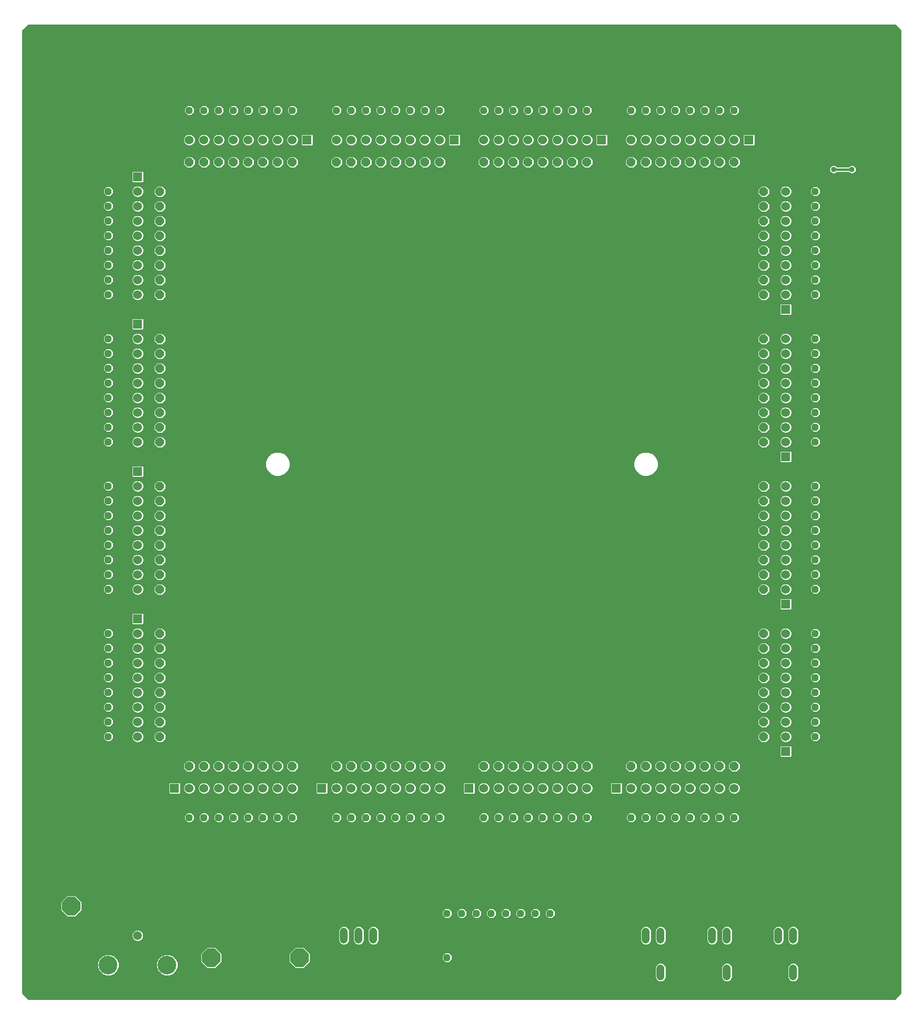
<source format=gbl>
G75*
%MOIN*%
%OFA0B0*%
%FSLAX24Y24*%
%IPPOS*%
%LPD*%
%AMOC8*
5,1,8,0,0,1.08239X$1,22.5*
%
%ADD10C,0.1266*%
%ADD11C,0.0591*%
%ADD12R,0.0600X0.0600*%
%ADD13C,0.0600*%
%ADD14C,0.0540*%
%ADD15OC8,0.0472*%
%ADD16OC8,0.0600*%
%ADD17OC8,0.1240*%
%ADD18C,0.2500*%
%ADD19C,0.0100*%
%ADD20C,0.0376*%
%ADD21C,0.0160*%
D10*
X009150Y009150D03*
X013150Y009150D03*
D11*
X012150Y011150D03*
X011150Y011150D03*
D12*
X013650Y021150D03*
X023650Y021150D03*
X033650Y021150D03*
X043650Y021150D03*
X055150Y023650D03*
X055150Y033650D03*
X055150Y043650D03*
X055150Y053650D03*
X052650Y065150D03*
X042650Y065150D03*
X032650Y065150D03*
X022650Y065150D03*
X011150Y062650D03*
X011150Y052650D03*
X011150Y042650D03*
X011150Y032650D03*
D13*
X011150Y031650D03*
X011150Y030650D03*
X011150Y029650D03*
X011150Y028650D03*
X011150Y027650D03*
X011150Y026650D03*
X011150Y025650D03*
X011150Y024650D03*
X014650Y021150D03*
X015650Y021150D03*
X016650Y021150D03*
X017650Y021150D03*
X018650Y021150D03*
X019650Y021150D03*
X020650Y021150D03*
X021650Y021150D03*
X024650Y021150D03*
X025650Y021150D03*
X026650Y021150D03*
X027650Y021150D03*
X028650Y021150D03*
X029650Y021150D03*
X030650Y021150D03*
X031650Y021150D03*
X034650Y021150D03*
X035650Y021150D03*
X036650Y021150D03*
X037650Y021150D03*
X038650Y021150D03*
X039650Y021150D03*
X040650Y021150D03*
X041650Y021150D03*
X044650Y021150D03*
X045650Y021150D03*
X046650Y021150D03*
X047650Y021150D03*
X048650Y021150D03*
X049650Y021150D03*
X050650Y021150D03*
X051650Y021150D03*
X055150Y024650D03*
X055150Y025650D03*
X055150Y026650D03*
X055150Y027650D03*
X055150Y028650D03*
X055150Y029650D03*
X055150Y030650D03*
X055150Y031650D03*
X055150Y034650D03*
X055150Y035650D03*
X055150Y036650D03*
X055150Y037650D03*
X055150Y038650D03*
X055150Y039650D03*
X055150Y040650D03*
X055150Y041650D03*
X055150Y044650D03*
X055150Y045650D03*
X055150Y046650D03*
X055150Y047650D03*
X055150Y048650D03*
X055150Y049650D03*
X055150Y050650D03*
X055150Y051650D03*
X055150Y054650D03*
X055150Y055650D03*
X055150Y056650D03*
X055150Y057650D03*
X055150Y058650D03*
X055150Y059650D03*
X055150Y060650D03*
X055150Y061650D03*
X051650Y065150D03*
X050650Y065150D03*
X049650Y065150D03*
X048650Y065150D03*
X047650Y065150D03*
X046650Y065150D03*
X045650Y065150D03*
X044650Y065150D03*
X041650Y065150D03*
X040650Y065150D03*
X039650Y065150D03*
X038650Y065150D03*
X037650Y065150D03*
X036650Y065150D03*
X035650Y065150D03*
X034650Y065150D03*
X031650Y065150D03*
X030650Y065150D03*
X029650Y065150D03*
X028650Y065150D03*
X027650Y065150D03*
X026650Y065150D03*
X025650Y065150D03*
X024650Y065150D03*
X021650Y065150D03*
X020650Y065150D03*
X019650Y065150D03*
X018650Y065150D03*
X017650Y065150D03*
X016650Y065150D03*
X015650Y065150D03*
X014650Y065150D03*
X011150Y061650D03*
X011150Y060650D03*
X011150Y059650D03*
X011150Y058650D03*
X011150Y057650D03*
X011150Y056650D03*
X011150Y055650D03*
X011150Y054650D03*
X011150Y051650D03*
X011150Y050650D03*
X011150Y049650D03*
X011150Y048650D03*
X011150Y047650D03*
X011150Y046650D03*
X011150Y045650D03*
X011150Y044650D03*
X011150Y041650D03*
X011150Y040650D03*
X011150Y039650D03*
X011150Y038650D03*
X011150Y037650D03*
X011150Y036650D03*
X011150Y035650D03*
X011150Y034650D03*
D14*
X025150Y011420D02*
X025150Y010880D01*
X026150Y010880D02*
X026150Y011420D01*
X027150Y011420D02*
X027150Y010880D01*
X044650Y010880D02*
X044650Y011420D01*
X045650Y011420D02*
X045650Y010880D01*
X046650Y010880D02*
X046650Y011420D01*
X049150Y011420D02*
X049150Y010880D01*
X050150Y010880D02*
X050150Y011420D01*
X051150Y011420D02*
X051150Y010880D01*
X051150Y008920D02*
X051150Y008380D01*
X050150Y008380D02*
X050150Y008920D01*
X046650Y008920D02*
X046650Y008380D01*
X045650Y008380D02*
X045650Y008920D01*
X053650Y010880D02*
X053650Y011420D01*
X054650Y011420D02*
X054650Y010880D01*
X055650Y010880D02*
X055650Y011420D01*
X055650Y008920D02*
X055650Y008380D01*
X054650Y008380D02*
X054650Y008920D01*
D15*
X051650Y016150D03*
X050650Y016150D03*
X049650Y016150D03*
X048650Y016150D03*
X047650Y016150D03*
X046650Y016150D03*
X045650Y016150D03*
X044650Y016150D03*
X044650Y019150D03*
X045650Y019150D03*
X046650Y019150D03*
X047650Y019150D03*
X048650Y019150D03*
X049650Y019150D03*
X050650Y019150D03*
X051650Y019150D03*
X057150Y024650D03*
X057150Y025650D03*
X057150Y026650D03*
X057150Y027650D03*
X057150Y028650D03*
X057150Y029650D03*
X057150Y030650D03*
X057150Y031650D03*
X057150Y034650D03*
X057150Y035650D03*
X057150Y036650D03*
X057150Y037650D03*
X057150Y038650D03*
X057150Y039650D03*
X057150Y040650D03*
X057150Y041650D03*
X057150Y044650D03*
X057150Y045650D03*
X057150Y046650D03*
X057150Y047650D03*
X057150Y048650D03*
X057150Y049650D03*
X057150Y050650D03*
X057150Y051650D03*
X057150Y054650D03*
X057150Y055650D03*
X057150Y056650D03*
X057150Y057650D03*
X057150Y058650D03*
X057150Y059650D03*
X057150Y060650D03*
X057150Y061650D03*
X060150Y061650D03*
X060150Y060650D03*
X060150Y059650D03*
X060150Y058650D03*
X060150Y057650D03*
X060150Y056650D03*
X060150Y055650D03*
X060150Y054650D03*
X060150Y051650D03*
X060150Y050650D03*
X060150Y049650D03*
X060150Y048650D03*
X060150Y047650D03*
X060150Y046650D03*
X060150Y045650D03*
X060150Y044650D03*
X060150Y041650D03*
X060150Y040650D03*
X060150Y039650D03*
X060150Y038650D03*
X060150Y037650D03*
X060150Y036650D03*
X060150Y035650D03*
X060150Y034650D03*
X060150Y031650D03*
X060150Y030650D03*
X060150Y029650D03*
X060150Y028650D03*
X060150Y027650D03*
X060150Y026650D03*
X060150Y025650D03*
X060150Y024650D03*
X041650Y019150D03*
X040650Y019150D03*
X039650Y019150D03*
X038650Y019150D03*
X037650Y019150D03*
X036650Y019150D03*
X035650Y019150D03*
X034650Y019150D03*
X034650Y016150D03*
X035650Y016150D03*
X036650Y016150D03*
X037650Y016150D03*
X038650Y016150D03*
X039650Y016150D03*
X040650Y016150D03*
X041650Y016150D03*
X039150Y012650D03*
X038150Y012650D03*
X037150Y012650D03*
X036150Y012650D03*
X035150Y012650D03*
X034150Y012650D03*
X033150Y012650D03*
X032150Y012650D03*
X032150Y009650D03*
X031650Y016150D03*
X030650Y016150D03*
X029650Y016150D03*
X028650Y016150D03*
X027650Y016150D03*
X026650Y016150D03*
X025650Y016150D03*
X024650Y016150D03*
X024650Y019150D03*
X025650Y019150D03*
X026650Y019150D03*
X027650Y019150D03*
X028650Y019150D03*
X029650Y019150D03*
X030650Y019150D03*
X031650Y019150D03*
X039150Y009650D03*
X021650Y016150D03*
X020650Y016150D03*
X019650Y016150D03*
X018650Y016150D03*
X017650Y016150D03*
X016650Y016150D03*
X015650Y016150D03*
X014650Y016150D03*
X014650Y019150D03*
X015650Y019150D03*
X016650Y019150D03*
X017650Y019150D03*
X018650Y019150D03*
X019650Y019150D03*
X020650Y019150D03*
X021650Y019150D03*
X009150Y024650D03*
X009150Y025650D03*
X009150Y026650D03*
X009150Y027650D03*
X009150Y028650D03*
X009150Y029650D03*
X009150Y030650D03*
X009150Y031650D03*
X009150Y034650D03*
X009150Y035650D03*
X009150Y036650D03*
X009150Y037650D03*
X009150Y038650D03*
X009150Y039650D03*
X009150Y040650D03*
X009150Y041650D03*
X009150Y044650D03*
X009150Y045650D03*
X009150Y046650D03*
X009150Y047650D03*
X009150Y048650D03*
X009150Y049650D03*
X009150Y050650D03*
X009150Y051650D03*
X009150Y054650D03*
X009150Y055650D03*
X009150Y056650D03*
X009150Y057650D03*
X009150Y058650D03*
X009150Y059650D03*
X009150Y060650D03*
X009150Y061650D03*
X006150Y061650D03*
X006150Y060650D03*
X006150Y059650D03*
X006150Y058650D03*
X006150Y057650D03*
X006150Y056650D03*
X006150Y055650D03*
X006150Y054650D03*
X006150Y051650D03*
X006150Y050650D03*
X006150Y049650D03*
X006150Y048650D03*
X006150Y047650D03*
X006150Y046650D03*
X006150Y045650D03*
X006150Y044650D03*
X006150Y041650D03*
X006150Y040650D03*
X006150Y039650D03*
X006150Y038650D03*
X006150Y037650D03*
X006150Y036650D03*
X006150Y035650D03*
X006150Y034650D03*
X006150Y031650D03*
X006150Y030650D03*
X006150Y029650D03*
X006150Y028650D03*
X006150Y027650D03*
X006150Y026650D03*
X006150Y025650D03*
X006150Y024650D03*
X014650Y067150D03*
X015650Y067150D03*
X016650Y067150D03*
X017650Y067150D03*
X018650Y067150D03*
X019650Y067150D03*
X020650Y067150D03*
X021650Y067150D03*
X021650Y070150D03*
X020650Y070150D03*
X019650Y070150D03*
X018650Y070150D03*
X017650Y070150D03*
X016650Y070150D03*
X015650Y070150D03*
X014650Y070150D03*
X024650Y070150D03*
X025650Y070150D03*
X026650Y070150D03*
X027650Y070150D03*
X028650Y070150D03*
X029650Y070150D03*
X030650Y070150D03*
X031650Y070150D03*
X034650Y070150D03*
X035650Y070150D03*
X036650Y070150D03*
X037650Y070150D03*
X038650Y070150D03*
X039650Y070150D03*
X040650Y070150D03*
X041650Y070150D03*
X041650Y067150D03*
X040650Y067150D03*
X039650Y067150D03*
X038650Y067150D03*
X037650Y067150D03*
X036650Y067150D03*
X035650Y067150D03*
X034650Y067150D03*
X031650Y067150D03*
X030650Y067150D03*
X029650Y067150D03*
X028650Y067150D03*
X027650Y067150D03*
X026650Y067150D03*
X025650Y067150D03*
X024650Y067150D03*
X044650Y067150D03*
X045650Y067150D03*
X046650Y067150D03*
X047650Y067150D03*
X048650Y067150D03*
X049650Y067150D03*
X050650Y067150D03*
X051650Y067150D03*
X051650Y070150D03*
X050650Y070150D03*
X049650Y070150D03*
X048650Y070150D03*
X047650Y070150D03*
X046650Y070150D03*
X045650Y070150D03*
X044650Y070150D03*
D16*
X044650Y063650D03*
X045650Y063650D03*
X046650Y063650D03*
X047650Y063650D03*
X048650Y063650D03*
X049650Y063650D03*
X050650Y063650D03*
X051650Y063650D03*
X052650Y063650D03*
X053650Y061650D03*
X053650Y060650D03*
X053650Y059650D03*
X053650Y058650D03*
X053650Y057650D03*
X053650Y056650D03*
X053650Y055650D03*
X053650Y054650D03*
X053650Y053650D03*
X053650Y051650D03*
X053650Y050650D03*
X053650Y049650D03*
X053650Y048650D03*
X053650Y047650D03*
X053650Y046650D03*
X053650Y045650D03*
X053650Y044650D03*
X053650Y043650D03*
X053650Y041650D03*
X053650Y040650D03*
X053650Y039650D03*
X053650Y038650D03*
X053650Y037650D03*
X053650Y036650D03*
X053650Y035650D03*
X053650Y034650D03*
X053650Y033650D03*
X053650Y031650D03*
X053650Y030650D03*
X053650Y029650D03*
X053650Y028650D03*
X053650Y027650D03*
X053650Y026650D03*
X053650Y025650D03*
X053650Y024650D03*
X053650Y023650D03*
X051650Y022650D03*
X050650Y022650D03*
X049650Y022650D03*
X048650Y022650D03*
X047650Y022650D03*
X046650Y022650D03*
X045650Y022650D03*
X044650Y022650D03*
X043650Y022650D03*
X041650Y022650D03*
X040650Y022650D03*
X039650Y022650D03*
X038650Y022650D03*
X037650Y022650D03*
X036650Y022650D03*
X035650Y022650D03*
X034650Y022650D03*
X033650Y022650D03*
X031650Y022650D03*
X030650Y022650D03*
X029650Y022650D03*
X028650Y022650D03*
X027650Y022650D03*
X026650Y022650D03*
X025650Y022650D03*
X024650Y022650D03*
X023650Y022650D03*
X021650Y022650D03*
X020650Y022650D03*
X019650Y022650D03*
X018650Y022650D03*
X017650Y022650D03*
X016650Y022650D03*
X015650Y022650D03*
X014650Y022650D03*
X013650Y022650D03*
X012650Y024650D03*
X012650Y025650D03*
X012650Y026650D03*
X012650Y027650D03*
X012650Y028650D03*
X012650Y029650D03*
X012650Y030650D03*
X012650Y031650D03*
X012650Y032650D03*
X012650Y034650D03*
X012650Y035650D03*
X012650Y036650D03*
X012650Y037650D03*
X012650Y038650D03*
X012650Y039650D03*
X012650Y040650D03*
X012650Y041650D03*
X012650Y042650D03*
X012650Y044650D03*
X012650Y045650D03*
X012650Y046650D03*
X012650Y047650D03*
X012650Y048650D03*
X012650Y049650D03*
X012650Y050650D03*
X012650Y051650D03*
X012650Y052650D03*
X012650Y054650D03*
X012650Y055650D03*
X012650Y056650D03*
X012650Y057650D03*
X012650Y058650D03*
X012650Y059650D03*
X012650Y060650D03*
X012650Y061650D03*
X012650Y062650D03*
X014650Y063650D03*
X015650Y063650D03*
X016650Y063650D03*
X017650Y063650D03*
X018650Y063650D03*
X019650Y063650D03*
X020650Y063650D03*
X021650Y063650D03*
X022650Y063650D03*
X024650Y063650D03*
X025650Y063650D03*
X026650Y063650D03*
X027650Y063650D03*
X028650Y063650D03*
X029650Y063650D03*
X030650Y063650D03*
X031650Y063650D03*
X032650Y063650D03*
X034650Y063650D03*
X035650Y063650D03*
X036650Y063650D03*
X037650Y063650D03*
X038650Y063650D03*
X039650Y063650D03*
X040650Y063650D03*
X041650Y063650D03*
X042650Y063650D03*
D17*
X056900Y067150D03*
X049650Y043150D03*
X059650Y011150D03*
X022150Y009650D03*
X016150Y009650D03*
X006650Y011150D03*
X006650Y013150D03*
X016650Y043150D03*
X010650Y065650D03*
D18*
X005150Y071150D03*
X005150Y008650D03*
X061150Y008650D03*
X061150Y071150D03*
D19*
X003350Y007233D02*
X003733Y006850D01*
X062567Y006850D01*
X062950Y007233D01*
X062950Y072567D01*
X062567Y072950D01*
X003733Y072950D01*
X003350Y072567D01*
X003350Y007233D01*
X003385Y007197D02*
X062915Y007197D01*
X062950Y007296D02*
X003350Y007296D01*
X003350Y007394D02*
X062950Y007394D01*
X062950Y007493D02*
X003350Y007493D01*
X003350Y007591D02*
X062950Y007591D01*
X062950Y007690D02*
X003350Y007690D01*
X003350Y007788D02*
X062950Y007788D01*
X062950Y007887D02*
X003350Y007887D01*
X003350Y007985D02*
X062950Y007985D01*
X062950Y008084D02*
X055891Y008084D01*
X055865Y008058D02*
X055972Y008165D01*
X056030Y008304D01*
X056030Y008996D01*
X055972Y009135D01*
X055865Y009242D01*
X055726Y009300D01*
X055574Y009300D01*
X055435Y009242D01*
X055328Y009135D01*
X055270Y008996D01*
X055270Y008304D01*
X055328Y008165D01*
X055435Y008058D01*
X055574Y008000D01*
X055726Y008000D01*
X055865Y008058D01*
X055979Y008182D02*
X062950Y008182D01*
X062950Y008281D02*
X056020Y008281D01*
X056030Y008379D02*
X062950Y008379D01*
X062950Y008478D02*
X056030Y008478D01*
X056030Y008576D02*
X062950Y008576D01*
X062950Y008675D02*
X056030Y008675D01*
X056030Y008773D02*
X062950Y008773D01*
X062950Y008872D02*
X056030Y008872D01*
X056030Y008970D02*
X062950Y008970D01*
X062950Y009069D02*
X056000Y009069D01*
X055940Y009167D02*
X062950Y009167D01*
X062950Y009266D02*
X055808Y009266D01*
X055492Y009266D02*
X051308Y009266D01*
X051365Y009242D02*
X051226Y009300D01*
X051074Y009300D01*
X050935Y009242D01*
X050828Y009135D01*
X050770Y008996D01*
X050770Y008304D01*
X050828Y008165D01*
X050935Y008058D01*
X051074Y008000D01*
X051226Y008000D01*
X051365Y008058D01*
X051472Y008165D01*
X051530Y008304D01*
X051530Y008996D01*
X051472Y009135D01*
X051365Y009242D01*
X051440Y009167D02*
X055360Y009167D01*
X055300Y009069D02*
X051500Y009069D01*
X051530Y008970D02*
X055270Y008970D01*
X055270Y008872D02*
X051530Y008872D01*
X051530Y008773D02*
X055270Y008773D01*
X055270Y008675D02*
X051530Y008675D01*
X051530Y008576D02*
X055270Y008576D01*
X055270Y008478D02*
X051530Y008478D01*
X051530Y008379D02*
X055270Y008379D01*
X055280Y008281D02*
X051520Y008281D01*
X051479Y008182D02*
X055321Y008182D01*
X055409Y008084D02*
X051391Y008084D01*
X050909Y008084D02*
X046891Y008084D01*
X046865Y008058D02*
X046972Y008165D01*
X047030Y008304D01*
X047030Y008996D01*
X046972Y009135D01*
X046865Y009242D01*
X046726Y009300D01*
X046574Y009300D01*
X046435Y009242D01*
X046328Y009135D01*
X046270Y008996D01*
X046270Y008304D01*
X046328Y008165D01*
X046435Y008058D01*
X046574Y008000D01*
X046726Y008000D01*
X046865Y008058D01*
X046979Y008182D02*
X050821Y008182D01*
X050780Y008281D02*
X047020Y008281D01*
X047030Y008379D02*
X050770Y008379D01*
X050770Y008478D02*
X047030Y008478D01*
X047030Y008576D02*
X050770Y008576D01*
X050770Y008675D02*
X047030Y008675D01*
X047030Y008773D02*
X050770Y008773D01*
X050770Y008872D02*
X047030Y008872D01*
X047030Y008970D02*
X050770Y008970D01*
X050800Y009069D02*
X047000Y009069D01*
X046940Y009167D02*
X050860Y009167D01*
X050992Y009266D02*
X046808Y009266D01*
X046492Y009266D02*
X022798Y009266D01*
X022880Y009348D02*
X022452Y008920D01*
X021848Y008920D01*
X021420Y009348D01*
X021420Y009952D01*
X021848Y010380D01*
X022452Y010380D01*
X022880Y009952D01*
X022880Y009348D01*
X022880Y009364D02*
X031946Y009364D01*
X032007Y009304D02*
X032293Y009304D01*
X032496Y009507D01*
X032496Y009793D01*
X032293Y009996D01*
X032007Y009996D01*
X031804Y009793D01*
X031804Y009507D01*
X032007Y009304D01*
X031847Y009463D02*
X022880Y009463D01*
X022880Y009561D02*
X031804Y009561D01*
X031804Y009660D02*
X022880Y009660D01*
X022880Y009758D02*
X031804Y009758D01*
X031867Y009857D02*
X022880Y009857D01*
X022877Y009955D02*
X031966Y009955D01*
X032334Y009955D02*
X062950Y009955D01*
X062950Y009857D02*
X032433Y009857D01*
X032496Y009758D02*
X062950Y009758D01*
X062950Y009660D02*
X032496Y009660D01*
X032496Y009561D02*
X062950Y009561D01*
X062950Y009463D02*
X032453Y009463D01*
X032354Y009364D02*
X062950Y009364D01*
X062950Y010054D02*
X022778Y010054D01*
X022680Y010152D02*
X062950Y010152D01*
X062950Y010251D02*
X022581Y010251D01*
X022483Y010349D02*
X062950Y010349D01*
X062950Y010448D02*
X003350Y010448D01*
X003350Y010546D02*
X024962Y010546D01*
X024935Y010558D02*
X025074Y010500D01*
X025226Y010500D01*
X025365Y010558D01*
X025472Y010665D01*
X025530Y010804D01*
X025530Y011496D01*
X025472Y011635D01*
X025365Y011742D01*
X025226Y011800D01*
X025074Y011800D01*
X024935Y011742D01*
X024828Y011635D01*
X024770Y011496D01*
X024770Y010804D01*
X024828Y010665D01*
X024935Y010558D01*
X024848Y010645D02*
X003350Y010645D01*
X003350Y010743D02*
X024795Y010743D01*
X024770Y010842D02*
X011415Y010842D01*
X011380Y010806D02*
X011494Y010920D01*
X011555Y011069D01*
X011555Y011231D01*
X011494Y011380D01*
X011380Y011494D01*
X011231Y011555D01*
X011069Y011555D01*
X010920Y011494D01*
X010806Y011380D01*
X010745Y011231D01*
X010745Y011069D01*
X010806Y010920D01*
X010920Y010806D01*
X011069Y010745D01*
X011231Y010745D01*
X011380Y010806D01*
X011502Y010940D02*
X024770Y010940D01*
X024770Y011039D02*
X011543Y011039D01*
X011555Y011137D02*
X024770Y011137D01*
X024770Y011236D02*
X011553Y011236D01*
X011512Y011334D02*
X024770Y011334D01*
X024770Y011433D02*
X011440Y011433D01*
X011288Y011531D02*
X024785Y011531D01*
X024826Y011630D02*
X003350Y011630D01*
X003350Y011728D02*
X024921Y011728D01*
X025379Y011728D02*
X025921Y011728D01*
X025935Y011742D02*
X025828Y011635D01*
X025770Y011496D01*
X025770Y010804D01*
X025828Y010665D01*
X025935Y010558D01*
X026074Y010500D01*
X026226Y010500D01*
X026365Y010558D01*
X026472Y010665D01*
X026530Y010804D01*
X026530Y011496D01*
X026472Y011635D01*
X026365Y011742D01*
X026226Y011800D01*
X026074Y011800D01*
X025935Y011742D01*
X025826Y011630D02*
X025474Y011630D01*
X025515Y011531D02*
X025785Y011531D01*
X025770Y011433D02*
X025530Y011433D01*
X025530Y011334D02*
X025770Y011334D01*
X025770Y011236D02*
X025530Y011236D01*
X025530Y011137D02*
X025770Y011137D01*
X025770Y011039D02*
X025530Y011039D01*
X025530Y010940D02*
X025770Y010940D01*
X025770Y010842D02*
X025530Y010842D01*
X025505Y010743D02*
X025795Y010743D01*
X025848Y010645D02*
X025452Y010645D01*
X025338Y010546D02*
X025962Y010546D01*
X026338Y010546D02*
X026962Y010546D01*
X026935Y010558D02*
X027074Y010500D01*
X027226Y010500D01*
X027365Y010558D01*
X027472Y010665D01*
X027530Y010804D01*
X027530Y011496D01*
X027472Y011635D01*
X027365Y011742D01*
X027226Y011800D01*
X027074Y011800D01*
X026935Y011742D01*
X026828Y011635D01*
X026770Y011496D01*
X026770Y010804D01*
X026828Y010665D01*
X026935Y010558D01*
X026848Y010645D02*
X026452Y010645D01*
X026505Y010743D02*
X026795Y010743D01*
X026770Y010842D02*
X026530Y010842D01*
X026530Y010940D02*
X026770Y010940D01*
X026770Y011039D02*
X026530Y011039D01*
X026530Y011137D02*
X026770Y011137D01*
X026770Y011236D02*
X026530Y011236D01*
X026530Y011334D02*
X026770Y011334D01*
X026770Y011433D02*
X026530Y011433D01*
X026515Y011531D02*
X026785Y011531D01*
X026826Y011630D02*
X026474Y011630D01*
X026379Y011728D02*
X026921Y011728D01*
X027379Y011728D02*
X045421Y011728D01*
X045435Y011742D02*
X045328Y011635D01*
X045270Y011496D01*
X045270Y010804D01*
X045328Y010665D01*
X045435Y010558D01*
X045574Y010500D01*
X045726Y010500D01*
X045865Y010558D01*
X045972Y010665D01*
X046030Y010804D01*
X046030Y011496D01*
X045972Y011635D01*
X045865Y011742D01*
X045726Y011800D01*
X045574Y011800D01*
X045435Y011742D01*
X045326Y011630D02*
X027474Y011630D01*
X027515Y011531D02*
X045285Y011531D01*
X045270Y011433D02*
X027530Y011433D01*
X027530Y011334D02*
X045270Y011334D01*
X045270Y011236D02*
X027530Y011236D01*
X027530Y011137D02*
X045270Y011137D01*
X045270Y011039D02*
X027530Y011039D01*
X027530Y010940D02*
X045270Y010940D01*
X045270Y010842D02*
X027530Y010842D01*
X027505Y010743D02*
X045295Y010743D01*
X045348Y010645D02*
X027452Y010645D01*
X027338Y010546D02*
X045462Y010546D01*
X045838Y010546D02*
X046462Y010546D01*
X046435Y010558D02*
X046574Y010500D01*
X046726Y010500D01*
X046865Y010558D01*
X046972Y010665D01*
X047030Y010804D01*
X047030Y011496D01*
X046972Y011635D01*
X046865Y011742D01*
X046726Y011800D01*
X046574Y011800D01*
X046435Y011742D01*
X046328Y011635D01*
X046270Y011496D01*
X046270Y010804D01*
X046328Y010665D01*
X046435Y010558D01*
X046348Y010645D02*
X045952Y010645D01*
X046005Y010743D02*
X046295Y010743D01*
X046270Y010842D02*
X046030Y010842D01*
X046030Y010940D02*
X046270Y010940D01*
X046270Y011039D02*
X046030Y011039D01*
X046030Y011137D02*
X046270Y011137D01*
X046270Y011236D02*
X046030Y011236D01*
X046030Y011334D02*
X046270Y011334D01*
X046270Y011433D02*
X046030Y011433D01*
X046015Y011531D02*
X046285Y011531D01*
X046326Y011630D02*
X045974Y011630D01*
X045879Y011728D02*
X046421Y011728D01*
X046879Y011728D02*
X049921Y011728D01*
X049935Y011742D02*
X049828Y011635D01*
X049770Y011496D01*
X049770Y010804D01*
X049828Y010665D01*
X049935Y010558D01*
X050074Y010500D01*
X050226Y010500D01*
X050365Y010558D01*
X050472Y010665D01*
X050530Y010804D01*
X050530Y011496D01*
X050472Y011635D01*
X050365Y011742D01*
X050226Y011800D01*
X050074Y011800D01*
X049935Y011742D01*
X049826Y011630D02*
X046974Y011630D01*
X047015Y011531D02*
X049785Y011531D01*
X049770Y011433D02*
X047030Y011433D01*
X047030Y011334D02*
X049770Y011334D01*
X049770Y011236D02*
X047030Y011236D01*
X047030Y011137D02*
X049770Y011137D01*
X049770Y011039D02*
X047030Y011039D01*
X047030Y010940D02*
X049770Y010940D01*
X049770Y010842D02*
X047030Y010842D01*
X047005Y010743D02*
X049795Y010743D01*
X049848Y010645D02*
X046952Y010645D01*
X046838Y010546D02*
X049962Y010546D01*
X050338Y010546D02*
X050962Y010546D01*
X050935Y010558D02*
X051074Y010500D01*
X051226Y010500D01*
X051365Y010558D01*
X051472Y010665D01*
X051530Y010804D01*
X051530Y011496D01*
X051472Y011635D01*
X051365Y011742D01*
X051226Y011800D01*
X051074Y011800D01*
X050935Y011742D01*
X050828Y011635D01*
X050770Y011496D01*
X050770Y010804D01*
X050828Y010665D01*
X050935Y010558D01*
X050848Y010645D02*
X050452Y010645D01*
X050505Y010743D02*
X050795Y010743D01*
X050770Y010842D02*
X050530Y010842D01*
X050530Y010940D02*
X050770Y010940D01*
X050770Y011039D02*
X050530Y011039D01*
X050530Y011137D02*
X050770Y011137D01*
X050770Y011236D02*
X050530Y011236D01*
X050530Y011334D02*
X050770Y011334D01*
X050770Y011433D02*
X050530Y011433D01*
X050515Y011531D02*
X050785Y011531D01*
X050826Y011630D02*
X050474Y011630D01*
X050379Y011728D02*
X050921Y011728D01*
X051379Y011728D02*
X054421Y011728D01*
X054435Y011742D02*
X054328Y011635D01*
X054270Y011496D01*
X054270Y010804D01*
X054328Y010665D01*
X054435Y010558D01*
X054574Y010500D01*
X054726Y010500D01*
X054865Y010558D01*
X054972Y010665D01*
X055030Y010804D01*
X055030Y011496D01*
X054972Y011635D01*
X054865Y011742D01*
X054726Y011800D01*
X054574Y011800D01*
X054435Y011742D01*
X054326Y011630D02*
X051474Y011630D01*
X051515Y011531D02*
X054285Y011531D01*
X054270Y011433D02*
X051530Y011433D01*
X051530Y011334D02*
X054270Y011334D01*
X054270Y011236D02*
X051530Y011236D01*
X051530Y011137D02*
X054270Y011137D01*
X054270Y011039D02*
X051530Y011039D01*
X051530Y010940D02*
X054270Y010940D01*
X054270Y010842D02*
X051530Y010842D01*
X051505Y010743D02*
X054295Y010743D01*
X054348Y010645D02*
X051452Y010645D01*
X051338Y010546D02*
X054462Y010546D01*
X054838Y010546D02*
X055462Y010546D01*
X055435Y010558D02*
X055574Y010500D01*
X055726Y010500D01*
X055865Y010558D01*
X055972Y010665D01*
X056030Y010804D01*
X056030Y011496D01*
X055972Y011635D01*
X055865Y011742D01*
X055726Y011800D01*
X055574Y011800D01*
X055435Y011742D01*
X055328Y011635D01*
X055270Y011496D01*
X055270Y010804D01*
X055328Y010665D01*
X055435Y010558D01*
X055348Y010645D02*
X054952Y010645D01*
X055005Y010743D02*
X055295Y010743D01*
X055270Y010842D02*
X055030Y010842D01*
X055030Y010940D02*
X055270Y010940D01*
X055270Y011039D02*
X055030Y011039D01*
X055030Y011137D02*
X055270Y011137D01*
X055270Y011236D02*
X055030Y011236D01*
X055030Y011334D02*
X055270Y011334D01*
X055270Y011433D02*
X055030Y011433D01*
X055015Y011531D02*
X055285Y011531D01*
X055326Y011630D02*
X054974Y011630D01*
X054879Y011728D02*
X055421Y011728D01*
X055879Y011728D02*
X062950Y011728D01*
X062950Y011630D02*
X055974Y011630D01*
X056015Y011531D02*
X062950Y011531D01*
X062950Y011433D02*
X056030Y011433D01*
X056030Y011334D02*
X062950Y011334D01*
X062950Y011236D02*
X056030Y011236D01*
X056030Y011137D02*
X062950Y011137D01*
X062950Y011039D02*
X056030Y011039D01*
X056030Y010940D02*
X062950Y010940D01*
X062950Y010842D02*
X056030Y010842D01*
X056005Y010743D02*
X062950Y010743D01*
X062950Y010645D02*
X055952Y010645D01*
X055838Y010546D02*
X062950Y010546D01*
X062950Y011827D02*
X003350Y011827D01*
X003350Y011925D02*
X062950Y011925D01*
X062950Y012024D02*
X003350Y012024D01*
X003350Y012122D02*
X062950Y012122D01*
X062950Y012221D02*
X003350Y012221D01*
X003350Y012319D02*
X031991Y012319D01*
X032007Y012304D02*
X032293Y012304D01*
X032496Y012507D01*
X032496Y012793D01*
X032293Y012996D01*
X032007Y012996D01*
X031804Y012793D01*
X031804Y012507D01*
X032007Y012304D01*
X031892Y012418D02*
X003350Y012418D01*
X003350Y012516D02*
X006251Y012516D01*
X006348Y012420D02*
X006952Y012420D01*
X007380Y012848D01*
X007380Y013452D01*
X006952Y013880D01*
X006348Y013880D01*
X005920Y013452D01*
X005920Y012848D01*
X006348Y012420D01*
X006153Y012615D02*
X003350Y012615D01*
X003350Y012713D02*
X006054Y012713D01*
X005956Y012812D02*
X003350Y012812D01*
X003350Y012910D02*
X005920Y012910D01*
X005920Y013009D02*
X003350Y013009D01*
X003350Y013107D02*
X005920Y013107D01*
X005920Y013206D02*
X003350Y013206D01*
X003350Y013304D02*
X005920Y013304D01*
X005920Y013403D02*
X003350Y013403D01*
X003350Y013501D02*
X005969Y013501D01*
X006068Y013600D02*
X003350Y013600D01*
X003350Y013698D02*
X006166Y013698D01*
X006265Y013797D02*
X003350Y013797D01*
X003350Y013895D02*
X062950Y013895D01*
X062950Y013797D02*
X007035Y013797D01*
X007134Y013698D02*
X062950Y013698D01*
X062950Y013600D02*
X007232Y013600D01*
X007331Y013501D02*
X062950Y013501D01*
X062950Y013403D02*
X007380Y013403D01*
X007380Y013304D02*
X062950Y013304D01*
X062950Y013206D02*
X007380Y013206D01*
X007380Y013107D02*
X062950Y013107D01*
X062950Y013009D02*
X007380Y013009D01*
X007380Y012910D02*
X031921Y012910D01*
X031822Y012812D02*
X007344Y012812D01*
X007246Y012713D02*
X031804Y012713D01*
X031804Y012615D02*
X007147Y012615D01*
X007049Y012516D02*
X031804Y012516D01*
X032309Y012319D02*
X032991Y012319D01*
X033007Y012304D02*
X033293Y012304D01*
X033496Y012507D01*
X033496Y012793D01*
X033293Y012996D01*
X033007Y012996D01*
X032804Y012793D01*
X032804Y012507D01*
X033007Y012304D01*
X032892Y012418D02*
X032408Y012418D01*
X032496Y012516D02*
X032804Y012516D01*
X032804Y012615D02*
X032496Y012615D01*
X032496Y012713D02*
X032804Y012713D01*
X032822Y012812D02*
X032478Y012812D01*
X032379Y012910D02*
X032921Y012910D01*
X033379Y012910D02*
X033921Y012910D01*
X034007Y012996D02*
X033804Y012793D01*
X033804Y012507D01*
X034007Y012304D01*
X034293Y012304D01*
X034496Y012507D01*
X034496Y012793D01*
X034293Y012996D01*
X034007Y012996D01*
X033822Y012812D02*
X033478Y012812D01*
X033496Y012713D02*
X033804Y012713D01*
X033804Y012615D02*
X033496Y012615D01*
X033496Y012516D02*
X033804Y012516D01*
X033892Y012418D02*
X033408Y012418D01*
X033309Y012319D02*
X033991Y012319D01*
X034309Y012319D02*
X034991Y012319D01*
X035007Y012304D02*
X035293Y012304D01*
X035496Y012507D01*
X035496Y012793D01*
X035293Y012996D01*
X035007Y012996D01*
X034804Y012793D01*
X034804Y012507D01*
X035007Y012304D01*
X034892Y012418D02*
X034408Y012418D01*
X034496Y012516D02*
X034804Y012516D01*
X034804Y012615D02*
X034496Y012615D01*
X034496Y012713D02*
X034804Y012713D01*
X034822Y012812D02*
X034478Y012812D01*
X034379Y012910D02*
X034921Y012910D01*
X035379Y012910D02*
X035921Y012910D01*
X036007Y012996D02*
X035804Y012793D01*
X035804Y012507D01*
X036007Y012304D01*
X036293Y012304D01*
X036496Y012507D01*
X036496Y012793D01*
X036293Y012996D01*
X036007Y012996D01*
X035822Y012812D02*
X035478Y012812D01*
X035496Y012713D02*
X035804Y012713D01*
X035804Y012615D02*
X035496Y012615D01*
X035496Y012516D02*
X035804Y012516D01*
X035892Y012418D02*
X035408Y012418D01*
X035309Y012319D02*
X035991Y012319D01*
X036309Y012319D02*
X036991Y012319D01*
X037007Y012304D02*
X037293Y012304D01*
X037496Y012507D01*
X037496Y012793D01*
X037293Y012996D01*
X037007Y012996D01*
X036804Y012793D01*
X036804Y012507D01*
X037007Y012304D01*
X036892Y012418D02*
X036408Y012418D01*
X036496Y012516D02*
X036804Y012516D01*
X036804Y012615D02*
X036496Y012615D01*
X036496Y012713D02*
X036804Y012713D01*
X036822Y012812D02*
X036478Y012812D01*
X036379Y012910D02*
X036921Y012910D01*
X037379Y012910D02*
X037921Y012910D01*
X038007Y012996D02*
X037804Y012793D01*
X037804Y012507D01*
X038007Y012304D01*
X038293Y012304D01*
X038496Y012507D01*
X038496Y012793D01*
X038293Y012996D01*
X038007Y012996D01*
X037822Y012812D02*
X037478Y012812D01*
X037496Y012713D02*
X037804Y012713D01*
X037804Y012615D02*
X037496Y012615D01*
X037496Y012516D02*
X037804Y012516D01*
X037892Y012418D02*
X037408Y012418D01*
X037309Y012319D02*
X037991Y012319D01*
X038309Y012319D02*
X038991Y012319D01*
X039007Y012304D02*
X039293Y012304D01*
X039496Y012507D01*
X039496Y012793D01*
X039293Y012996D01*
X039007Y012996D01*
X038804Y012793D01*
X038804Y012507D01*
X039007Y012304D01*
X038892Y012418D02*
X038408Y012418D01*
X038496Y012516D02*
X038804Y012516D01*
X038804Y012615D02*
X038496Y012615D01*
X038496Y012713D02*
X038804Y012713D01*
X038822Y012812D02*
X038478Y012812D01*
X038379Y012910D02*
X038921Y012910D01*
X039379Y012910D02*
X062950Y012910D01*
X062950Y012812D02*
X039478Y012812D01*
X039496Y012713D02*
X062950Y012713D01*
X062950Y012615D02*
X039496Y012615D01*
X039496Y012516D02*
X062950Y012516D01*
X062950Y012418D02*
X039408Y012418D01*
X039309Y012319D02*
X062950Y012319D01*
X062950Y013994D02*
X003350Y013994D01*
X003350Y014092D02*
X062950Y014092D01*
X062950Y014191D02*
X003350Y014191D01*
X003350Y014289D02*
X062950Y014289D01*
X062950Y014388D02*
X003350Y014388D01*
X003350Y014486D02*
X062950Y014486D01*
X062950Y014585D02*
X003350Y014585D01*
X003350Y014683D02*
X062950Y014683D01*
X062950Y014782D02*
X003350Y014782D01*
X003350Y014880D02*
X062950Y014880D01*
X062950Y014979D02*
X003350Y014979D01*
X003350Y015077D02*
X062950Y015077D01*
X062950Y015176D02*
X003350Y015176D01*
X003350Y015274D02*
X062950Y015274D01*
X062950Y015373D02*
X003350Y015373D01*
X003350Y015471D02*
X062950Y015471D01*
X062950Y015570D02*
X003350Y015570D01*
X003350Y015668D02*
X062950Y015668D01*
X062950Y015767D02*
X003350Y015767D01*
X003350Y015865D02*
X062950Y015865D01*
X062950Y015964D02*
X003350Y015964D01*
X003350Y016062D02*
X062950Y016062D01*
X062950Y016161D02*
X003350Y016161D01*
X003350Y016259D02*
X062950Y016259D01*
X062950Y016358D02*
X003350Y016358D01*
X003350Y016456D02*
X062950Y016456D01*
X062950Y016555D02*
X003350Y016555D01*
X003350Y016653D02*
X062950Y016653D01*
X062950Y016752D02*
X003350Y016752D01*
X003350Y016850D02*
X062950Y016850D01*
X062950Y016949D02*
X003350Y016949D01*
X003350Y017047D02*
X062950Y017047D01*
X062950Y017146D02*
X003350Y017146D01*
X003350Y017244D02*
X062950Y017244D01*
X062950Y017343D02*
X003350Y017343D01*
X003350Y017441D02*
X062950Y017441D01*
X062950Y017540D02*
X003350Y017540D01*
X003350Y017638D02*
X062950Y017638D01*
X062950Y017737D02*
X003350Y017737D01*
X003350Y017835D02*
X062950Y017835D01*
X062950Y017934D02*
X003350Y017934D01*
X003350Y018032D02*
X062950Y018032D01*
X062950Y018131D02*
X003350Y018131D01*
X003350Y018229D02*
X062950Y018229D01*
X062950Y018328D02*
X003350Y018328D01*
X003350Y018426D02*
X062950Y018426D01*
X062950Y018525D02*
X003350Y018525D01*
X003350Y018623D02*
X062950Y018623D01*
X062950Y018722D02*
X003350Y018722D01*
X003350Y018820D02*
X014490Y018820D01*
X014507Y018804D02*
X014793Y018804D01*
X014996Y019007D01*
X014996Y019293D01*
X014793Y019496D01*
X014507Y019496D01*
X014304Y019293D01*
X014304Y019007D01*
X014507Y018804D01*
X014391Y018919D02*
X003350Y018919D01*
X003350Y019017D02*
X014304Y019017D01*
X014304Y019116D02*
X003350Y019116D01*
X003350Y019214D02*
X014304Y019214D01*
X014323Y019313D02*
X003350Y019313D01*
X003350Y019411D02*
X014422Y019411D01*
X014878Y019411D02*
X015422Y019411D01*
X015507Y019496D02*
X015304Y019293D01*
X015304Y019007D01*
X015507Y018804D01*
X015793Y018804D01*
X015996Y019007D01*
X015996Y019293D01*
X015793Y019496D01*
X015507Y019496D01*
X015323Y019313D02*
X014977Y019313D01*
X014996Y019214D02*
X015304Y019214D01*
X015304Y019116D02*
X014996Y019116D01*
X014996Y019017D02*
X015304Y019017D01*
X015391Y018919D02*
X014909Y018919D01*
X014810Y018820D02*
X015490Y018820D01*
X015810Y018820D02*
X016490Y018820D01*
X016507Y018804D02*
X016793Y018804D01*
X016996Y019007D01*
X016996Y019293D01*
X016793Y019496D01*
X016507Y019496D01*
X016304Y019293D01*
X016304Y019007D01*
X016507Y018804D01*
X016391Y018919D02*
X015909Y018919D01*
X015996Y019017D02*
X016304Y019017D01*
X016304Y019116D02*
X015996Y019116D01*
X015996Y019214D02*
X016304Y019214D01*
X016323Y019313D02*
X015977Y019313D01*
X015878Y019411D02*
X016422Y019411D01*
X016878Y019411D02*
X017422Y019411D01*
X017507Y019496D02*
X017304Y019293D01*
X017304Y019007D01*
X017507Y018804D01*
X017793Y018804D01*
X017996Y019007D01*
X017996Y019293D01*
X017793Y019496D01*
X017507Y019496D01*
X017323Y019313D02*
X016977Y019313D01*
X016996Y019214D02*
X017304Y019214D01*
X017304Y019116D02*
X016996Y019116D01*
X016996Y019017D02*
X017304Y019017D01*
X017391Y018919D02*
X016909Y018919D01*
X016810Y018820D02*
X017490Y018820D01*
X017810Y018820D02*
X018490Y018820D01*
X018507Y018804D02*
X018793Y018804D01*
X018996Y019007D01*
X018996Y019293D01*
X018793Y019496D01*
X018507Y019496D01*
X018304Y019293D01*
X018304Y019007D01*
X018507Y018804D01*
X018391Y018919D02*
X017909Y018919D01*
X017996Y019017D02*
X018304Y019017D01*
X018304Y019116D02*
X017996Y019116D01*
X017996Y019214D02*
X018304Y019214D01*
X018323Y019313D02*
X017977Y019313D01*
X017878Y019411D02*
X018422Y019411D01*
X018878Y019411D02*
X019422Y019411D01*
X019507Y019496D02*
X019304Y019293D01*
X019304Y019007D01*
X019507Y018804D01*
X019793Y018804D01*
X019996Y019007D01*
X019996Y019293D01*
X019793Y019496D01*
X019507Y019496D01*
X019323Y019313D02*
X018977Y019313D01*
X018996Y019214D02*
X019304Y019214D01*
X019304Y019116D02*
X018996Y019116D01*
X018996Y019017D02*
X019304Y019017D01*
X019391Y018919D02*
X018909Y018919D01*
X018810Y018820D02*
X019490Y018820D01*
X019810Y018820D02*
X020490Y018820D01*
X020507Y018804D02*
X020793Y018804D01*
X020996Y019007D01*
X020996Y019293D01*
X020793Y019496D01*
X020507Y019496D01*
X020304Y019293D01*
X020304Y019007D01*
X020507Y018804D01*
X020391Y018919D02*
X019909Y018919D01*
X019996Y019017D02*
X020304Y019017D01*
X020304Y019116D02*
X019996Y019116D01*
X019996Y019214D02*
X020304Y019214D01*
X020323Y019313D02*
X019977Y019313D01*
X019878Y019411D02*
X020422Y019411D01*
X020878Y019411D02*
X021422Y019411D01*
X021507Y019496D02*
X021304Y019293D01*
X021304Y019007D01*
X021507Y018804D01*
X021793Y018804D01*
X021996Y019007D01*
X021996Y019293D01*
X021793Y019496D01*
X021507Y019496D01*
X021323Y019313D02*
X020977Y019313D01*
X020996Y019214D02*
X021304Y019214D01*
X021304Y019116D02*
X020996Y019116D01*
X020996Y019017D02*
X021304Y019017D01*
X021391Y018919D02*
X020909Y018919D01*
X020810Y018820D02*
X021490Y018820D01*
X021810Y018820D02*
X024490Y018820D01*
X024507Y018804D02*
X024793Y018804D01*
X024996Y019007D01*
X024996Y019293D01*
X024793Y019496D01*
X024507Y019496D01*
X024304Y019293D01*
X024304Y019007D01*
X024507Y018804D01*
X024391Y018919D02*
X021909Y018919D01*
X021996Y019017D02*
X024304Y019017D01*
X024304Y019116D02*
X021996Y019116D01*
X021996Y019214D02*
X024304Y019214D01*
X024323Y019313D02*
X021977Y019313D01*
X021878Y019411D02*
X024422Y019411D01*
X024878Y019411D02*
X025422Y019411D01*
X025507Y019496D02*
X025304Y019293D01*
X025304Y019007D01*
X025507Y018804D01*
X025793Y018804D01*
X025996Y019007D01*
X025996Y019293D01*
X025793Y019496D01*
X025507Y019496D01*
X025323Y019313D02*
X024977Y019313D01*
X024996Y019214D02*
X025304Y019214D01*
X025304Y019116D02*
X024996Y019116D01*
X024996Y019017D02*
X025304Y019017D01*
X025391Y018919D02*
X024909Y018919D01*
X024810Y018820D02*
X025490Y018820D01*
X025810Y018820D02*
X026490Y018820D01*
X026507Y018804D02*
X026793Y018804D01*
X026996Y019007D01*
X026996Y019293D01*
X026793Y019496D01*
X026507Y019496D01*
X026304Y019293D01*
X026304Y019007D01*
X026507Y018804D01*
X026391Y018919D02*
X025909Y018919D01*
X025996Y019017D02*
X026304Y019017D01*
X026304Y019116D02*
X025996Y019116D01*
X025996Y019214D02*
X026304Y019214D01*
X026323Y019313D02*
X025977Y019313D01*
X025878Y019411D02*
X026422Y019411D01*
X026878Y019411D02*
X027422Y019411D01*
X027507Y019496D02*
X027304Y019293D01*
X027304Y019007D01*
X027507Y018804D01*
X027793Y018804D01*
X027996Y019007D01*
X027996Y019293D01*
X027793Y019496D01*
X027507Y019496D01*
X027323Y019313D02*
X026977Y019313D01*
X026996Y019214D02*
X027304Y019214D01*
X027304Y019116D02*
X026996Y019116D01*
X026996Y019017D02*
X027304Y019017D01*
X027391Y018919D02*
X026909Y018919D01*
X026810Y018820D02*
X027490Y018820D01*
X027810Y018820D02*
X028490Y018820D01*
X028507Y018804D02*
X028793Y018804D01*
X028996Y019007D01*
X028996Y019293D01*
X028793Y019496D01*
X028507Y019496D01*
X028304Y019293D01*
X028304Y019007D01*
X028507Y018804D01*
X028391Y018919D02*
X027909Y018919D01*
X027996Y019017D02*
X028304Y019017D01*
X028304Y019116D02*
X027996Y019116D01*
X027996Y019214D02*
X028304Y019214D01*
X028323Y019313D02*
X027977Y019313D01*
X027878Y019411D02*
X028422Y019411D01*
X028878Y019411D02*
X029422Y019411D01*
X029507Y019496D02*
X029304Y019293D01*
X029304Y019007D01*
X029507Y018804D01*
X029793Y018804D01*
X029996Y019007D01*
X029996Y019293D01*
X029793Y019496D01*
X029507Y019496D01*
X029323Y019313D02*
X028977Y019313D01*
X028996Y019214D02*
X029304Y019214D01*
X029304Y019116D02*
X028996Y019116D01*
X028996Y019017D02*
X029304Y019017D01*
X029391Y018919D02*
X028909Y018919D01*
X028810Y018820D02*
X029490Y018820D01*
X029810Y018820D02*
X030490Y018820D01*
X030507Y018804D02*
X030793Y018804D01*
X030996Y019007D01*
X030996Y019293D01*
X030793Y019496D01*
X030507Y019496D01*
X030304Y019293D01*
X030304Y019007D01*
X030507Y018804D01*
X030391Y018919D02*
X029909Y018919D01*
X029996Y019017D02*
X030304Y019017D01*
X030304Y019116D02*
X029996Y019116D01*
X029996Y019214D02*
X030304Y019214D01*
X030323Y019313D02*
X029977Y019313D01*
X029878Y019411D02*
X030422Y019411D01*
X030878Y019411D02*
X031422Y019411D01*
X031507Y019496D02*
X031304Y019293D01*
X031304Y019007D01*
X031507Y018804D01*
X031793Y018804D01*
X031996Y019007D01*
X031996Y019293D01*
X031793Y019496D01*
X031507Y019496D01*
X031323Y019313D02*
X030977Y019313D01*
X030996Y019214D02*
X031304Y019214D01*
X031304Y019116D02*
X030996Y019116D01*
X030996Y019017D02*
X031304Y019017D01*
X031391Y018919D02*
X030909Y018919D01*
X030810Y018820D02*
X031490Y018820D01*
X031810Y018820D02*
X034490Y018820D01*
X034507Y018804D02*
X034793Y018804D01*
X034996Y019007D01*
X034996Y019293D01*
X034793Y019496D01*
X034507Y019496D01*
X034304Y019293D01*
X034304Y019007D01*
X034507Y018804D01*
X034391Y018919D02*
X031909Y018919D01*
X031996Y019017D02*
X034304Y019017D01*
X034304Y019116D02*
X031996Y019116D01*
X031996Y019214D02*
X034304Y019214D01*
X034323Y019313D02*
X031977Y019313D01*
X031878Y019411D02*
X034422Y019411D01*
X034878Y019411D02*
X035422Y019411D01*
X035507Y019496D02*
X035304Y019293D01*
X035304Y019007D01*
X035507Y018804D01*
X035793Y018804D01*
X035996Y019007D01*
X035996Y019293D01*
X035793Y019496D01*
X035507Y019496D01*
X035323Y019313D02*
X034977Y019313D01*
X034996Y019214D02*
X035304Y019214D01*
X035304Y019116D02*
X034996Y019116D01*
X034996Y019017D02*
X035304Y019017D01*
X035391Y018919D02*
X034909Y018919D01*
X034810Y018820D02*
X035490Y018820D01*
X035810Y018820D02*
X036490Y018820D01*
X036507Y018804D02*
X036793Y018804D01*
X036996Y019007D01*
X036996Y019293D01*
X036793Y019496D01*
X036507Y019496D01*
X036304Y019293D01*
X036304Y019007D01*
X036507Y018804D01*
X036391Y018919D02*
X035909Y018919D01*
X035996Y019017D02*
X036304Y019017D01*
X036304Y019116D02*
X035996Y019116D01*
X035996Y019214D02*
X036304Y019214D01*
X036323Y019313D02*
X035977Y019313D01*
X035878Y019411D02*
X036422Y019411D01*
X036878Y019411D02*
X037422Y019411D01*
X037507Y019496D02*
X037304Y019293D01*
X037304Y019007D01*
X037507Y018804D01*
X037793Y018804D01*
X037996Y019007D01*
X037996Y019293D01*
X037793Y019496D01*
X037507Y019496D01*
X037323Y019313D02*
X036977Y019313D01*
X036996Y019214D02*
X037304Y019214D01*
X037304Y019116D02*
X036996Y019116D01*
X036996Y019017D02*
X037304Y019017D01*
X037391Y018919D02*
X036909Y018919D01*
X036810Y018820D02*
X037490Y018820D01*
X037810Y018820D02*
X038490Y018820D01*
X038507Y018804D02*
X038793Y018804D01*
X038996Y019007D01*
X038996Y019293D01*
X038793Y019496D01*
X038507Y019496D01*
X038304Y019293D01*
X038304Y019007D01*
X038507Y018804D01*
X038391Y018919D02*
X037909Y018919D01*
X037996Y019017D02*
X038304Y019017D01*
X038304Y019116D02*
X037996Y019116D01*
X037996Y019214D02*
X038304Y019214D01*
X038323Y019313D02*
X037977Y019313D01*
X037878Y019411D02*
X038422Y019411D01*
X038878Y019411D02*
X039422Y019411D01*
X039507Y019496D02*
X039304Y019293D01*
X039304Y019007D01*
X039507Y018804D01*
X039793Y018804D01*
X039996Y019007D01*
X039996Y019293D01*
X039793Y019496D01*
X039507Y019496D01*
X039323Y019313D02*
X038977Y019313D01*
X038996Y019214D02*
X039304Y019214D01*
X039304Y019116D02*
X038996Y019116D01*
X038996Y019017D02*
X039304Y019017D01*
X039391Y018919D02*
X038909Y018919D01*
X038810Y018820D02*
X039490Y018820D01*
X039810Y018820D02*
X040490Y018820D01*
X040507Y018804D02*
X040793Y018804D01*
X040996Y019007D01*
X040996Y019293D01*
X040793Y019496D01*
X040507Y019496D01*
X040304Y019293D01*
X040304Y019007D01*
X040507Y018804D01*
X040391Y018919D02*
X039909Y018919D01*
X039996Y019017D02*
X040304Y019017D01*
X040304Y019116D02*
X039996Y019116D01*
X039996Y019214D02*
X040304Y019214D01*
X040323Y019313D02*
X039977Y019313D01*
X039878Y019411D02*
X040422Y019411D01*
X040878Y019411D02*
X041422Y019411D01*
X041507Y019496D02*
X041304Y019293D01*
X041304Y019007D01*
X041507Y018804D01*
X041793Y018804D01*
X041996Y019007D01*
X041996Y019293D01*
X041793Y019496D01*
X041507Y019496D01*
X041323Y019313D02*
X040977Y019313D01*
X040996Y019214D02*
X041304Y019214D01*
X041304Y019116D02*
X040996Y019116D01*
X040996Y019017D02*
X041304Y019017D01*
X041391Y018919D02*
X040909Y018919D01*
X040810Y018820D02*
X041490Y018820D01*
X041810Y018820D02*
X044490Y018820D01*
X044507Y018804D02*
X044793Y018804D01*
X044996Y019007D01*
X044996Y019293D01*
X044793Y019496D01*
X044507Y019496D01*
X044304Y019293D01*
X044304Y019007D01*
X044507Y018804D01*
X044391Y018919D02*
X041909Y018919D01*
X041996Y019017D02*
X044304Y019017D01*
X044304Y019116D02*
X041996Y019116D01*
X041996Y019214D02*
X044304Y019214D01*
X044323Y019313D02*
X041977Y019313D01*
X041878Y019411D02*
X044422Y019411D01*
X044878Y019411D02*
X045422Y019411D01*
X045507Y019496D02*
X045304Y019293D01*
X045304Y019007D01*
X045507Y018804D01*
X045793Y018804D01*
X045996Y019007D01*
X045996Y019293D01*
X045793Y019496D01*
X045507Y019496D01*
X045323Y019313D02*
X044977Y019313D01*
X044996Y019214D02*
X045304Y019214D01*
X045304Y019116D02*
X044996Y019116D01*
X044996Y019017D02*
X045304Y019017D01*
X045391Y018919D02*
X044909Y018919D01*
X044810Y018820D02*
X045490Y018820D01*
X045810Y018820D02*
X046490Y018820D01*
X046507Y018804D02*
X046793Y018804D01*
X046996Y019007D01*
X046996Y019293D01*
X046793Y019496D01*
X046507Y019496D01*
X046304Y019293D01*
X046304Y019007D01*
X046507Y018804D01*
X046391Y018919D02*
X045909Y018919D01*
X045996Y019017D02*
X046304Y019017D01*
X046304Y019116D02*
X045996Y019116D01*
X045996Y019214D02*
X046304Y019214D01*
X046323Y019313D02*
X045977Y019313D01*
X045878Y019411D02*
X046422Y019411D01*
X046878Y019411D02*
X047422Y019411D01*
X047507Y019496D02*
X047304Y019293D01*
X047304Y019007D01*
X047507Y018804D01*
X047793Y018804D01*
X047996Y019007D01*
X047996Y019293D01*
X047793Y019496D01*
X047507Y019496D01*
X047323Y019313D02*
X046977Y019313D01*
X046996Y019214D02*
X047304Y019214D01*
X047304Y019116D02*
X046996Y019116D01*
X046996Y019017D02*
X047304Y019017D01*
X047391Y018919D02*
X046909Y018919D01*
X046810Y018820D02*
X047490Y018820D01*
X047810Y018820D02*
X048490Y018820D01*
X048507Y018804D02*
X048304Y019007D01*
X048304Y019293D01*
X048507Y019496D01*
X048793Y019496D01*
X048996Y019293D01*
X048996Y019007D01*
X048793Y018804D01*
X048507Y018804D01*
X048391Y018919D02*
X047909Y018919D01*
X047996Y019017D02*
X048304Y019017D01*
X048304Y019116D02*
X047996Y019116D01*
X047996Y019214D02*
X048304Y019214D01*
X048323Y019313D02*
X047977Y019313D01*
X047878Y019411D02*
X048422Y019411D01*
X048878Y019411D02*
X049422Y019411D01*
X049507Y019496D02*
X049304Y019293D01*
X049304Y019007D01*
X049507Y018804D01*
X049793Y018804D01*
X049996Y019007D01*
X049996Y019293D01*
X049793Y019496D01*
X049507Y019496D01*
X049323Y019313D02*
X048977Y019313D01*
X048996Y019214D02*
X049304Y019214D01*
X049304Y019116D02*
X048996Y019116D01*
X048996Y019017D02*
X049304Y019017D01*
X049391Y018919D02*
X048909Y018919D01*
X048810Y018820D02*
X049490Y018820D01*
X049810Y018820D02*
X050490Y018820D01*
X050507Y018804D02*
X050793Y018804D01*
X050996Y019007D01*
X050996Y019293D01*
X050793Y019496D01*
X050507Y019496D01*
X050304Y019293D01*
X050304Y019007D01*
X050507Y018804D01*
X050391Y018919D02*
X049909Y018919D01*
X049996Y019017D02*
X050304Y019017D01*
X050304Y019116D02*
X049996Y019116D01*
X049996Y019214D02*
X050304Y019214D01*
X050323Y019313D02*
X049977Y019313D01*
X049878Y019411D02*
X050422Y019411D01*
X050878Y019411D02*
X051422Y019411D01*
X051507Y019496D02*
X051304Y019293D01*
X051304Y019007D01*
X051507Y018804D01*
X051793Y018804D01*
X051996Y019007D01*
X051996Y019293D01*
X051793Y019496D01*
X051507Y019496D01*
X051323Y019313D02*
X050977Y019313D01*
X050996Y019214D02*
X051304Y019214D01*
X051304Y019116D02*
X050996Y019116D01*
X050996Y019017D02*
X051304Y019017D01*
X051391Y018919D02*
X050909Y018919D01*
X050810Y018820D02*
X051490Y018820D01*
X051810Y018820D02*
X062950Y018820D01*
X062950Y018919D02*
X051909Y018919D01*
X051996Y019017D02*
X062950Y019017D01*
X062950Y019116D02*
X051996Y019116D01*
X051996Y019214D02*
X062950Y019214D01*
X062950Y019313D02*
X051977Y019313D01*
X051878Y019411D02*
X062950Y019411D01*
X062950Y019510D02*
X003350Y019510D01*
X003350Y019608D02*
X062950Y019608D01*
X062950Y019707D02*
X003350Y019707D01*
X003350Y019805D02*
X062950Y019805D01*
X062950Y019904D02*
X003350Y019904D01*
X003350Y020002D02*
X062950Y020002D01*
X062950Y020101D02*
X003350Y020101D01*
X003350Y020199D02*
X062950Y020199D01*
X062950Y020298D02*
X003350Y020298D01*
X003350Y020396D02*
X062950Y020396D01*
X062950Y020495D02*
X003350Y020495D01*
X003350Y020593D02*
X062950Y020593D01*
X062950Y020692D02*
X003350Y020692D01*
X003350Y020790D02*
X013254Y020790D01*
X013240Y020804D02*
X013304Y020740D01*
X013996Y020740D01*
X014060Y020804D01*
X014060Y021496D01*
X013996Y021560D01*
X013304Y021560D01*
X013240Y021496D01*
X013240Y020804D01*
X013240Y020889D02*
X003350Y020889D01*
X003350Y020987D02*
X013240Y020987D01*
X013240Y021086D02*
X003350Y021086D01*
X003350Y021184D02*
X013240Y021184D01*
X013240Y021283D02*
X003350Y021283D01*
X003350Y021381D02*
X013240Y021381D01*
X013240Y021480D02*
X003350Y021480D01*
X003350Y021578D02*
X062950Y021578D01*
X062950Y021480D02*
X051900Y021480D01*
X051882Y021498D02*
X051732Y021560D01*
X051568Y021560D01*
X051418Y021498D01*
X051302Y021382D01*
X051240Y021232D01*
X051240Y021068D01*
X051302Y020918D01*
X051418Y020802D01*
X051568Y020740D01*
X051732Y020740D01*
X051882Y020802D01*
X051998Y020918D01*
X052060Y021068D01*
X052060Y021232D01*
X051998Y021382D01*
X051882Y021498D01*
X051998Y021381D02*
X062950Y021381D01*
X062950Y021283D02*
X052039Y021283D01*
X052060Y021184D02*
X062950Y021184D01*
X062950Y021086D02*
X052060Y021086D01*
X052026Y020987D02*
X062950Y020987D01*
X062950Y020889D02*
X051969Y020889D01*
X051853Y020790D02*
X062950Y020790D01*
X062950Y021677D02*
X003350Y021677D01*
X003350Y021775D02*
X062950Y021775D01*
X062950Y021874D02*
X003350Y021874D01*
X003350Y021972D02*
X062950Y021972D01*
X062950Y022071D02*
X003350Y022071D01*
X003350Y022169D02*
X062950Y022169D01*
X062950Y022268D02*
X051848Y022268D01*
X051820Y022240D02*
X052060Y022480D01*
X052060Y022820D01*
X051820Y023060D01*
X051480Y023060D01*
X051240Y022820D01*
X051240Y022480D01*
X051480Y022240D01*
X051820Y022240D01*
X051946Y022366D02*
X062950Y022366D01*
X062950Y022465D02*
X052045Y022465D01*
X052060Y022563D02*
X062950Y022563D01*
X062950Y022662D02*
X052060Y022662D01*
X052060Y022760D02*
X062950Y022760D01*
X062950Y022859D02*
X052021Y022859D01*
X051922Y022957D02*
X062950Y022957D01*
X062950Y023056D02*
X051824Y023056D01*
X051476Y023056D02*
X050824Y023056D01*
X050820Y023060D02*
X050480Y023060D01*
X050240Y022820D01*
X050240Y022480D01*
X050480Y022240D01*
X050820Y022240D01*
X051060Y022480D01*
X051060Y022820D01*
X050820Y023060D01*
X050922Y022957D02*
X051378Y022957D01*
X051279Y022859D02*
X051021Y022859D01*
X051060Y022760D02*
X051240Y022760D01*
X051240Y022662D02*
X051060Y022662D01*
X051060Y022563D02*
X051240Y022563D01*
X051255Y022465D02*
X051045Y022465D01*
X050946Y022366D02*
X051354Y022366D01*
X051452Y022268D02*
X050848Y022268D01*
X050452Y022268D02*
X049848Y022268D01*
X049820Y022240D02*
X050060Y022480D01*
X050060Y022820D01*
X049820Y023060D01*
X049480Y023060D01*
X049240Y022820D01*
X049240Y022480D01*
X049480Y022240D01*
X049820Y022240D01*
X049946Y022366D02*
X050354Y022366D01*
X050255Y022465D02*
X050045Y022465D01*
X050060Y022563D02*
X050240Y022563D01*
X050240Y022662D02*
X050060Y022662D01*
X050060Y022760D02*
X050240Y022760D01*
X050279Y022859D02*
X050021Y022859D01*
X049922Y022957D02*
X050378Y022957D01*
X050476Y023056D02*
X049824Y023056D01*
X049476Y023056D02*
X048824Y023056D01*
X048820Y023060D02*
X048480Y023060D01*
X048240Y022820D01*
X048240Y022480D01*
X048480Y022240D01*
X048820Y022240D01*
X049060Y022480D01*
X049060Y022820D01*
X048820Y023060D01*
X048922Y022957D02*
X049378Y022957D01*
X049279Y022859D02*
X049021Y022859D01*
X049060Y022760D02*
X049240Y022760D01*
X049240Y022662D02*
X049060Y022662D01*
X049060Y022563D02*
X049240Y022563D01*
X049255Y022465D02*
X049045Y022465D01*
X048946Y022366D02*
X049354Y022366D01*
X049452Y022268D02*
X048848Y022268D01*
X048452Y022268D02*
X047848Y022268D01*
X047820Y022240D02*
X048060Y022480D01*
X048060Y022820D01*
X047820Y023060D01*
X047480Y023060D01*
X047240Y022820D01*
X047240Y022480D01*
X047480Y022240D01*
X047820Y022240D01*
X047946Y022366D02*
X048354Y022366D01*
X048255Y022465D02*
X048045Y022465D01*
X048060Y022563D02*
X048240Y022563D01*
X048240Y022662D02*
X048060Y022662D01*
X048060Y022760D02*
X048240Y022760D01*
X048279Y022859D02*
X048021Y022859D01*
X047922Y022957D02*
X048378Y022957D01*
X048476Y023056D02*
X047824Y023056D01*
X047476Y023056D02*
X046824Y023056D01*
X046820Y023060D02*
X046480Y023060D01*
X046240Y022820D01*
X046240Y022480D01*
X046480Y022240D01*
X046820Y022240D01*
X047060Y022480D01*
X047060Y022820D01*
X046820Y023060D01*
X046922Y022957D02*
X047378Y022957D01*
X047279Y022859D02*
X047021Y022859D01*
X047060Y022760D02*
X047240Y022760D01*
X047240Y022662D02*
X047060Y022662D01*
X047060Y022563D02*
X047240Y022563D01*
X047255Y022465D02*
X047045Y022465D01*
X046946Y022366D02*
X047354Y022366D01*
X047452Y022268D02*
X046848Y022268D01*
X046452Y022268D02*
X045848Y022268D01*
X045820Y022240D02*
X046060Y022480D01*
X046060Y022820D01*
X045820Y023060D01*
X045480Y023060D01*
X045240Y022820D01*
X045240Y022480D01*
X045480Y022240D01*
X045820Y022240D01*
X045946Y022366D02*
X046354Y022366D01*
X046255Y022465D02*
X046045Y022465D01*
X046060Y022563D02*
X046240Y022563D01*
X046240Y022662D02*
X046060Y022662D01*
X046060Y022760D02*
X046240Y022760D01*
X046279Y022859D02*
X046021Y022859D01*
X045922Y022957D02*
X046378Y022957D01*
X046476Y023056D02*
X045824Y023056D01*
X045476Y023056D02*
X044824Y023056D01*
X044820Y023060D02*
X044480Y023060D01*
X044240Y022820D01*
X044240Y022480D01*
X044480Y022240D01*
X044820Y022240D01*
X045060Y022480D01*
X045060Y022820D01*
X044820Y023060D01*
X044922Y022957D02*
X045378Y022957D01*
X045279Y022859D02*
X045021Y022859D01*
X045060Y022760D02*
X045240Y022760D01*
X045240Y022662D02*
X045060Y022662D01*
X045060Y022563D02*
X045240Y022563D01*
X045255Y022465D02*
X045045Y022465D01*
X044946Y022366D02*
X045354Y022366D01*
X045452Y022268D02*
X044848Y022268D01*
X044452Y022268D02*
X041848Y022268D01*
X041820Y022240D02*
X042060Y022480D01*
X042060Y022820D01*
X041820Y023060D01*
X041480Y023060D01*
X041240Y022820D01*
X041240Y022480D01*
X041480Y022240D01*
X041820Y022240D01*
X041946Y022366D02*
X044354Y022366D01*
X044255Y022465D02*
X042045Y022465D01*
X042060Y022563D02*
X044240Y022563D01*
X044240Y022662D02*
X042060Y022662D01*
X042060Y022760D02*
X044240Y022760D01*
X044279Y022859D02*
X042021Y022859D01*
X041922Y022957D02*
X044378Y022957D01*
X044476Y023056D02*
X041824Y023056D01*
X041476Y023056D02*
X040824Y023056D01*
X040820Y023060D02*
X040480Y023060D01*
X040240Y022820D01*
X040240Y022480D01*
X040480Y022240D01*
X040820Y022240D01*
X041060Y022480D01*
X041060Y022820D01*
X040820Y023060D01*
X040922Y022957D02*
X041378Y022957D01*
X041279Y022859D02*
X041021Y022859D01*
X041060Y022760D02*
X041240Y022760D01*
X041240Y022662D02*
X041060Y022662D01*
X041060Y022563D02*
X041240Y022563D01*
X041255Y022465D02*
X041045Y022465D01*
X040946Y022366D02*
X041354Y022366D01*
X041452Y022268D02*
X040848Y022268D01*
X040452Y022268D02*
X039848Y022268D01*
X039820Y022240D02*
X040060Y022480D01*
X040060Y022820D01*
X039820Y023060D01*
X039480Y023060D01*
X039240Y022820D01*
X039240Y022480D01*
X039480Y022240D01*
X039820Y022240D01*
X039946Y022366D02*
X040354Y022366D01*
X040255Y022465D02*
X040045Y022465D01*
X040060Y022563D02*
X040240Y022563D01*
X040240Y022662D02*
X040060Y022662D01*
X040060Y022760D02*
X040240Y022760D01*
X040279Y022859D02*
X040021Y022859D01*
X039922Y022957D02*
X040378Y022957D01*
X040476Y023056D02*
X039824Y023056D01*
X039476Y023056D02*
X038824Y023056D01*
X038820Y023060D02*
X038480Y023060D01*
X038240Y022820D01*
X038240Y022480D01*
X038480Y022240D01*
X038820Y022240D01*
X039060Y022480D01*
X039060Y022820D01*
X038820Y023060D01*
X038922Y022957D02*
X039378Y022957D01*
X039279Y022859D02*
X039021Y022859D01*
X039060Y022760D02*
X039240Y022760D01*
X039240Y022662D02*
X039060Y022662D01*
X039060Y022563D02*
X039240Y022563D01*
X039255Y022465D02*
X039045Y022465D01*
X038946Y022366D02*
X039354Y022366D01*
X039452Y022268D02*
X038848Y022268D01*
X038452Y022268D02*
X037848Y022268D01*
X037820Y022240D02*
X038060Y022480D01*
X038060Y022820D01*
X037820Y023060D01*
X037480Y023060D01*
X037240Y022820D01*
X037240Y022480D01*
X037480Y022240D01*
X037820Y022240D01*
X037946Y022366D02*
X038354Y022366D01*
X038255Y022465D02*
X038045Y022465D01*
X038060Y022563D02*
X038240Y022563D01*
X038240Y022662D02*
X038060Y022662D01*
X038060Y022760D02*
X038240Y022760D01*
X038279Y022859D02*
X038021Y022859D01*
X037922Y022957D02*
X038378Y022957D01*
X038476Y023056D02*
X037824Y023056D01*
X037476Y023056D02*
X036824Y023056D01*
X036820Y023060D02*
X036480Y023060D01*
X036240Y022820D01*
X036240Y022480D01*
X036480Y022240D01*
X036820Y022240D01*
X037060Y022480D01*
X037060Y022820D01*
X036820Y023060D01*
X036922Y022957D02*
X037378Y022957D01*
X037279Y022859D02*
X037021Y022859D01*
X037060Y022760D02*
X037240Y022760D01*
X037240Y022662D02*
X037060Y022662D01*
X037060Y022563D02*
X037240Y022563D01*
X037255Y022465D02*
X037045Y022465D01*
X036946Y022366D02*
X037354Y022366D01*
X037452Y022268D02*
X036848Y022268D01*
X036452Y022268D02*
X035848Y022268D01*
X035820Y022240D02*
X036060Y022480D01*
X036060Y022820D01*
X035820Y023060D01*
X035480Y023060D01*
X035240Y022820D01*
X035240Y022480D01*
X035480Y022240D01*
X035820Y022240D01*
X035946Y022366D02*
X036354Y022366D01*
X036255Y022465D02*
X036045Y022465D01*
X036060Y022563D02*
X036240Y022563D01*
X036240Y022662D02*
X036060Y022662D01*
X036060Y022760D02*
X036240Y022760D01*
X036279Y022859D02*
X036021Y022859D01*
X035922Y022957D02*
X036378Y022957D01*
X036476Y023056D02*
X035824Y023056D01*
X035476Y023056D02*
X034824Y023056D01*
X034820Y023060D02*
X034480Y023060D01*
X034240Y022820D01*
X034240Y022480D01*
X034480Y022240D01*
X034820Y022240D01*
X035060Y022480D01*
X035060Y022820D01*
X034820Y023060D01*
X034922Y022957D02*
X035378Y022957D01*
X035279Y022859D02*
X035021Y022859D01*
X035060Y022760D02*
X035240Y022760D01*
X035240Y022662D02*
X035060Y022662D01*
X035060Y022563D02*
X035240Y022563D01*
X035255Y022465D02*
X035045Y022465D01*
X034946Y022366D02*
X035354Y022366D01*
X035452Y022268D02*
X034848Y022268D01*
X034452Y022268D02*
X031848Y022268D01*
X031820Y022240D02*
X032060Y022480D01*
X032060Y022820D01*
X031820Y023060D01*
X031480Y023060D01*
X031240Y022820D01*
X031240Y022480D01*
X031480Y022240D01*
X031820Y022240D01*
X031946Y022366D02*
X034354Y022366D01*
X034255Y022465D02*
X032045Y022465D01*
X032060Y022563D02*
X034240Y022563D01*
X034240Y022662D02*
X032060Y022662D01*
X032060Y022760D02*
X034240Y022760D01*
X034279Y022859D02*
X032021Y022859D01*
X031922Y022957D02*
X034378Y022957D01*
X034476Y023056D02*
X031824Y023056D01*
X031476Y023056D02*
X030824Y023056D01*
X030820Y023060D02*
X030480Y023060D01*
X030240Y022820D01*
X030240Y022480D01*
X030480Y022240D01*
X030820Y022240D01*
X031060Y022480D01*
X031060Y022820D01*
X030820Y023060D01*
X030922Y022957D02*
X031378Y022957D01*
X031279Y022859D02*
X031021Y022859D01*
X031060Y022760D02*
X031240Y022760D01*
X031240Y022662D02*
X031060Y022662D01*
X031060Y022563D02*
X031240Y022563D01*
X031255Y022465D02*
X031045Y022465D01*
X030946Y022366D02*
X031354Y022366D01*
X031452Y022268D02*
X030848Y022268D01*
X030452Y022268D02*
X029848Y022268D01*
X029820Y022240D02*
X030060Y022480D01*
X030060Y022820D01*
X029820Y023060D01*
X029480Y023060D01*
X029240Y022820D01*
X029240Y022480D01*
X029480Y022240D01*
X029820Y022240D01*
X029946Y022366D02*
X030354Y022366D01*
X030255Y022465D02*
X030045Y022465D01*
X030060Y022563D02*
X030240Y022563D01*
X030240Y022662D02*
X030060Y022662D01*
X030060Y022760D02*
X030240Y022760D01*
X030279Y022859D02*
X030021Y022859D01*
X029922Y022957D02*
X030378Y022957D01*
X030476Y023056D02*
X029824Y023056D01*
X029476Y023056D02*
X028824Y023056D01*
X028820Y023060D02*
X028480Y023060D01*
X028240Y022820D01*
X028240Y022480D01*
X028480Y022240D01*
X028820Y022240D01*
X029060Y022480D01*
X029060Y022820D01*
X028820Y023060D01*
X028922Y022957D02*
X029378Y022957D01*
X029279Y022859D02*
X029021Y022859D01*
X029060Y022760D02*
X029240Y022760D01*
X029240Y022662D02*
X029060Y022662D01*
X029060Y022563D02*
X029240Y022563D01*
X029255Y022465D02*
X029045Y022465D01*
X028946Y022366D02*
X029354Y022366D01*
X029452Y022268D02*
X028848Y022268D01*
X028452Y022268D02*
X027848Y022268D01*
X027820Y022240D02*
X028060Y022480D01*
X028060Y022820D01*
X027820Y023060D01*
X027480Y023060D01*
X027240Y022820D01*
X027240Y022480D01*
X027480Y022240D01*
X027820Y022240D01*
X027946Y022366D02*
X028354Y022366D01*
X028255Y022465D02*
X028045Y022465D01*
X028060Y022563D02*
X028240Y022563D01*
X028240Y022662D02*
X028060Y022662D01*
X028060Y022760D02*
X028240Y022760D01*
X028279Y022859D02*
X028021Y022859D01*
X027922Y022957D02*
X028378Y022957D01*
X028476Y023056D02*
X027824Y023056D01*
X027476Y023056D02*
X026824Y023056D01*
X026820Y023060D02*
X026480Y023060D01*
X026240Y022820D01*
X026240Y022480D01*
X026480Y022240D01*
X026820Y022240D01*
X027060Y022480D01*
X027060Y022820D01*
X026820Y023060D01*
X026922Y022957D02*
X027378Y022957D01*
X027279Y022859D02*
X027021Y022859D01*
X027060Y022760D02*
X027240Y022760D01*
X027240Y022662D02*
X027060Y022662D01*
X027060Y022563D02*
X027240Y022563D01*
X027255Y022465D02*
X027045Y022465D01*
X026946Y022366D02*
X027354Y022366D01*
X027452Y022268D02*
X026848Y022268D01*
X026452Y022268D02*
X025848Y022268D01*
X025820Y022240D02*
X026060Y022480D01*
X026060Y022820D01*
X025820Y023060D01*
X025480Y023060D01*
X025240Y022820D01*
X025240Y022480D01*
X025480Y022240D01*
X025820Y022240D01*
X025946Y022366D02*
X026354Y022366D01*
X026255Y022465D02*
X026045Y022465D01*
X026060Y022563D02*
X026240Y022563D01*
X026240Y022662D02*
X026060Y022662D01*
X026060Y022760D02*
X026240Y022760D01*
X026279Y022859D02*
X026021Y022859D01*
X025922Y022957D02*
X026378Y022957D01*
X026476Y023056D02*
X025824Y023056D01*
X025476Y023056D02*
X024824Y023056D01*
X024820Y023060D02*
X024480Y023060D01*
X024240Y022820D01*
X024240Y022480D01*
X024480Y022240D01*
X024820Y022240D01*
X025060Y022480D01*
X025060Y022820D01*
X024820Y023060D01*
X024922Y022957D02*
X025378Y022957D01*
X025279Y022859D02*
X025021Y022859D01*
X025060Y022760D02*
X025240Y022760D01*
X025240Y022662D02*
X025060Y022662D01*
X025060Y022563D02*
X025240Y022563D01*
X025255Y022465D02*
X025045Y022465D01*
X024946Y022366D02*
X025354Y022366D01*
X025452Y022268D02*
X024848Y022268D01*
X024452Y022268D02*
X021848Y022268D01*
X021820Y022240D02*
X022060Y022480D01*
X022060Y022820D01*
X021820Y023060D01*
X021480Y023060D01*
X021240Y022820D01*
X021240Y022480D01*
X021480Y022240D01*
X021820Y022240D01*
X021946Y022366D02*
X024354Y022366D01*
X024255Y022465D02*
X022045Y022465D01*
X022060Y022563D02*
X024240Y022563D01*
X024240Y022662D02*
X022060Y022662D01*
X022060Y022760D02*
X024240Y022760D01*
X024279Y022859D02*
X022021Y022859D01*
X021922Y022957D02*
X024378Y022957D01*
X024476Y023056D02*
X021824Y023056D01*
X021476Y023056D02*
X020824Y023056D01*
X020820Y023060D02*
X020480Y023060D01*
X020240Y022820D01*
X020240Y022480D01*
X020480Y022240D01*
X020820Y022240D01*
X021060Y022480D01*
X021060Y022820D01*
X020820Y023060D01*
X020922Y022957D02*
X021378Y022957D01*
X021279Y022859D02*
X021021Y022859D01*
X021060Y022760D02*
X021240Y022760D01*
X021240Y022662D02*
X021060Y022662D01*
X021060Y022563D02*
X021240Y022563D01*
X021255Y022465D02*
X021045Y022465D01*
X020946Y022366D02*
X021354Y022366D01*
X021452Y022268D02*
X020848Y022268D01*
X020452Y022268D02*
X019848Y022268D01*
X019820Y022240D02*
X020060Y022480D01*
X020060Y022820D01*
X019820Y023060D01*
X019480Y023060D01*
X019240Y022820D01*
X019240Y022480D01*
X019480Y022240D01*
X019820Y022240D01*
X019946Y022366D02*
X020354Y022366D01*
X020255Y022465D02*
X020045Y022465D01*
X020060Y022563D02*
X020240Y022563D01*
X020240Y022662D02*
X020060Y022662D01*
X020060Y022760D02*
X020240Y022760D01*
X020279Y022859D02*
X020021Y022859D01*
X019922Y022957D02*
X020378Y022957D01*
X020476Y023056D02*
X019824Y023056D01*
X019476Y023056D02*
X018824Y023056D01*
X018820Y023060D02*
X018480Y023060D01*
X018240Y022820D01*
X018240Y022480D01*
X018480Y022240D01*
X018820Y022240D01*
X019060Y022480D01*
X019060Y022820D01*
X018820Y023060D01*
X018922Y022957D02*
X019378Y022957D01*
X019279Y022859D02*
X019021Y022859D01*
X019060Y022760D02*
X019240Y022760D01*
X019240Y022662D02*
X019060Y022662D01*
X019060Y022563D02*
X019240Y022563D01*
X019255Y022465D02*
X019045Y022465D01*
X018946Y022366D02*
X019354Y022366D01*
X019452Y022268D02*
X018848Y022268D01*
X018452Y022268D02*
X017848Y022268D01*
X017820Y022240D02*
X018060Y022480D01*
X018060Y022820D01*
X017820Y023060D01*
X017480Y023060D01*
X017240Y022820D01*
X017240Y022480D01*
X017480Y022240D01*
X017820Y022240D01*
X017946Y022366D02*
X018354Y022366D01*
X018255Y022465D02*
X018045Y022465D01*
X018060Y022563D02*
X018240Y022563D01*
X018240Y022662D02*
X018060Y022662D01*
X018060Y022760D02*
X018240Y022760D01*
X018279Y022859D02*
X018021Y022859D01*
X017922Y022957D02*
X018378Y022957D01*
X018476Y023056D02*
X017824Y023056D01*
X017476Y023056D02*
X016824Y023056D01*
X016820Y023060D02*
X016480Y023060D01*
X016240Y022820D01*
X016240Y022480D01*
X016480Y022240D01*
X016820Y022240D01*
X017060Y022480D01*
X017060Y022820D01*
X016820Y023060D01*
X016922Y022957D02*
X017378Y022957D01*
X017279Y022859D02*
X017021Y022859D01*
X017060Y022760D02*
X017240Y022760D01*
X017240Y022662D02*
X017060Y022662D01*
X017060Y022563D02*
X017240Y022563D01*
X017255Y022465D02*
X017045Y022465D01*
X016946Y022366D02*
X017354Y022366D01*
X017452Y022268D02*
X016848Y022268D01*
X016452Y022268D02*
X015848Y022268D01*
X015820Y022240D02*
X016060Y022480D01*
X016060Y022820D01*
X015820Y023060D01*
X015480Y023060D01*
X015240Y022820D01*
X015240Y022480D01*
X015480Y022240D01*
X015820Y022240D01*
X015946Y022366D02*
X016354Y022366D01*
X016255Y022465D02*
X016045Y022465D01*
X016060Y022563D02*
X016240Y022563D01*
X016240Y022662D02*
X016060Y022662D01*
X016060Y022760D02*
X016240Y022760D01*
X016279Y022859D02*
X016021Y022859D01*
X015922Y022957D02*
X016378Y022957D01*
X016476Y023056D02*
X015824Y023056D01*
X015476Y023056D02*
X014824Y023056D01*
X014820Y023060D02*
X014480Y023060D01*
X014240Y022820D01*
X014240Y022480D01*
X014480Y022240D01*
X014820Y022240D01*
X015060Y022480D01*
X015060Y022820D01*
X014820Y023060D01*
X014922Y022957D02*
X015378Y022957D01*
X015279Y022859D02*
X015021Y022859D01*
X015060Y022760D02*
X015240Y022760D01*
X015240Y022662D02*
X015060Y022662D01*
X015060Y022563D02*
X015240Y022563D01*
X015255Y022465D02*
X015045Y022465D01*
X014946Y022366D02*
X015354Y022366D01*
X015452Y022268D02*
X014848Y022268D01*
X014452Y022268D02*
X003350Y022268D01*
X003350Y022366D02*
X014354Y022366D01*
X014255Y022465D02*
X003350Y022465D01*
X003350Y022563D02*
X014240Y022563D01*
X014240Y022662D02*
X003350Y022662D01*
X003350Y022760D02*
X014240Y022760D01*
X014279Y022859D02*
X003350Y022859D01*
X003350Y022957D02*
X014378Y022957D01*
X014476Y023056D02*
X003350Y023056D01*
X003350Y023154D02*
X062950Y023154D01*
X062950Y023253D02*
X055509Y023253D01*
X055496Y023240D02*
X055560Y023304D01*
X055560Y023996D01*
X055496Y024060D01*
X054804Y024060D01*
X054740Y023996D01*
X054740Y023304D01*
X054804Y023240D01*
X055496Y023240D01*
X055560Y023351D02*
X062950Y023351D01*
X062950Y023450D02*
X055560Y023450D01*
X055560Y023548D02*
X062950Y023548D01*
X062950Y023647D02*
X055560Y023647D01*
X055560Y023745D02*
X062950Y023745D01*
X062950Y023844D02*
X055560Y023844D01*
X055560Y023942D02*
X062950Y023942D01*
X062950Y024041D02*
X055515Y024041D01*
X055382Y024302D02*
X055498Y024418D01*
X055560Y024568D01*
X055560Y024732D01*
X055498Y024882D01*
X055382Y024998D01*
X055232Y025060D01*
X055068Y025060D01*
X054918Y024998D01*
X054802Y024882D01*
X054740Y024732D01*
X054740Y024568D01*
X054802Y024418D01*
X054918Y024302D01*
X055068Y024240D01*
X055232Y024240D01*
X055382Y024302D01*
X055416Y024336D02*
X056974Y024336D01*
X057007Y024304D02*
X057293Y024304D01*
X057496Y024507D01*
X057496Y024793D01*
X057293Y024996D01*
X057007Y024996D01*
X056804Y024793D01*
X056804Y024507D01*
X057007Y024304D01*
X056875Y024435D02*
X055505Y024435D01*
X055545Y024533D02*
X056804Y024533D01*
X056804Y024632D02*
X055560Y024632D01*
X055560Y024730D02*
X056804Y024730D01*
X056839Y024829D02*
X055520Y024829D01*
X055452Y024927D02*
X056938Y024927D01*
X057007Y025304D02*
X057293Y025304D01*
X057496Y025507D01*
X057496Y025793D01*
X057293Y025996D01*
X057007Y025996D01*
X056804Y025793D01*
X056804Y025507D01*
X057007Y025304D01*
X056989Y025321D02*
X055401Y025321D01*
X055382Y025302D02*
X055498Y025418D01*
X055560Y025568D01*
X055560Y025732D01*
X055498Y025882D01*
X055382Y025998D01*
X055232Y026060D01*
X055068Y026060D01*
X054918Y025998D01*
X054802Y025882D01*
X054740Y025732D01*
X054740Y025568D01*
X054802Y025418D01*
X054918Y025302D01*
X055068Y025240D01*
X055232Y025240D01*
X055382Y025302D01*
X055498Y025420D02*
X056890Y025420D01*
X056804Y025518D02*
X055539Y025518D01*
X055560Y025617D02*
X056804Y025617D01*
X056804Y025715D02*
X055560Y025715D01*
X055526Y025814D02*
X056824Y025814D01*
X056923Y025912D02*
X055467Y025912D01*
X055350Y026011D02*
X062950Y026011D01*
X062950Y026109D02*
X003350Y026109D01*
X003350Y026011D02*
X010950Y026011D01*
X010918Y025998D02*
X011068Y026060D01*
X011232Y026060D01*
X011382Y025998D01*
X011498Y025882D01*
X011560Y025732D01*
X011560Y025568D01*
X011498Y025418D01*
X011382Y025302D01*
X011232Y025240D01*
X011068Y025240D01*
X010918Y025302D01*
X010802Y025418D01*
X010740Y025568D01*
X010740Y025732D01*
X010802Y025882D01*
X010918Y025998D01*
X010833Y025912D02*
X009377Y025912D01*
X009293Y025996D02*
X009007Y025996D01*
X008804Y025793D01*
X008804Y025507D01*
X009007Y025304D01*
X009293Y025304D01*
X009496Y025507D01*
X009496Y025793D01*
X009293Y025996D01*
X009476Y025814D02*
X010774Y025814D01*
X010740Y025715D02*
X009496Y025715D01*
X009496Y025617D02*
X010740Y025617D01*
X010761Y025518D02*
X009496Y025518D01*
X009410Y025420D02*
X010801Y025420D01*
X010899Y025321D02*
X009311Y025321D01*
X008989Y025321D02*
X003350Y025321D01*
X003350Y025223D02*
X062950Y025223D01*
X062950Y025321D02*
X057311Y025321D01*
X057410Y025420D02*
X062950Y025420D01*
X062950Y025518D02*
X057496Y025518D01*
X057496Y025617D02*
X062950Y025617D01*
X062950Y025715D02*
X057496Y025715D01*
X057476Y025814D02*
X062950Y025814D01*
X062950Y025912D02*
X057377Y025912D01*
X057293Y026304D02*
X057496Y026507D01*
X057496Y026793D01*
X057293Y026996D01*
X057007Y026996D01*
X056804Y026793D01*
X056804Y026507D01*
X057007Y026304D01*
X057293Y026304D01*
X057296Y026306D02*
X062950Y026306D01*
X062950Y026208D02*
X003350Y026208D01*
X003350Y026306D02*
X009004Y026306D01*
X009007Y026304D02*
X009293Y026304D01*
X009496Y026507D01*
X009496Y026793D01*
X009293Y026996D01*
X009007Y026996D01*
X008804Y026793D01*
X008804Y026507D01*
X009007Y026304D01*
X008905Y026405D02*
X003350Y026405D01*
X003350Y026503D02*
X008807Y026503D01*
X008804Y026602D02*
X003350Y026602D01*
X003350Y026700D02*
X008804Y026700D01*
X008809Y026799D02*
X003350Y026799D01*
X003350Y026897D02*
X008908Y026897D01*
X009006Y026996D02*
X003350Y026996D01*
X003350Y027094D02*
X062950Y027094D01*
X062950Y026996D02*
X057294Y026996D01*
X057392Y026897D02*
X062950Y026897D01*
X062950Y026799D02*
X057491Y026799D01*
X057496Y026700D02*
X062950Y026700D01*
X062950Y026602D02*
X057496Y026602D01*
X057493Y026503D02*
X062950Y026503D01*
X062950Y026405D02*
X057395Y026405D01*
X057004Y026306D02*
X055386Y026306D01*
X055382Y026302D02*
X055498Y026418D01*
X055560Y026568D01*
X055560Y026732D01*
X055498Y026882D01*
X055382Y026998D01*
X055232Y027060D01*
X055068Y027060D01*
X054918Y026998D01*
X054802Y026882D01*
X054740Y026732D01*
X054740Y026568D01*
X054802Y026418D01*
X054918Y026302D01*
X055068Y026240D01*
X055232Y026240D01*
X055382Y026302D01*
X055485Y026405D02*
X056905Y026405D01*
X056807Y026503D02*
X055533Y026503D01*
X055560Y026602D02*
X056804Y026602D01*
X056804Y026700D02*
X055560Y026700D01*
X055532Y026799D02*
X056809Y026799D01*
X056908Y026897D02*
X055482Y026897D01*
X055384Y026996D02*
X057006Y026996D01*
X057007Y027304D02*
X057293Y027304D01*
X057496Y027507D01*
X057496Y027793D01*
X057293Y027996D01*
X057007Y027996D01*
X056804Y027793D01*
X056804Y027507D01*
X057007Y027304D01*
X056920Y027390D02*
X055470Y027390D01*
X055498Y027418D02*
X055560Y027568D01*
X055560Y027732D01*
X055498Y027882D01*
X055382Y027998D01*
X055232Y028060D01*
X055068Y028060D01*
X054918Y027998D01*
X054802Y027882D01*
X054740Y027732D01*
X054740Y027568D01*
X054802Y027418D01*
X054918Y027302D01*
X055068Y027240D01*
X055232Y027240D01*
X055382Y027302D01*
X055498Y027418D01*
X055527Y027488D02*
X056822Y027488D01*
X056804Y027587D02*
X055560Y027587D01*
X055560Y027685D02*
X056804Y027685D01*
X056804Y027784D02*
X055538Y027784D01*
X055497Y027882D02*
X056893Y027882D01*
X056991Y027981D02*
X055399Y027981D01*
X055320Y028276D02*
X062950Y028276D01*
X062950Y028178D02*
X003350Y028178D01*
X003350Y028276D02*
X010980Y028276D01*
X010918Y028302D02*
X011068Y028240D01*
X011232Y028240D01*
X011382Y028302D01*
X011498Y028418D01*
X011560Y028568D01*
X011560Y028732D01*
X011498Y028882D01*
X011382Y028998D01*
X011232Y029060D01*
X011068Y029060D01*
X010918Y028998D01*
X010802Y028882D01*
X010740Y028732D01*
X010740Y028568D01*
X010802Y028418D01*
X010918Y028302D01*
X010845Y028375D02*
X009365Y028375D01*
X009293Y028304D02*
X009496Y028507D01*
X009496Y028793D01*
X009293Y028996D01*
X009007Y028996D01*
X008804Y028793D01*
X008804Y028507D01*
X009007Y028304D01*
X009293Y028304D01*
X009463Y028473D02*
X010779Y028473D01*
X010740Y028572D02*
X009496Y028572D01*
X009496Y028670D02*
X010740Y028670D01*
X010755Y028769D02*
X009496Y028769D01*
X009422Y028867D02*
X010796Y028867D01*
X010886Y028966D02*
X009324Y028966D01*
X009293Y029304D02*
X009496Y029507D01*
X009496Y029793D01*
X009293Y029996D01*
X009007Y029996D01*
X008804Y029793D01*
X008804Y029507D01*
X009007Y029304D01*
X009293Y029304D01*
X009350Y029360D02*
X010860Y029360D01*
X010918Y029302D02*
X011068Y029240D01*
X011232Y029240D01*
X011382Y029302D01*
X011498Y029418D01*
X011560Y029568D01*
X011560Y029732D01*
X011498Y029882D01*
X011382Y029998D01*
X011232Y030060D01*
X011068Y030060D01*
X010918Y029998D01*
X010802Y029882D01*
X010740Y029732D01*
X010740Y029568D01*
X010802Y029418D01*
X010918Y029302D01*
X011017Y029261D02*
X003350Y029261D01*
X003350Y029163D02*
X062950Y029163D01*
X062950Y029261D02*
X055283Y029261D01*
X055232Y029240D02*
X055382Y029302D01*
X055498Y029418D01*
X055560Y029568D01*
X055560Y029732D01*
X055498Y029882D01*
X055382Y029998D01*
X055232Y030060D01*
X055068Y030060D01*
X054918Y029998D01*
X054802Y029882D01*
X054740Y029732D01*
X054740Y029568D01*
X054802Y029418D01*
X054918Y029302D01*
X055068Y029240D01*
X055232Y029240D01*
X055232Y029060D02*
X055068Y029060D01*
X054918Y028998D01*
X054802Y028882D01*
X054740Y028732D01*
X054740Y028568D01*
X054802Y028418D01*
X054918Y028302D01*
X055068Y028240D01*
X055232Y028240D01*
X055382Y028302D01*
X055498Y028418D01*
X055560Y028568D01*
X055560Y028732D01*
X055498Y028882D01*
X055382Y028998D01*
X055232Y029060D01*
X055414Y028966D02*
X056976Y028966D01*
X057007Y028996D02*
X056804Y028793D01*
X056804Y028507D01*
X057007Y028304D01*
X057293Y028304D01*
X057496Y028507D01*
X057496Y028793D01*
X057293Y028996D01*
X057007Y028996D01*
X056878Y028867D02*
X055504Y028867D01*
X055544Y028769D02*
X056804Y028769D01*
X056804Y028670D02*
X055560Y028670D01*
X055560Y028572D02*
X056804Y028572D01*
X056837Y028473D02*
X055521Y028473D01*
X055455Y028375D02*
X056935Y028375D01*
X057365Y028375D02*
X062950Y028375D01*
X062950Y028473D02*
X057463Y028473D01*
X057496Y028572D02*
X062950Y028572D01*
X062950Y028670D02*
X057496Y028670D01*
X057496Y028769D02*
X062950Y028769D01*
X062950Y028867D02*
X057422Y028867D01*
X057324Y028966D02*
X062950Y028966D01*
X062950Y029064D02*
X003350Y029064D01*
X003350Y028966D02*
X008976Y028966D01*
X008878Y028867D02*
X003350Y028867D01*
X003350Y028769D02*
X008804Y028769D01*
X008804Y028670D02*
X003350Y028670D01*
X003350Y028572D02*
X008804Y028572D01*
X008837Y028473D02*
X003350Y028473D01*
X003350Y028375D02*
X008935Y028375D01*
X009007Y027996D02*
X008804Y027793D01*
X008804Y027507D01*
X009007Y027304D01*
X009293Y027304D01*
X009496Y027507D01*
X009496Y027793D01*
X009293Y027996D01*
X009007Y027996D01*
X008991Y027981D02*
X003350Y027981D01*
X003350Y028079D02*
X062950Y028079D01*
X062950Y027981D02*
X057309Y027981D01*
X057407Y027882D02*
X062950Y027882D01*
X062950Y027784D02*
X057496Y027784D01*
X057496Y027685D02*
X062950Y027685D01*
X062950Y027587D02*
X057496Y027587D01*
X057478Y027488D02*
X062950Y027488D01*
X062950Y027390D02*
X057380Y027390D01*
X057293Y029304D02*
X057496Y029507D01*
X057496Y029793D01*
X057293Y029996D01*
X057007Y029996D01*
X056804Y029793D01*
X056804Y029507D01*
X057007Y029304D01*
X057293Y029304D01*
X057350Y029360D02*
X062950Y029360D01*
X062950Y029458D02*
X057448Y029458D01*
X057496Y029557D02*
X062950Y029557D01*
X062950Y029655D02*
X057496Y029655D01*
X057496Y029754D02*
X062950Y029754D01*
X062950Y029852D02*
X057437Y029852D01*
X057339Y029951D02*
X062950Y029951D01*
X062950Y030049D02*
X055257Y030049D01*
X055232Y030240D02*
X055382Y030302D01*
X055498Y030418D01*
X055560Y030568D01*
X055560Y030732D01*
X055498Y030882D01*
X055382Y030998D01*
X055232Y031060D01*
X055068Y031060D01*
X054918Y030998D01*
X054802Y030882D01*
X054740Y030732D01*
X054740Y030568D01*
X054802Y030418D01*
X054918Y030302D01*
X055068Y030240D01*
X055232Y030240D01*
X055247Y030246D02*
X062950Y030246D01*
X062950Y030148D02*
X003350Y030148D01*
X003350Y030246D02*
X011053Y030246D01*
X011068Y030240D02*
X011232Y030240D01*
X011382Y030302D01*
X011498Y030418D01*
X011560Y030568D01*
X011560Y030732D01*
X011498Y030882D01*
X011382Y030998D01*
X011232Y031060D01*
X011068Y031060D01*
X010918Y030998D01*
X010802Y030882D01*
X010740Y030732D01*
X010740Y030568D01*
X010802Y030418D01*
X010918Y030302D01*
X011068Y030240D01*
X011247Y030246D02*
X012474Y030246D01*
X012480Y030240D02*
X012820Y030240D01*
X013060Y030480D01*
X013060Y030820D01*
X012820Y031060D01*
X012480Y031060D01*
X012240Y030820D01*
X012240Y030480D01*
X012480Y030240D01*
X012375Y030345D02*
X011425Y030345D01*
X011508Y030443D02*
X012277Y030443D01*
X012240Y030542D02*
X011549Y030542D01*
X011560Y030640D02*
X012240Y030640D01*
X012240Y030739D02*
X011557Y030739D01*
X011516Y030837D02*
X012258Y030837D01*
X012356Y030936D02*
X011444Y030936D01*
X011293Y031034D02*
X012455Y031034D01*
X012480Y031240D02*
X012820Y031240D01*
X013060Y031480D01*
X013060Y031820D01*
X012820Y032060D01*
X012480Y032060D01*
X012240Y031820D01*
X012240Y031480D01*
X012480Y031240D01*
X012390Y031330D02*
X011410Y031330D01*
X011382Y031302D02*
X011498Y031418D01*
X011560Y031568D01*
X011560Y031732D01*
X011498Y031882D01*
X011382Y031998D01*
X011232Y032060D01*
X011068Y032060D01*
X010918Y031998D01*
X010802Y031882D01*
X010740Y031732D01*
X010740Y031568D01*
X010802Y031418D01*
X010918Y031302D01*
X011068Y031240D01*
X011232Y031240D01*
X011382Y031302D01*
X011502Y031428D02*
X012292Y031428D01*
X012240Y031527D02*
X011543Y031527D01*
X011560Y031625D02*
X012240Y031625D01*
X012240Y031724D02*
X011560Y031724D01*
X011522Y031822D02*
X012243Y031822D01*
X012341Y031921D02*
X011459Y031921D01*
X011329Y032019D02*
X012440Y032019D01*
X012860Y032019D02*
X053440Y032019D01*
X053480Y032060D02*
X053240Y031820D01*
X053240Y031480D01*
X053480Y031240D01*
X053820Y031240D01*
X054060Y031480D01*
X054060Y031820D01*
X053820Y032060D01*
X053480Y032060D01*
X053341Y031921D02*
X012959Y031921D01*
X013057Y031822D02*
X053243Y031822D01*
X053240Y031724D02*
X013060Y031724D01*
X013060Y031625D02*
X053240Y031625D01*
X053240Y031527D02*
X013060Y031527D01*
X013008Y031428D02*
X053292Y031428D01*
X053390Y031330D02*
X012910Y031330D01*
X012845Y031034D02*
X053455Y031034D01*
X053480Y031060D02*
X053240Y030820D01*
X053240Y030480D01*
X053480Y030240D01*
X053820Y030240D01*
X054060Y030480D01*
X054060Y030820D01*
X053820Y031060D01*
X053480Y031060D01*
X053356Y030936D02*
X012944Y030936D01*
X013042Y030837D02*
X053258Y030837D01*
X053240Y030739D02*
X013060Y030739D01*
X013060Y030640D02*
X053240Y030640D01*
X053240Y030542D02*
X013060Y030542D01*
X013023Y030443D02*
X053277Y030443D01*
X053375Y030345D02*
X012925Y030345D01*
X012826Y030246D02*
X053474Y030246D01*
X053480Y030060D02*
X053240Y029820D01*
X053240Y029480D01*
X053480Y029240D01*
X053820Y029240D01*
X054060Y029480D01*
X054060Y029820D01*
X053820Y030060D01*
X053480Y030060D01*
X053470Y030049D02*
X012830Y030049D01*
X012820Y030060D02*
X012480Y030060D01*
X012240Y029820D01*
X012240Y029480D01*
X012480Y029240D01*
X012820Y029240D01*
X013060Y029480D01*
X013060Y029820D01*
X012820Y030060D01*
X012929Y029951D02*
X053371Y029951D01*
X053273Y029852D02*
X013027Y029852D01*
X013060Y029754D02*
X053240Y029754D01*
X053240Y029655D02*
X013060Y029655D01*
X013060Y029557D02*
X053240Y029557D01*
X053262Y029458D02*
X013038Y029458D01*
X012940Y029360D02*
X053360Y029360D01*
X053459Y029261D02*
X012841Y029261D01*
X012820Y029060D02*
X012480Y029060D01*
X012240Y028820D01*
X012240Y028480D01*
X012480Y028240D01*
X012820Y028240D01*
X013060Y028480D01*
X013060Y028820D01*
X012820Y029060D01*
X012914Y028966D02*
X053386Y028966D01*
X053480Y029060D02*
X053240Y028820D01*
X053240Y028480D01*
X053480Y028240D01*
X053820Y028240D01*
X054060Y028480D01*
X054060Y028820D01*
X053820Y029060D01*
X053480Y029060D01*
X053288Y028867D02*
X013012Y028867D01*
X013060Y028769D02*
X053240Y028769D01*
X053240Y028670D02*
X013060Y028670D01*
X013060Y028572D02*
X053240Y028572D01*
X053247Y028473D02*
X013053Y028473D01*
X012955Y028375D02*
X053345Y028375D01*
X053444Y028276D02*
X012856Y028276D01*
X012820Y028060D02*
X012480Y028060D01*
X012240Y027820D01*
X012240Y027480D01*
X012480Y027240D01*
X012820Y027240D01*
X013060Y027480D01*
X013060Y027820D01*
X012820Y028060D01*
X012899Y027981D02*
X053401Y027981D01*
X053480Y028060D02*
X053240Y027820D01*
X053240Y027480D01*
X053480Y027240D01*
X053820Y027240D01*
X054060Y027480D01*
X054060Y027820D01*
X053820Y028060D01*
X053480Y028060D01*
X053303Y027882D02*
X012997Y027882D01*
X013060Y027784D02*
X053240Y027784D01*
X053240Y027685D02*
X013060Y027685D01*
X013060Y027587D02*
X053240Y027587D01*
X053240Y027488D02*
X013060Y027488D01*
X012970Y027390D02*
X053330Y027390D01*
X053429Y027291D02*
X012871Y027291D01*
X012820Y027060D02*
X012480Y027060D01*
X012240Y026820D01*
X012240Y026480D01*
X012480Y026240D01*
X012820Y026240D01*
X013060Y026480D01*
X013060Y026820D01*
X012820Y027060D01*
X012884Y026996D02*
X053416Y026996D01*
X053480Y027060D02*
X053240Y026820D01*
X053240Y026480D01*
X053480Y026240D01*
X053820Y026240D01*
X054060Y026480D01*
X054060Y026820D01*
X053820Y027060D01*
X053480Y027060D01*
X053318Y026897D02*
X012982Y026897D01*
X013060Y026799D02*
X053240Y026799D01*
X053240Y026700D02*
X013060Y026700D01*
X013060Y026602D02*
X053240Y026602D01*
X053240Y026503D02*
X013060Y026503D01*
X012985Y026405D02*
X053315Y026405D01*
X053414Y026306D02*
X012886Y026306D01*
X012820Y026060D02*
X012480Y026060D01*
X012240Y025820D01*
X012240Y025480D01*
X012480Y025240D01*
X012820Y025240D01*
X013060Y025480D01*
X013060Y025820D01*
X012820Y026060D01*
X012869Y026011D02*
X053431Y026011D01*
X053480Y026060D02*
X053240Y025820D01*
X053240Y025480D01*
X053480Y025240D01*
X053820Y025240D01*
X054060Y025480D01*
X054060Y025820D01*
X053820Y026060D01*
X053480Y026060D01*
X053333Y025912D02*
X012967Y025912D01*
X013060Y025814D02*
X053240Y025814D01*
X053240Y025715D02*
X013060Y025715D01*
X013060Y025617D02*
X053240Y025617D01*
X053240Y025518D02*
X013060Y025518D01*
X013000Y025420D02*
X053300Y025420D01*
X053399Y025321D02*
X012901Y025321D01*
X012820Y025060D02*
X012480Y025060D01*
X012240Y024820D01*
X012240Y024480D01*
X012480Y024240D01*
X012820Y024240D01*
X013060Y024480D01*
X013060Y024820D01*
X012820Y025060D01*
X012854Y025026D02*
X053446Y025026D01*
X053480Y025060D02*
X053240Y024820D01*
X053240Y024480D01*
X053480Y024240D01*
X053820Y024240D01*
X054060Y024480D01*
X054060Y024820D01*
X053820Y025060D01*
X053480Y025060D01*
X053348Y024927D02*
X012952Y024927D01*
X013051Y024829D02*
X053249Y024829D01*
X053240Y024730D02*
X013060Y024730D01*
X013060Y024632D02*
X053240Y024632D01*
X053240Y024533D02*
X013060Y024533D01*
X013015Y024435D02*
X053285Y024435D01*
X053384Y024336D02*
X012916Y024336D01*
X012384Y024336D02*
X011416Y024336D01*
X011382Y024302D02*
X011498Y024418D01*
X011560Y024568D01*
X011560Y024732D01*
X011498Y024882D01*
X011382Y024998D01*
X011232Y025060D01*
X011068Y025060D01*
X010918Y024998D01*
X010802Y024882D01*
X010740Y024732D01*
X010740Y024568D01*
X010802Y024418D01*
X010918Y024302D01*
X011068Y024240D01*
X011232Y024240D01*
X011382Y024302D01*
X011505Y024435D02*
X012285Y024435D01*
X012240Y024533D02*
X011545Y024533D01*
X011560Y024632D02*
X012240Y024632D01*
X012240Y024730D02*
X011560Y024730D01*
X011520Y024829D02*
X012249Y024829D01*
X012348Y024927D02*
X011452Y024927D01*
X011314Y025026D02*
X012446Y025026D01*
X012399Y025321D02*
X011401Y025321D01*
X011498Y025420D02*
X012300Y025420D01*
X012240Y025518D02*
X011539Y025518D01*
X011560Y025617D02*
X012240Y025617D01*
X012240Y025715D02*
X011560Y025715D01*
X011526Y025814D02*
X012240Y025814D01*
X012333Y025912D02*
X011467Y025912D01*
X011350Y026011D02*
X012431Y026011D01*
X012414Y026306D02*
X011386Y026306D01*
X011382Y026302D02*
X011498Y026418D01*
X011560Y026568D01*
X011560Y026732D01*
X011498Y026882D01*
X011382Y026998D01*
X011232Y027060D01*
X011068Y027060D01*
X010918Y026998D01*
X010802Y026882D01*
X010740Y026732D01*
X010740Y026568D01*
X010802Y026418D01*
X010918Y026302D01*
X011068Y026240D01*
X011232Y026240D01*
X011382Y026302D01*
X011485Y026405D02*
X012315Y026405D01*
X012240Y026503D02*
X011533Y026503D01*
X011560Y026602D02*
X012240Y026602D01*
X012240Y026700D02*
X011560Y026700D01*
X011532Y026799D02*
X012240Y026799D01*
X012318Y026897D02*
X011482Y026897D01*
X011384Y026996D02*
X012416Y026996D01*
X012429Y027291D02*
X011356Y027291D01*
X011382Y027302D02*
X011498Y027418D01*
X011560Y027568D01*
X011560Y027732D01*
X011498Y027882D01*
X011382Y027998D01*
X011232Y028060D01*
X011068Y028060D01*
X010918Y027998D01*
X010802Y027882D01*
X010740Y027732D01*
X010740Y027568D01*
X010802Y027418D01*
X010918Y027302D01*
X011068Y027240D01*
X011232Y027240D01*
X011382Y027302D01*
X011470Y027390D02*
X012330Y027390D01*
X012240Y027488D02*
X011527Y027488D01*
X011560Y027587D02*
X012240Y027587D01*
X012240Y027685D02*
X011560Y027685D01*
X011538Y027784D02*
X012240Y027784D01*
X012303Y027882D02*
X011497Y027882D01*
X011399Y027981D02*
X012401Y027981D01*
X012444Y028276D02*
X011320Y028276D01*
X011455Y028375D02*
X012345Y028375D01*
X012247Y028473D02*
X011521Y028473D01*
X011560Y028572D02*
X012240Y028572D01*
X012240Y028670D02*
X011560Y028670D01*
X011544Y028769D02*
X012240Y028769D01*
X012288Y028867D02*
X011504Y028867D01*
X011414Y028966D02*
X012386Y028966D01*
X012459Y029261D02*
X011283Y029261D01*
X011440Y029360D02*
X012360Y029360D01*
X012262Y029458D02*
X011514Y029458D01*
X011555Y029557D02*
X012240Y029557D01*
X012240Y029655D02*
X011560Y029655D01*
X011551Y029754D02*
X012240Y029754D01*
X012273Y029852D02*
X011510Y029852D01*
X011429Y029951D02*
X012371Y029951D01*
X012470Y030049D02*
X011257Y030049D01*
X011043Y030049D02*
X003350Y030049D01*
X003350Y029951D02*
X008961Y029951D01*
X008863Y029852D02*
X003350Y029852D01*
X003350Y029754D02*
X008804Y029754D01*
X008804Y029655D02*
X003350Y029655D01*
X003350Y029557D02*
X008804Y029557D01*
X008852Y029458D02*
X003350Y029458D01*
X003350Y029360D02*
X008950Y029360D01*
X009448Y029458D02*
X010786Y029458D01*
X010745Y029557D02*
X009496Y029557D01*
X009496Y029655D02*
X010740Y029655D01*
X010749Y029754D02*
X009496Y029754D01*
X009437Y029852D02*
X010790Y029852D01*
X010871Y029951D02*
X009339Y029951D01*
X009293Y030304D02*
X009496Y030507D01*
X009496Y030793D01*
X009293Y030996D01*
X009007Y030996D01*
X008804Y030793D01*
X008804Y030507D01*
X009007Y030304D01*
X009293Y030304D01*
X009335Y030345D02*
X010875Y030345D01*
X010792Y030443D02*
X009433Y030443D01*
X009496Y030542D02*
X010751Y030542D01*
X010740Y030640D02*
X009496Y030640D01*
X009496Y030739D02*
X010743Y030739D01*
X010784Y030837D02*
X009452Y030837D01*
X009354Y030936D02*
X010856Y030936D01*
X011007Y031034D02*
X003350Y031034D01*
X003350Y030936D02*
X008946Y030936D01*
X008848Y030837D02*
X003350Y030837D01*
X003350Y030739D02*
X008804Y030739D01*
X008804Y030640D02*
X003350Y030640D01*
X003350Y030542D02*
X008804Y030542D01*
X008867Y030443D02*
X003350Y030443D01*
X003350Y030345D02*
X008965Y030345D01*
X009007Y031304D02*
X009293Y031304D01*
X009496Y031507D01*
X009496Y031793D01*
X009293Y031996D01*
X009007Y031996D01*
X008804Y031793D01*
X008804Y031507D01*
X009007Y031304D01*
X008980Y031330D02*
X003350Y031330D01*
X003350Y031428D02*
X008882Y031428D01*
X008804Y031527D02*
X003350Y031527D01*
X003350Y031625D02*
X008804Y031625D01*
X008804Y031724D02*
X003350Y031724D01*
X003350Y031822D02*
X008833Y031822D01*
X008931Y031921D02*
X003350Y031921D01*
X003350Y032019D02*
X010971Y032019D01*
X010841Y031921D02*
X009369Y031921D01*
X009467Y031822D02*
X010778Y031822D01*
X010740Y031724D02*
X009496Y031724D01*
X009496Y031625D02*
X010740Y031625D01*
X010757Y031527D02*
X009496Y031527D01*
X009418Y031428D02*
X010798Y031428D01*
X010890Y031330D02*
X009320Y031330D01*
X010740Y032304D02*
X010804Y032240D01*
X011496Y032240D01*
X011560Y032304D01*
X011560Y032996D01*
X011496Y033060D01*
X010804Y033060D01*
X010740Y032996D01*
X010740Y032304D01*
X010740Y032315D02*
X003350Y032315D01*
X003350Y032413D02*
X010740Y032413D01*
X010740Y032512D02*
X003350Y032512D01*
X003350Y032610D02*
X010740Y032610D01*
X010740Y032709D02*
X003350Y032709D01*
X003350Y032807D02*
X010740Y032807D01*
X010740Y032906D02*
X003350Y032906D01*
X003350Y033004D02*
X010749Y033004D01*
X011551Y033004D02*
X062950Y033004D01*
X062950Y032906D02*
X011560Y032906D01*
X011560Y032807D02*
X062950Y032807D01*
X062950Y032709D02*
X011560Y032709D01*
X011560Y032610D02*
X062950Y032610D01*
X062950Y032512D02*
X011560Y032512D01*
X011560Y032413D02*
X062950Y032413D01*
X062950Y032315D02*
X011560Y032315D01*
X011232Y034240D02*
X011382Y034302D01*
X011498Y034418D01*
X011560Y034568D01*
X011560Y034732D01*
X011498Y034882D01*
X011382Y034998D01*
X011232Y035060D01*
X011068Y035060D01*
X010918Y034998D01*
X010802Y034882D01*
X010740Y034732D01*
X010740Y034568D01*
X010802Y034418D01*
X010918Y034302D01*
X011068Y034240D01*
X011232Y034240D01*
X011340Y034285D02*
X012435Y034285D01*
X012480Y034240D02*
X012820Y034240D01*
X013060Y034480D01*
X013060Y034820D01*
X012820Y035060D01*
X012480Y035060D01*
X012240Y034820D01*
X012240Y034480D01*
X012480Y034240D01*
X012337Y034383D02*
X011463Y034383D01*
X011524Y034482D02*
X012240Y034482D01*
X012240Y034580D02*
X011560Y034580D01*
X011560Y034679D02*
X012240Y034679D01*
X012240Y034777D02*
X011541Y034777D01*
X011500Y034876D02*
X012296Y034876D01*
X012395Y034974D02*
X011405Y034974D01*
X011304Y035270D02*
X012450Y035270D01*
X012480Y035240D02*
X012820Y035240D01*
X013060Y035480D01*
X013060Y035820D01*
X012820Y036060D01*
X012480Y036060D01*
X012240Y035820D01*
X012240Y035480D01*
X012480Y035240D01*
X012352Y035368D02*
X011448Y035368D01*
X011498Y035418D02*
X011560Y035568D01*
X011560Y035732D01*
X011498Y035882D01*
X011382Y035998D01*
X011232Y036060D01*
X011068Y036060D01*
X010918Y035998D01*
X010802Y035882D01*
X010740Y035732D01*
X010740Y035568D01*
X010802Y035418D01*
X010918Y035302D01*
X011068Y035240D01*
X011232Y035240D01*
X011382Y035302D01*
X011498Y035418D01*
X011518Y035467D02*
X012253Y035467D01*
X012240Y035565D02*
X011559Y035565D01*
X011560Y035664D02*
X012240Y035664D01*
X012240Y035762D02*
X011547Y035762D01*
X011506Y035861D02*
X012281Y035861D01*
X012380Y035959D02*
X011420Y035959D01*
X011236Y036058D02*
X012478Y036058D01*
X012480Y036240D02*
X012240Y036480D01*
X012240Y036820D01*
X012480Y037060D01*
X012820Y037060D01*
X013060Y036820D01*
X013060Y036480D01*
X012820Y036240D01*
X012480Y036240D01*
X012465Y036255D02*
X011268Y036255D01*
X011232Y036240D02*
X011382Y036302D01*
X011498Y036418D01*
X011560Y036568D01*
X011560Y036732D01*
X011498Y036882D01*
X011382Y036998D01*
X011232Y037060D01*
X011068Y037060D01*
X010918Y036998D01*
X010802Y036882D01*
X010740Y036732D01*
X010740Y036568D01*
X010802Y036418D01*
X010918Y036302D01*
X011068Y036240D01*
X011232Y036240D01*
X011032Y036255D02*
X003350Y036255D01*
X003350Y036353D02*
X008957Y036353D01*
X009007Y036304D02*
X009293Y036304D01*
X009496Y036507D01*
X009496Y036793D01*
X009293Y036996D01*
X009007Y036996D01*
X008804Y036793D01*
X008804Y036507D01*
X009007Y036304D01*
X008858Y036452D02*
X003350Y036452D01*
X003350Y036550D02*
X008804Y036550D01*
X008804Y036649D02*
X003350Y036649D01*
X003350Y036747D02*
X008804Y036747D01*
X008856Y036846D02*
X003350Y036846D01*
X003350Y036944D02*
X008955Y036944D01*
X009007Y037304D02*
X009293Y037304D01*
X009496Y037507D01*
X009496Y037793D01*
X009293Y037996D01*
X009007Y037996D01*
X008804Y037793D01*
X008804Y037507D01*
X009007Y037304D01*
X008972Y037338D02*
X003350Y037338D01*
X003350Y037240D02*
X062950Y037240D01*
X062950Y037338D02*
X057328Y037338D01*
X057293Y037304D02*
X057496Y037507D01*
X057496Y037793D01*
X057293Y037996D01*
X057007Y037996D01*
X056804Y037793D01*
X056804Y037507D01*
X057007Y037304D01*
X057293Y037304D01*
X057427Y037437D02*
X062950Y037437D01*
X062950Y037535D02*
X057496Y037535D01*
X057496Y037634D02*
X062950Y037634D01*
X062950Y037732D02*
X057496Y037732D01*
X057459Y037831D02*
X062950Y037831D01*
X062950Y037929D02*
X057360Y037929D01*
X057293Y038304D02*
X057496Y038507D01*
X057496Y038793D01*
X057293Y038996D01*
X057007Y038996D01*
X056804Y038793D01*
X056804Y038507D01*
X057007Y038304D01*
X057293Y038304D01*
X057313Y038323D02*
X062950Y038323D01*
X062950Y038225D02*
X003350Y038225D01*
X003350Y038323D02*
X008987Y038323D01*
X009007Y038304D02*
X009293Y038304D01*
X009496Y038507D01*
X009496Y038793D01*
X009293Y038996D01*
X009007Y038996D01*
X008804Y038793D01*
X008804Y038507D01*
X009007Y038304D01*
X008888Y038422D02*
X003350Y038422D01*
X003350Y038520D02*
X008804Y038520D01*
X008804Y038619D02*
X003350Y038619D01*
X003350Y038717D02*
X008804Y038717D01*
X008826Y038816D02*
X003350Y038816D01*
X003350Y038914D02*
X008925Y038914D01*
X009007Y039304D02*
X008804Y039507D01*
X008804Y039793D01*
X009007Y039996D01*
X009293Y039996D01*
X009496Y039793D01*
X009496Y039507D01*
X009293Y039304D01*
X009007Y039304D01*
X009002Y039308D02*
X003350Y039308D01*
X003350Y039210D02*
X062950Y039210D01*
X062950Y039308D02*
X057298Y039308D01*
X057293Y039304D02*
X057496Y039507D01*
X057496Y039793D01*
X057293Y039996D01*
X057007Y039996D01*
X056804Y039793D01*
X056804Y039507D01*
X057007Y039304D01*
X057293Y039304D01*
X057397Y039407D02*
X062950Y039407D01*
X062950Y039505D02*
X057495Y039505D01*
X057496Y039604D02*
X062950Y039604D01*
X062950Y039702D02*
X057496Y039702D01*
X057489Y039801D02*
X062950Y039801D01*
X062950Y039899D02*
X057390Y039899D01*
X057293Y040304D02*
X057496Y040507D01*
X057496Y040793D01*
X057293Y040996D01*
X057007Y040996D01*
X056804Y040793D01*
X056804Y040507D01*
X057007Y040304D01*
X057293Y040304D01*
X057382Y040392D02*
X062950Y040392D01*
X062950Y040490D02*
X057480Y040490D01*
X057496Y040589D02*
X062950Y040589D01*
X062950Y040687D02*
X057496Y040687D01*
X057496Y040786D02*
X062950Y040786D01*
X062950Y040884D02*
X057405Y040884D01*
X057307Y040983D02*
X062950Y040983D01*
X062950Y041081D02*
X003350Y041081D01*
X003350Y040983D02*
X008993Y040983D01*
X009007Y040996D02*
X008804Y040793D01*
X008804Y040507D01*
X009007Y040304D01*
X009293Y040304D01*
X009496Y040507D01*
X009496Y040793D01*
X009293Y040996D01*
X009007Y040996D01*
X008895Y040884D02*
X003350Y040884D01*
X003350Y040786D02*
X008804Y040786D01*
X008804Y040687D02*
X003350Y040687D01*
X003350Y040589D02*
X008804Y040589D01*
X008820Y040490D02*
X003350Y040490D01*
X003350Y040392D02*
X008918Y040392D01*
X009382Y040392D02*
X010828Y040392D01*
X010802Y040418D02*
X010918Y040302D01*
X011068Y040240D01*
X011232Y040240D01*
X011382Y040302D01*
X011498Y040418D01*
X011560Y040568D01*
X011560Y040732D01*
X011498Y040882D01*
X011382Y040998D01*
X011232Y041060D01*
X011068Y041060D01*
X010918Y040998D01*
X010802Y040882D01*
X010740Y040732D01*
X010740Y040568D01*
X010802Y040418D01*
X010772Y040490D02*
X009480Y040490D01*
X009496Y040589D02*
X010740Y040589D01*
X010740Y040687D02*
X009496Y040687D01*
X009496Y040786D02*
X010763Y040786D01*
X010805Y040884D02*
X009405Y040884D01*
X009307Y040983D02*
X010903Y040983D01*
X010976Y041278D02*
X003350Y041278D01*
X003350Y041180D02*
X062950Y041180D01*
X062950Y041278D02*
X055324Y041278D01*
X055382Y041302D02*
X055498Y041418D01*
X055560Y041568D01*
X055560Y041732D01*
X055498Y041882D01*
X055382Y041998D01*
X055232Y042060D01*
X055068Y042060D01*
X054918Y041998D01*
X054802Y041882D01*
X054740Y041732D01*
X054740Y041568D01*
X054802Y041418D01*
X054918Y041302D01*
X055068Y041240D01*
X055232Y041240D01*
X055382Y041302D01*
X055457Y041377D02*
X056933Y041377D01*
X057007Y041304D02*
X057293Y041304D01*
X057496Y041507D01*
X057496Y041793D01*
X057293Y041996D01*
X057007Y041996D01*
X056804Y041793D01*
X056804Y041507D01*
X057007Y041304D01*
X056835Y041475D02*
X055521Y041475D01*
X055560Y041574D02*
X056804Y041574D01*
X056804Y041672D02*
X055560Y041672D01*
X055544Y041771D02*
X056804Y041771D01*
X056880Y041869D02*
X055503Y041869D01*
X055412Y041968D02*
X056978Y041968D01*
X057322Y041968D02*
X062950Y041968D01*
X062950Y042066D02*
X003350Y042066D01*
X003350Y041968D02*
X008978Y041968D01*
X009007Y041996D02*
X008804Y041793D01*
X008804Y041507D01*
X009007Y041304D01*
X009293Y041304D01*
X009496Y041507D01*
X009496Y041793D01*
X009293Y041996D01*
X009007Y041996D01*
X008880Y041869D02*
X003350Y041869D01*
X003350Y041771D02*
X008804Y041771D01*
X008804Y041672D02*
X003350Y041672D01*
X003350Y041574D02*
X008804Y041574D01*
X008835Y041475D02*
X003350Y041475D01*
X003350Y041377D02*
X008933Y041377D01*
X009367Y041377D02*
X010843Y041377D01*
X010802Y041418D02*
X010918Y041302D01*
X011068Y041240D01*
X011232Y041240D01*
X011382Y041302D01*
X011498Y041418D01*
X011560Y041568D01*
X011560Y041732D01*
X011498Y041882D01*
X011382Y041998D01*
X011232Y042060D01*
X011068Y042060D01*
X010918Y041998D01*
X010802Y041882D01*
X010740Y041732D01*
X010740Y041568D01*
X010802Y041418D01*
X010778Y041475D02*
X009465Y041475D01*
X009496Y041574D02*
X010740Y041574D01*
X010740Y041672D02*
X009496Y041672D01*
X009496Y041771D02*
X010756Y041771D01*
X010797Y041869D02*
X009420Y041869D01*
X009322Y041968D02*
X010888Y041968D01*
X010804Y042240D02*
X011496Y042240D01*
X011560Y042304D01*
X011560Y042996D01*
X011496Y043060D01*
X010804Y043060D01*
X010740Y042996D01*
X010740Y042304D01*
X010804Y042240D01*
X010781Y042263D02*
X003350Y042263D01*
X003350Y042165D02*
X062950Y042165D01*
X062950Y042263D02*
X011519Y042263D01*
X011560Y042362D02*
X020351Y042362D01*
X020482Y042307D02*
X020818Y042307D01*
X021127Y042436D01*
X021364Y042673D01*
X021492Y042982D01*
X021492Y043318D01*
X021364Y043627D01*
X021127Y043864D01*
X020818Y043992D01*
X020482Y043992D01*
X020173Y043864D01*
X019936Y043627D01*
X019807Y043318D01*
X019807Y042982D01*
X019936Y042673D01*
X020173Y042436D01*
X020482Y042307D01*
X020148Y042460D02*
X011560Y042460D01*
X011560Y042559D02*
X020050Y042559D01*
X019951Y042657D02*
X011560Y042657D01*
X011560Y042756D02*
X019901Y042756D01*
X019860Y042854D02*
X011560Y042854D01*
X011560Y042953D02*
X019820Y042953D01*
X019807Y043051D02*
X011504Y043051D01*
X010796Y043051D02*
X003350Y043051D01*
X003350Y042953D02*
X010740Y042953D01*
X010740Y042854D02*
X003350Y042854D01*
X003350Y042756D02*
X010740Y042756D01*
X010740Y042657D02*
X003350Y042657D01*
X003350Y042559D02*
X010740Y042559D01*
X010740Y042460D02*
X003350Y042460D01*
X003350Y042362D02*
X010740Y042362D01*
X011412Y041968D02*
X012388Y041968D01*
X012480Y042060D02*
X012240Y041820D01*
X012240Y041480D01*
X012480Y041240D01*
X012820Y041240D01*
X013060Y041480D01*
X013060Y041820D01*
X012820Y042060D01*
X012480Y042060D01*
X012290Y041869D02*
X011503Y041869D01*
X011544Y041771D02*
X012240Y041771D01*
X012240Y041672D02*
X011560Y041672D01*
X011560Y041574D02*
X012240Y041574D01*
X012245Y041475D02*
X011521Y041475D01*
X011457Y041377D02*
X012343Y041377D01*
X012442Y041278D02*
X011324Y041278D01*
X011397Y040983D02*
X012403Y040983D01*
X012480Y041060D02*
X012240Y040820D01*
X012240Y040480D01*
X012480Y040240D01*
X012820Y040240D01*
X013060Y040480D01*
X013060Y040820D01*
X012820Y041060D01*
X012480Y041060D01*
X012305Y040884D02*
X011495Y040884D01*
X011537Y040786D02*
X012240Y040786D01*
X012240Y040687D02*
X011560Y040687D01*
X011560Y040589D02*
X012240Y040589D01*
X012240Y040490D02*
X011528Y040490D01*
X011472Y040392D02*
X012328Y040392D01*
X012427Y040293D02*
X011361Y040293D01*
X011232Y040060D02*
X011068Y040060D01*
X010918Y039998D01*
X010802Y039882D01*
X010740Y039732D01*
X010740Y039568D01*
X010802Y039418D01*
X010918Y039302D01*
X011068Y039240D01*
X011232Y039240D01*
X011382Y039302D01*
X011498Y039418D01*
X011560Y039568D01*
X011560Y039732D01*
X011498Y039882D01*
X011382Y039998D01*
X011232Y040060D01*
X011381Y039998D02*
X012418Y039998D01*
X012480Y040060D02*
X012240Y039820D01*
X012240Y039480D01*
X012480Y039240D01*
X012820Y039240D01*
X013060Y039480D01*
X013060Y039820D01*
X012820Y040060D01*
X012480Y040060D01*
X012320Y039899D02*
X011480Y039899D01*
X011531Y039801D02*
X012240Y039801D01*
X012240Y039702D02*
X011560Y039702D01*
X011560Y039604D02*
X012240Y039604D01*
X012240Y039505D02*
X011534Y039505D01*
X011487Y039407D02*
X012313Y039407D01*
X012412Y039308D02*
X011388Y039308D01*
X011232Y039060D02*
X011068Y039060D01*
X010918Y038998D01*
X010802Y038882D01*
X010740Y038732D01*
X010740Y038568D01*
X010802Y038418D01*
X010918Y038302D01*
X011068Y038240D01*
X011232Y038240D01*
X011382Y038302D01*
X011498Y038418D01*
X011560Y038568D01*
X011560Y038732D01*
X011498Y038882D01*
X011382Y038998D01*
X011232Y039060D01*
X011345Y039013D02*
X012433Y039013D01*
X012480Y039060D02*
X012240Y038820D01*
X012240Y038480D01*
X012480Y038240D01*
X012820Y038240D01*
X013060Y038480D01*
X013060Y038820D01*
X012820Y039060D01*
X012480Y039060D01*
X012335Y038914D02*
X011465Y038914D01*
X011525Y038816D02*
X012240Y038816D01*
X012240Y038717D02*
X011560Y038717D01*
X011560Y038619D02*
X012240Y038619D01*
X012240Y038520D02*
X011540Y038520D01*
X011499Y038422D02*
X012298Y038422D01*
X012397Y038323D02*
X011403Y038323D01*
X011309Y038028D02*
X012448Y038028D01*
X012480Y038060D02*
X012240Y037820D01*
X012240Y037480D01*
X012480Y037240D01*
X012820Y037240D01*
X013060Y037480D01*
X013060Y037820D01*
X012820Y038060D01*
X012480Y038060D01*
X012350Y037929D02*
X011450Y037929D01*
X011498Y037882D02*
X011382Y037998D01*
X011232Y038060D01*
X011068Y038060D01*
X010918Y037998D01*
X010802Y037882D01*
X010740Y037732D01*
X010740Y037568D01*
X010802Y037418D01*
X010918Y037302D01*
X011068Y037240D01*
X011232Y037240D01*
X011382Y037302D01*
X011498Y037418D01*
X011560Y037568D01*
X011560Y037732D01*
X011498Y037882D01*
X011519Y037831D02*
X012251Y037831D01*
X012240Y037732D02*
X011560Y037732D01*
X011560Y037634D02*
X012240Y037634D01*
X012240Y037535D02*
X011546Y037535D01*
X011506Y037437D02*
X012283Y037437D01*
X012382Y037338D02*
X011418Y037338D01*
X011273Y037043D02*
X012463Y037043D01*
X012365Y036944D02*
X011435Y036944D01*
X011513Y036846D02*
X012266Y036846D01*
X012240Y036747D02*
X011553Y036747D01*
X011560Y036649D02*
X012240Y036649D01*
X012240Y036550D02*
X011553Y036550D01*
X011512Y036452D02*
X012268Y036452D01*
X012367Y036353D02*
X011433Y036353D01*
X011064Y036058D02*
X003350Y036058D01*
X003350Y036156D02*
X062950Y036156D01*
X062950Y036058D02*
X055236Y036058D01*
X055232Y036060D02*
X055068Y036060D01*
X054918Y035998D01*
X054802Y035882D01*
X054740Y035732D01*
X054740Y035568D01*
X054802Y035418D01*
X054918Y035302D01*
X055068Y035240D01*
X055232Y035240D01*
X055382Y035302D01*
X055498Y035418D01*
X055560Y035568D01*
X055560Y035732D01*
X055498Y035882D01*
X055382Y035998D01*
X055232Y036060D01*
X055064Y036058D02*
X053822Y036058D01*
X053820Y036060D02*
X053480Y036060D01*
X053240Y035820D01*
X053240Y035480D01*
X053480Y035240D01*
X053820Y035240D01*
X054060Y035480D01*
X054060Y035820D01*
X053820Y036060D01*
X053920Y035959D02*
X054880Y035959D01*
X054794Y035861D02*
X054019Y035861D01*
X054060Y035762D02*
X054753Y035762D01*
X054740Y035664D02*
X054060Y035664D01*
X054060Y035565D02*
X054741Y035565D01*
X054782Y035467D02*
X054047Y035467D01*
X053948Y035368D02*
X054852Y035368D01*
X054996Y035270D02*
X053850Y035270D01*
X053820Y035060D02*
X053480Y035060D01*
X053240Y034820D01*
X053240Y034480D01*
X053480Y034240D01*
X053820Y034240D01*
X054060Y034480D01*
X054060Y034820D01*
X053820Y035060D01*
X053905Y034974D02*
X054895Y034974D01*
X054918Y034998D02*
X054802Y034882D01*
X054740Y034732D01*
X054740Y034568D01*
X054802Y034418D01*
X054918Y034302D01*
X055068Y034240D01*
X055232Y034240D01*
X055382Y034302D01*
X055498Y034418D01*
X055560Y034568D01*
X055560Y034732D01*
X055498Y034882D01*
X055382Y034998D01*
X055232Y035060D01*
X055068Y035060D01*
X054918Y034998D01*
X054800Y034876D02*
X054004Y034876D01*
X054060Y034777D02*
X054759Y034777D01*
X054740Y034679D02*
X054060Y034679D01*
X054060Y034580D02*
X054740Y034580D01*
X054776Y034482D02*
X054060Y034482D01*
X053963Y034383D02*
X054837Y034383D01*
X054960Y034285D02*
X053865Y034285D01*
X053435Y034285D02*
X012865Y034285D01*
X012963Y034383D02*
X053337Y034383D01*
X053240Y034482D02*
X013060Y034482D01*
X013060Y034580D02*
X053240Y034580D01*
X053240Y034679D02*
X013060Y034679D01*
X013060Y034777D02*
X053240Y034777D01*
X053296Y034876D02*
X013004Y034876D01*
X012905Y034974D02*
X053395Y034974D01*
X053450Y035270D02*
X012850Y035270D01*
X012948Y035368D02*
X053352Y035368D01*
X053253Y035467D02*
X013047Y035467D01*
X013060Y035565D02*
X053240Y035565D01*
X053240Y035664D02*
X013060Y035664D01*
X013060Y035762D02*
X053240Y035762D01*
X053281Y035861D02*
X013019Y035861D01*
X012920Y035959D02*
X053380Y035959D01*
X053478Y036058D02*
X012822Y036058D01*
X012835Y036255D02*
X053465Y036255D01*
X053480Y036240D02*
X053820Y036240D01*
X054060Y036480D01*
X054060Y036820D01*
X053820Y037060D01*
X053480Y037060D01*
X053240Y036820D01*
X053240Y036480D01*
X053480Y036240D01*
X053367Y036353D02*
X012933Y036353D01*
X013032Y036452D02*
X053268Y036452D01*
X053240Y036550D02*
X013060Y036550D01*
X013060Y036649D02*
X053240Y036649D01*
X053240Y036747D02*
X013060Y036747D01*
X013034Y036846D02*
X053266Y036846D01*
X053365Y036944D02*
X012935Y036944D01*
X012837Y037043D02*
X053463Y037043D01*
X053480Y037240D02*
X053820Y037240D01*
X054060Y037480D01*
X054060Y037820D01*
X053820Y038060D01*
X053480Y038060D01*
X053240Y037820D01*
X053240Y037480D01*
X053480Y037240D01*
X053382Y037338D02*
X012918Y037338D01*
X013017Y037437D02*
X053283Y037437D01*
X053240Y037535D02*
X013060Y037535D01*
X013060Y037634D02*
X053240Y037634D01*
X053240Y037732D02*
X013060Y037732D01*
X013049Y037831D02*
X053251Y037831D01*
X053350Y037929D02*
X012950Y037929D01*
X012852Y038028D02*
X053448Y038028D01*
X053480Y038240D02*
X053820Y038240D01*
X054060Y038480D01*
X054060Y038820D01*
X053820Y039060D01*
X053480Y039060D01*
X053240Y038820D01*
X053240Y038480D01*
X053480Y038240D01*
X053397Y038323D02*
X012903Y038323D01*
X013002Y038422D02*
X053298Y038422D01*
X053240Y038520D02*
X013060Y038520D01*
X013060Y038619D02*
X053240Y038619D01*
X053240Y038717D02*
X013060Y038717D01*
X013060Y038816D02*
X053240Y038816D01*
X053335Y038914D02*
X012965Y038914D01*
X012867Y039013D02*
X053433Y039013D01*
X053480Y039240D02*
X053240Y039480D01*
X053240Y039820D01*
X053480Y040060D01*
X053820Y040060D01*
X054060Y039820D01*
X054060Y039480D01*
X053820Y039240D01*
X053480Y039240D01*
X053412Y039308D02*
X012888Y039308D01*
X012987Y039407D02*
X053313Y039407D01*
X053240Y039505D02*
X013060Y039505D01*
X013060Y039604D02*
X053240Y039604D01*
X053240Y039702D02*
X013060Y039702D01*
X013060Y039801D02*
X053240Y039801D01*
X053320Y039899D02*
X012980Y039899D01*
X012882Y039998D02*
X053418Y039998D01*
X053480Y040240D02*
X053820Y040240D01*
X054060Y040480D01*
X054060Y040820D01*
X053820Y041060D01*
X053480Y041060D01*
X053240Y040820D01*
X053240Y040480D01*
X053480Y040240D01*
X053427Y040293D02*
X012873Y040293D01*
X012972Y040392D02*
X053328Y040392D01*
X053240Y040490D02*
X013060Y040490D01*
X013060Y040589D02*
X053240Y040589D01*
X053240Y040687D02*
X013060Y040687D01*
X013060Y040786D02*
X053240Y040786D01*
X053305Y040884D02*
X012995Y040884D01*
X012897Y040983D02*
X053403Y040983D01*
X053480Y041240D02*
X053820Y041240D01*
X054060Y041480D01*
X054060Y041820D01*
X053820Y042060D01*
X053480Y042060D01*
X053240Y041820D01*
X053240Y041480D01*
X053480Y041240D01*
X053442Y041278D02*
X012858Y041278D01*
X012957Y041377D02*
X053343Y041377D01*
X053245Y041475D02*
X013055Y041475D01*
X013060Y041574D02*
X053240Y041574D01*
X053240Y041672D02*
X013060Y041672D01*
X013060Y041771D02*
X053240Y041771D01*
X053290Y041869D02*
X013010Y041869D01*
X012912Y041968D02*
X053388Y041968D01*
X053912Y041968D02*
X054888Y041968D01*
X054797Y041869D02*
X054010Y041869D01*
X054060Y041771D02*
X054756Y041771D01*
X054740Y041672D02*
X054060Y041672D01*
X054060Y041574D02*
X054740Y041574D01*
X054778Y041475D02*
X054055Y041475D01*
X053957Y041377D02*
X054843Y041377D01*
X054976Y041278D02*
X053858Y041278D01*
X053897Y040983D02*
X054903Y040983D01*
X054918Y040998D02*
X054802Y040882D01*
X054740Y040732D01*
X054740Y040568D01*
X054802Y040418D01*
X054918Y040302D01*
X055068Y040240D01*
X055232Y040240D01*
X055382Y040302D01*
X055498Y040418D01*
X055560Y040568D01*
X055560Y040732D01*
X055498Y040882D01*
X055382Y040998D01*
X055232Y041060D01*
X055068Y041060D01*
X054918Y040998D01*
X054805Y040884D02*
X053995Y040884D01*
X054060Y040786D02*
X054763Y040786D01*
X054740Y040687D02*
X054060Y040687D01*
X054060Y040589D02*
X054740Y040589D01*
X054772Y040490D02*
X054060Y040490D01*
X053972Y040392D02*
X054828Y040392D01*
X054939Y040293D02*
X053873Y040293D01*
X053882Y039998D02*
X054919Y039998D01*
X054918Y039998D02*
X054802Y039882D01*
X054740Y039732D01*
X054740Y039568D01*
X054802Y039418D01*
X054918Y039302D01*
X055068Y039240D01*
X055232Y039240D01*
X055382Y039302D01*
X055498Y039418D01*
X055560Y039568D01*
X055560Y039732D01*
X055498Y039882D01*
X055382Y039998D01*
X055232Y040060D01*
X055068Y040060D01*
X054918Y039998D01*
X054820Y039899D02*
X053980Y039899D01*
X054060Y039801D02*
X054769Y039801D01*
X054740Y039702D02*
X054060Y039702D01*
X054060Y039604D02*
X054740Y039604D01*
X054766Y039505D02*
X054060Y039505D01*
X053987Y039407D02*
X054813Y039407D01*
X054912Y039308D02*
X053888Y039308D01*
X053867Y039013D02*
X054955Y039013D01*
X054918Y038998D02*
X054802Y038882D01*
X054740Y038732D01*
X054740Y038568D01*
X054802Y038418D01*
X054918Y038302D01*
X055068Y038240D01*
X055232Y038240D01*
X055382Y038302D01*
X055498Y038418D01*
X055560Y038568D01*
X055560Y038732D01*
X055498Y038882D01*
X055382Y038998D01*
X055232Y039060D01*
X055068Y039060D01*
X054918Y038998D01*
X054835Y038914D02*
X053965Y038914D01*
X054060Y038816D02*
X054775Y038816D01*
X054740Y038717D02*
X054060Y038717D01*
X054060Y038619D02*
X054740Y038619D01*
X054760Y038520D02*
X054060Y038520D01*
X054002Y038422D02*
X054801Y038422D01*
X054897Y038323D02*
X053903Y038323D01*
X053852Y038028D02*
X054991Y038028D01*
X054918Y037998D02*
X054802Y037882D01*
X054740Y037732D01*
X054740Y037568D01*
X054802Y037418D01*
X054918Y037302D01*
X055068Y037240D01*
X055232Y037240D01*
X055382Y037302D01*
X055498Y037418D01*
X055560Y037568D01*
X055560Y037732D01*
X055498Y037882D01*
X055382Y037998D01*
X055232Y038060D01*
X055068Y038060D01*
X054918Y037998D01*
X054850Y037929D02*
X053950Y037929D01*
X054049Y037831D02*
X054781Y037831D01*
X054740Y037732D02*
X054060Y037732D01*
X054060Y037634D02*
X054740Y037634D01*
X054754Y037535D02*
X054060Y037535D01*
X054017Y037437D02*
X054794Y037437D01*
X054882Y037338D02*
X053918Y037338D01*
X053837Y037043D02*
X055027Y037043D01*
X055068Y037060D02*
X054918Y036998D01*
X054802Y036882D01*
X054740Y036732D01*
X054740Y036568D01*
X054802Y036418D01*
X054918Y036302D01*
X055068Y036240D01*
X055232Y036240D01*
X055382Y036302D01*
X055498Y036418D01*
X055560Y036568D01*
X055560Y036732D01*
X055498Y036882D01*
X055382Y036998D01*
X055232Y037060D01*
X055068Y037060D01*
X055273Y037043D02*
X062950Y037043D01*
X062950Y037141D02*
X003350Y037141D01*
X003350Y037043D02*
X011027Y037043D01*
X010865Y036944D02*
X009345Y036944D01*
X009444Y036846D02*
X010787Y036846D01*
X010747Y036747D02*
X009496Y036747D01*
X009496Y036649D02*
X010740Y036649D01*
X010747Y036550D02*
X009496Y036550D01*
X009442Y036452D02*
X010788Y036452D01*
X010867Y036353D02*
X009343Y036353D01*
X009293Y035996D02*
X009007Y035996D01*
X008804Y035793D01*
X008804Y035507D01*
X009007Y035304D01*
X009293Y035304D01*
X009496Y035507D01*
X009496Y035793D01*
X009293Y035996D01*
X009330Y035959D02*
X010880Y035959D01*
X010794Y035861D02*
X009429Y035861D01*
X009496Y035762D02*
X010753Y035762D01*
X010740Y035664D02*
X009496Y035664D01*
X009496Y035565D02*
X010741Y035565D01*
X010782Y035467D02*
X009457Y035467D01*
X009358Y035368D02*
X010852Y035368D01*
X010996Y035270D02*
X003350Y035270D01*
X003350Y035368D02*
X008942Y035368D01*
X008843Y035467D02*
X003350Y035467D01*
X003350Y035565D02*
X008804Y035565D01*
X008804Y035664D02*
X003350Y035664D01*
X003350Y035762D02*
X008804Y035762D01*
X008871Y035861D02*
X003350Y035861D01*
X003350Y035959D02*
X008970Y035959D01*
X009007Y034996D02*
X008804Y034793D01*
X008804Y034507D01*
X009007Y034304D01*
X009293Y034304D01*
X009496Y034507D01*
X009496Y034793D01*
X009293Y034996D01*
X009007Y034996D01*
X008985Y034974D02*
X003350Y034974D01*
X003350Y034876D02*
X008886Y034876D01*
X008804Y034777D02*
X003350Y034777D01*
X003350Y034679D02*
X008804Y034679D01*
X008804Y034580D02*
X003350Y034580D01*
X003350Y034482D02*
X008828Y034482D01*
X008927Y034383D02*
X003350Y034383D01*
X003350Y034285D02*
X010960Y034285D01*
X010837Y034383D02*
X009373Y034383D01*
X009472Y034482D02*
X010776Y034482D01*
X010740Y034580D02*
X009496Y034580D01*
X009496Y034679D02*
X010740Y034679D01*
X010759Y034777D02*
X009496Y034777D01*
X009414Y034876D02*
X010800Y034876D01*
X010895Y034974D02*
X009315Y034974D01*
X009328Y037338D02*
X010882Y037338D01*
X010794Y037437D02*
X009427Y037437D01*
X009496Y037535D02*
X010754Y037535D01*
X010740Y037634D02*
X009496Y037634D01*
X009496Y037732D02*
X010740Y037732D01*
X010781Y037831D02*
X009459Y037831D01*
X009360Y037929D02*
X010850Y037929D01*
X010991Y038028D02*
X003350Y038028D01*
X003350Y038126D02*
X062950Y038126D01*
X062950Y038028D02*
X055309Y038028D01*
X055450Y037929D02*
X056940Y037929D01*
X056841Y037831D02*
X055519Y037831D01*
X055560Y037732D02*
X056804Y037732D01*
X056804Y037634D02*
X055560Y037634D01*
X055546Y037535D02*
X056804Y037535D01*
X056873Y037437D02*
X055506Y037437D01*
X055418Y037338D02*
X056972Y037338D01*
X057007Y036996D02*
X056804Y036793D01*
X056804Y036507D01*
X057007Y036304D01*
X057293Y036304D01*
X057496Y036507D01*
X057496Y036793D01*
X057293Y036996D01*
X057007Y036996D01*
X056955Y036944D02*
X055435Y036944D01*
X055513Y036846D02*
X056856Y036846D01*
X056804Y036747D02*
X055553Y036747D01*
X055560Y036649D02*
X056804Y036649D01*
X056804Y036550D02*
X055553Y036550D01*
X055512Y036452D02*
X056858Y036452D01*
X056957Y036353D02*
X055433Y036353D01*
X055268Y036255D02*
X062950Y036255D01*
X062950Y036353D02*
X057343Y036353D01*
X057442Y036452D02*
X062950Y036452D01*
X062950Y036550D02*
X057496Y036550D01*
X057496Y036649D02*
X062950Y036649D01*
X062950Y036747D02*
X057496Y036747D01*
X057444Y036846D02*
X062950Y036846D01*
X062950Y036944D02*
X057345Y036944D01*
X056987Y038323D02*
X055403Y038323D01*
X055499Y038422D02*
X056888Y038422D01*
X056804Y038520D02*
X055540Y038520D01*
X055560Y038619D02*
X056804Y038619D01*
X056804Y038717D02*
X055560Y038717D01*
X055525Y038816D02*
X056826Y038816D01*
X056925Y038914D02*
X055465Y038914D01*
X055345Y039013D02*
X062950Y039013D01*
X062950Y039111D02*
X003350Y039111D01*
X003350Y039013D02*
X010955Y039013D01*
X010835Y038914D02*
X009375Y038914D01*
X009474Y038816D02*
X010775Y038816D01*
X010740Y038717D02*
X009496Y038717D01*
X009496Y038619D02*
X010740Y038619D01*
X010760Y038520D02*
X009496Y038520D01*
X009412Y038422D02*
X010801Y038422D01*
X010897Y038323D02*
X009313Y038323D01*
X008940Y037929D02*
X003350Y037929D01*
X003350Y037831D02*
X008841Y037831D01*
X008804Y037732D02*
X003350Y037732D01*
X003350Y037634D02*
X008804Y037634D01*
X008804Y037535D02*
X003350Y037535D01*
X003350Y037437D02*
X008873Y037437D01*
X009298Y039308D02*
X010912Y039308D01*
X010813Y039407D02*
X009397Y039407D01*
X009495Y039505D02*
X010766Y039505D01*
X010740Y039604D02*
X009496Y039604D01*
X009496Y039702D02*
X010740Y039702D01*
X010769Y039801D02*
X009489Y039801D01*
X009390Y039899D02*
X010820Y039899D01*
X010919Y039998D02*
X003350Y039998D01*
X003350Y040096D02*
X062950Y040096D01*
X062950Y039998D02*
X055381Y039998D01*
X055480Y039899D02*
X056910Y039899D01*
X056811Y039801D02*
X055531Y039801D01*
X055560Y039702D02*
X056804Y039702D01*
X056804Y039604D02*
X055560Y039604D01*
X055534Y039505D02*
X056805Y039505D01*
X056903Y039407D02*
X055487Y039407D01*
X055388Y039308D02*
X057002Y039308D01*
X057375Y038914D02*
X062950Y038914D01*
X062950Y038816D02*
X057474Y038816D01*
X057496Y038717D02*
X062950Y038717D01*
X062950Y038619D02*
X057496Y038619D01*
X057496Y038520D02*
X062950Y038520D01*
X062950Y038422D02*
X057412Y038422D01*
X056918Y040392D02*
X055472Y040392D01*
X055528Y040490D02*
X056820Y040490D01*
X056804Y040589D02*
X055560Y040589D01*
X055560Y040687D02*
X056804Y040687D01*
X056804Y040786D02*
X055537Y040786D01*
X055495Y040884D02*
X056895Y040884D01*
X056993Y040983D02*
X055397Y040983D01*
X055361Y040293D02*
X062950Y040293D01*
X062950Y040195D02*
X003350Y040195D01*
X003350Y040293D02*
X010939Y040293D01*
X008910Y039899D02*
X003350Y039899D01*
X003350Y039801D02*
X008811Y039801D01*
X008804Y039702D02*
X003350Y039702D01*
X003350Y039604D02*
X008804Y039604D01*
X008805Y039505D02*
X003350Y039505D01*
X003350Y039407D02*
X008903Y039407D01*
X009007Y044304D02*
X008804Y044507D01*
X008804Y044793D01*
X009007Y044996D01*
X009293Y044996D01*
X009496Y044793D01*
X009496Y044507D01*
X009293Y044304D01*
X009007Y044304D01*
X008978Y044332D02*
X003350Y044332D01*
X003350Y044430D02*
X008880Y044430D01*
X008804Y044529D02*
X003350Y044529D01*
X003350Y044627D02*
X008804Y044627D01*
X008804Y044726D02*
X003350Y044726D01*
X003350Y044824D02*
X008835Y044824D01*
X008933Y044923D02*
X003350Y044923D01*
X003350Y045021D02*
X010976Y045021D01*
X010918Y044998D02*
X011068Y045060D01*
X011232Y045060D01*
X011382Y044998D01*
X011498Y044882D01*
X011560Y044732D01*
X011560Y044568D01*
X011498Y044418D01*
X011382Y044302D01*
X011232Y044240D01*
X011068Y044240D01*
X010918Y044302D01*
X010802Y044418D01*
X010740Y044568D01*
X010740Y044732D01*
X010802Y044882D01*
X010918Y044998D01*
X010843Y044923D02*
X009367Y044923D01*
X009465Y044824D02*
X010778Y044824D01*
X010740Y044726D02*
X009496Y044726D01*
X009496Y044627D02*
X010740Y044627D01*
X010756Y044529D02*
X009496Y044529D01*
X009420Y044430D02*
X010797Y044430D01*
X010888Y044332D02*
X009322Y044332D01*
X009293Y045304D02*
X009496Y045507D01*
X009496Y045793D01*
X009293Y045996D01*
X009007Y045996D01*
X008804Y045793D01*
X008804Y045507D01*
X009007Y045304D01*
X009293Y045304D01*
X009307Y045317D02*
X010903Y045317D01*
X010918Y045302D02*
X010802Y045418D01*
X010740Y045568D01*
X010740Y045732D01*
X010802Y045882D01*
X010918Y045998D01*
X011068Y046060D01*
X011232Y046060D01*
X011382Y045998D01*
X011498Y045882D01*
X011560Y045732D01*
X011560Y045568D01*
X011498Y045418D01*
X011382Y045302D01*
X011232Y045240D01*
X011068Y045240D01*
X010918Y045302D01*
X010805Y045415D02*
X009405Y045415D01*
X009496Y045514D02*
X010763Y045514D01*
X010740Y045613D02*
X009496Y045613D01*
X009496Y045711D02*
X010740Y045711D01*
X010772Y045810D02*
X009480Y045810D01*
X009382Y045908D02*
X010828Y045908D01*
X010939Y046007D02*
X003350Y046007D01*
X003350Y046105D02*
X062950Y046105D01*
X062950Y046007D02*
X055361Y046007D01*
X055382Y045998D02*
X055232Y046060D01*
X055068Y046060D01*
X054918Y045998D01*
X054802Y045882D01*
X054740Y045732D01*
X054740Y045568D01*
X054802Y045418D01*
X054918Y045302D01*
X055068Y045240D01*
X055232Y045240D01*
X055382Y045302D01*
X055498Y045418D01*
X055560Y045568D01*
X055560Y045732D01*
X055498Y045882D01*
X055382Y045998D01*
X055472Y045908D02*
X056918Y045908D01*
X057007Y045996D02*
X056804Y045793D01*
X056804Y045507D01*
X057007Y045304D01*
X057293Y045304D01*
X057496Y045507D01*
X057496Y045793D01*
X057293Y045996D01*
X057007Y045996D01*
X056820Y045810D02*
X055528Y045810D01*
X055560Y045711D02*
X056804Y045711D01*
X056804Y045613D02*
X055560Y045613D01*
X055537Y045514D02*
X056804Y045514D01*
X056895Y045415D02*
X055495Y045415D01*
X055397Y045317D02*
X056993Y045317D01*
X057307Y045317D02*
X062950Y045317D01*
X062950Y045415D02*
X057405Y045415D01*
X057496Y045514D02*
X062950Y045514D01*
X062950Y045613D02*
X057496Y045613D01*
X057496Y045711D02*
X062950Y045711D01*
X062950Y045810D02*
X057480Y045810D01*
X057382Y045908D02*
X062950Y045908D01*
X062950Y046204D02*
X003350Y046204D01*
X003350Y046302D02*
X010919Y046302D01*
X010918Y046302D02*
X011068Y046240D01*
X011232Y046240D01*
X011382Y046302D01*
X011498Y046418D01*
X011560Y046568D01*
X011560Y046732D01*
X011498Y046882D01*
X011382Y046998D01*
X011232Y047060D01*
X011068Y047060D01*
X010918Y046998D01*
X010802Y046882D01*
X010740Y046732D01*
X010740Y046568D01*
X010802Y046418D01*
X010918Y046302D01*
X010820Y046401D02*
X009390Y046401D01*
X009293Y046304D02*
X009496Y046507D01*
X009496Y046793D01*
X009293Y046996D01*
X009007Y046996D01*
X008804Y046793D01*
X008804Y046507D01*
X009007Y046304D01*
X009293Y046304D01*
X009489Y046499D02*
X010769Y046499D01*
X010740Y046598D02*
X009496Y046598D01*
X009496Y046696D02*
X010740Y046696D01*
X010766Y046795D02*
X009495Y046795D01*
X009397Y046893D02*
X010813Y046893D01*
X010912Y046992D02*
X009298Y046992D01*
X009002Y046992D02*
X003350Y046992D01*
X003350Y047090D02*
X062950Y047090D01*
X062950Y046992D02*
X057298Y046992D01*
X057293Y046996D02*
X057007Y046996D01*
X056804Y046793D01*
X056804Y046507D01*
X057007Y046304D01*
X057293Y046304D01*
X057496Y046507D01*
X057496Y046793D01*
X057293Y046996D01*
X057397Y046893D02*
X062950Y046893D01*
X062950Y046795D02*
X057495Y046795D01*
X057496Y046696D02*
X062950Y046696D01*
X062950Y046598D02*
X057496Y046598D01*
X057489Y046499D02*
X062950Y046499D01*
X062950Y046401D02*
X057390Y046401D01*
X056910Y046401D02*
X055480Y046401D01*
X055498Y046418D02*
X055560Y046568D01*
X055560Y046732D01*
X055498Y046882D01*
X055382Y046998D01*
X055232Y047060D01*
X055068Y047060D01*
X054918Y046998D01*
X054802Y046882D01*
X054740Y046732D01*
X054740Y046568D01*
X054802Y046418D01*
X054918Y046302D01*
X055068Y046240D01*
X055232Y046240D01*
X055382Y046302D01*
X055498Y046418D01*
X055531Y046499D02*
X056811Y046499D01*
X056804Y046598D02*
X055560Y046598D01*
X055560Y046696D02*
X056804Y046696D01*
X056805Y046795D02*
X055534Y046795D01*
X055487Y046893D02*
X056903Y046893D01*
X057002Y046992D02*
X055388Y046992D01*
X055232Y047240D02*
X055382Y047302D01*
X055498Y047418D01*
X055560Y047568D01*
X055560Y047732D01*
X055498Y047882D01*
X055382Y047998D01*
X055232Y048060D01*
X055068Y048060D01*
X054918Y047998D01*
X054802Y047882D01*
X054740Y047732D01*
X054740Y047568D01*
X054802Y047418D01*
X054918Y047302D01*
X055068Y047240D01*
X055232Y047240D01*
X055345Y047287D02*
X062950Y047287D01*
X062950Y047189D02*
X003350Y047189D01*
X003350Y047287D02*
X010955Y047287D01*
X010918Y047302D02*
X011068Y047240D01*
X011232Y047240D01*
X011382Y047302D01*
X011498Y047418D01*
X011560Y047568D01*
X011560Y047732D01*
X011498Y047882D01*
X011382Y047998D01*
X011232Y048060D01*
X011068Y048060D01*
X010918Y047998D01*
X010802Y047882D01*
X010740Y047732D01*
X010740Y047568D01*
X010802Y047418D01*
X010918Y047302D01*
X010835Y047386D02*
X009375Y047386D01*
X009293Y047304D02*
X009496Y047507D01*
X009496Y047793D01*
X009293Y047996D01*
X009007Y047996D01*
X008804Y047793D01*
X008804Y047507D01*
X009007Y047304D01*
X009293Y047304D01*
X009474Y047484D02*
X010775Y047484D01*
X010740Y047583D02*
X009496Y047583D01*
X009496Y047681D02*
X010740Y047681D01*
X010760Y047780D02*
X009496Y047780D01*
X009412Y047878D02*
X010801Y047878D01*
X010897Y047977D02*
X009313Y047977D01*
X008987Y047977D02*
X003350Y047977D01*
X003350Y048075D02*
X062950Y048075D01*
X062950Y047977D02*
X057313Y047977D01*
X057293Y047996D02*
X057007Y047996D01*
X056804Y047793D01*
X056804Y047507D01*
X057007Y047304D01*
X057293Y047304D01*
X057496Y047507D01*
X057496Y047793D01*
X057293Y047996D01*
X057412Y047878D02*
X062950Y047878D01*
X062950Y047780D02*
X057496Y047780D01*
X057496Y047681D02*
X062950Y047681D01*
X062950Y047583D02*
X057496Y047583D01*
X057474Y047484D02*
X062950Y047484D01*
X062950Y047386D02*
X057375Y047386D01*
X056925Y047386D02*
X055465Y047386D01*
X055525Y047484D02*
X056826Y047484D01*
X056804Y047583D02*
X055560Y047583D01*
X055560Y047681D02*
X056804Y047681D01*
X056804Y047780D02*
X055540Y047780D01*
X055499Y047878D02*
X056888Y047878D01*
X056987Y047977D02*
X055403Y047977D01*
X055309Y048272D02*
X062950Y048272D01*
X062950Y048174D02*
X003350Y048174D01*
X003350Y048272D02*
X010991Y048272D01*
X010918Y048302D02*
X011068Y048240D01*
X011232Y048240D01*
X011382Y048302D01*
X011498Y048418D01*
X011560Y048568D01*
X011560Y048732D01*
X011498Y048882D01*
X011382Y048998D01*
X011232Y049060D01*
X011068Y049060D01*
X010918Y048998D01*
X010802Y048882D01*
X010740Y048732D01*
X010740Y048568D01*
X010802Y048418D01*
X010918Y048302D01*
X010850Y048371D02*
X009360Y048371D01*
X009293Y048304D02*
X009496Y048507D01*
X009496Y048793D01*
X009293Y048996D01*
X009007Y048996D01*
X008804Y048793D01*
X008804Y048507D01*
X009007Y048304D01*
X009293Y048304D01*
X009459Y048469D02*
X010781Y048469D01*
X010740Y048568D02*
X009496Y048568D01*
X009496Y048666D02*
X010740Y048666D01*
X010754Y048765D02*
X009496Y048765D01*
X009427Y048863D02*
X010794Y048863D01*
X010882Y048962D02*
X009328Y048962D01*
X009293Y049304D02*
X009496Y049507D01*
X009496Y049793D01*
X009293Y049996D01*
X009007Y049996D01*
X008804Y049793D01*
X008804Y049507D01*
X009007Y049304D01*
X009293Y049304D01*
X009345Y049356D02*
X010865Y049356D01*
X010918Y049302D02*
X011068Y049240D01*
X011232Y049240D01*
X011382Y049302D01*
X011498Y049418D01*
X011560Y049568D01*
X011560Y049732D01*
X011498Y049882D01*
X011382Y049998D01*
X011232Y050060D01*
X011068Y050060D01*
X010918Y049998D01*
X010802Y049882D01*
X010740Y049732D01*
X010740Y049568D01*
X010802Y049418D01*
X010918Y049302D01*
X011027Y049257D02*
X003350Y049257D01*
X003350Y049159D02*
X062950Y049159D01*
X062950Y049257D02*
X055273Y049257D01*
X055232Y049240D02*
X055382Y049302D01*
X055498Y049418D01*
X055560Y049568D01*
X055560Y049732D01*
X055498Y049882D01*
X055382Y049998D01*
X055232Y050060D01*
X055068Y050060D01*
X054918Y049998D01*
X054802Y049882D01*
X054740Y049732D01*
X054740Y049568D01*
X054802Y049418D01*
X054918Y049302D01*
X055068Y049240D01*
X055232Y049240D01*
X055232Y049060D02*
X055068Y049060D01*
X054918Y048998D01*
X054802Y048882D01*
X054740Y048732D01*
X054740Y048568D01*
X054802Y048418D01*
X054918Y048302D01*
X055068Y048240D01*
X055232Y048240D01*
X055382Y048302D01*
X055498Y048418D01*
X055560Y048568D01*
X055560Y048732D01*
X055498Y048882D01*
X055382Y048998D01*
X055232Y049060D01*
X055418Y048962D02*
X056972Y048962D01*
X057007Y048996D02*
X056804Y048793D01*
X056804Y048507D01*
X057007Y048304D01*
X057293Y048304D01*
X057496Y048507D01*
X057496Y048793D01*
X057293Y048996D01*
X057007Y048996D01*
X056873Y048863D02*
X055506Y048863D01*
X055546Y048765D02*
X056804Y048765D01*
X056804Y048666D02*
X055560Y048666D01*
X055560Y048568D02*
X056804Y048568D01*
X056841Y048469D02*
X055519Y048469D01*
X055450Y048371D02*
X056940Y048371D01*
X057360Y048371D02*
X062950Y048371D01*
X062950Y048469D02*
X057459Y048469D01*
X057496Y048568D02*
X062950Y048568D01*
X062950Y048666D02*
X057496Y048666D01*
X057496Y048765D02*
X062950Y048765D01*
X062950Y048863D02*
X057427Y048863D01*
X057328Y048962D02*
X062950Y048962D01*
X062950Y049060D02*
X003350Y049060D01*
X003350Y048962D02*
X008972Y048962D01*
X008873Y048863D02*
X003350Y048863D01*
X003350Y048765D02*
X008804Y048765D01*
X008804Y048666D02*
X003350Y048666D01*
X003350Y048568D02*
X008804Y048568D01*
X008841Y048469D02*
X003350Y048469D01*
X003350Y048371D02*
X008940Y048371D01*
X008888Y047878D02*
X003350Y047878D01*
X003350Y047780D02*
X008804Y047780D01*
X008804Y047681D02*
X003350Y047681D01*
X003350Y047583D02*
X008804Y047583D01*
X008826Y047484D02*
X003350Y047484D01*
X003350Y047386D02*
X008925Y047386D01*
X008903Y046893D02*
X003350Y046893D01*
X003350Y046795D02*
X008805Y046795D01*
X008804Y046696D02*
X003350Y046696D01*
X003350Y046598D02*
X008804Y046598D01*
X008811Y046499D02*
X003350Y046499D01*
X003350Y046401D02*
X008910Y046401D01*
X008918Y045908D02*
X003350Y045908D01*
X003350Y045810D02*
X008820Y045810D01*
X008804Y045711D02*
X003350Y045711D01*
X003350Y045613D02*
X008804Y045613D01*
X008804Y045514D02*
X003350Y045514D01*
X003350Y045415D02*
X008895Y045415D01*
X008993Y045317D02*
X003350Y045317D01*
X003350Y045218D02*
X062950Y045218D01*
X062950Y045120D02*
X003350Y045120D01*
X003350Y044233D02*
X062950Y044233D01*
X062950Y044135D02*
X003350Y044135D01*
X003350Y044036D02*
X054781Y044036D01*
X054804Y044060D02*
X054740Y043996D01*
X054740Y043304D01*
X054804Y043240D01*
X055496Y043240D01*
X055560Y043304D01*
X055560Y043996D01*
X055496Y044060D01*
X054804Y044060D01*
X054740Y043938D02*
X045949Y043938D01*
X045818Y043992D02*
X045482Y043992D01*
X045173Y043864D01*
X044936Y043627D01*
X044807Y043318D01*
X044807Y042982D01*
X044936Y042673D01*
X045173Y042436D01*
X045482Y042307D01*
X045818Y042307D01*
X046127Y042436D01*
X046364Y042673D01*
X046492Y042982D01*
X046492Y043318D01*
X046364Y043627D01*
X046127Y043864D01*
X045818Y043992D01*
X046152Y043839D02*
X054740Y043839D01*
X054740Y043741D02*
X046250Y043741D01*
X046349Y043642D02*
X054740Y043642D01*
X054740Y043544D02*
X046399Y043544D01*
X046440Y043445D02*
X054740Y043445D01*
X054740Y043347D02*
X046480Y043347D01*
X046492Y043248D02*
X054796Y043248D01*
X055504Y043248D02*
X062950Y043248D01*
X062950Y043150D02*
X046492Y043150D01*
X046492Y043051D02*
X062950Y043051D01*
X062950Y042953D02*
X046480Y042953D01*
X046440Y042854D02*
X062950Y042854D01*
X062950Y042756D02*
X046399Y042756D01*
X046349Y042657D02*
X062950Y042657D01*
X062950Y042559D02*
X046250Y042559D01*
X046152Y042460D02*
X062950Y042460D01*
X062950Y042362D02*
X045949Y042362D01*
X045351Y042362D02*
X020949Y042362D01*
X021152Y042460D02*
X045148Y042460D01*
X045050Y042559D02*
X021250Y042559D01*
X021349Y042657D02*
X044951Y042657D01*
X044901Y042756D02*
X021399Y042756D01*
X021440Y042854D02*
X044860Y042854D01*
X044820Y042953D02*
X021480Y042953D01*
X021492Y043051D02*
X044807Y043051D01*
X044807Y043150D02*
X021492Y043150D01*
X021492Y043248D02*
X044807Y043248D01*
X044820Y043347D02*
X021480Y043347D01*
X021440Y043445D02*
X044860Y043445D01*
X044901Y043544D02*
X021399Y043544D01*
X021349Y043642D02*
X044951Y043642D01*
X045050Y043741D02*
X021250Y043741D01*
X021152Y043839D02*
X045148Y043839D01*
X045351Y043938D02*
X020949Y043938D01*
X020351Y043938D02*
X003350Y043938D01*
X003350Y043839D02*
X020148Y043839D01*
X020050Y043741D02*
X003350Y043741D01*
X003350Y043642D02*
X019951Y043642D01*
X019901Y043544D02*
X003350Y043544D01*
X003350Y043445D02*
X019860Y043445D01*
X019820Y043347D02*
X003350Y043347D01*
X003350Y043248D02*
X019807Y043248D01*
X019807Y043150D02*
X003350Y043150D01*
X003350Y049356D02*
X008955Y049356D01*
X008856Y049454D02*
X003350Y049454D01*
X003350Y049553D02*
X008804Y049553D01*
X008804Y049651D02*
X003350Y049651D01*
X003350Y049750D02*
X008804Y049750D01*
X008858Y049848D02*
X003350Y049848D01*
X003350Y049947D02*
X008957Y049947D01*
X009007Y050304D02*
X009293Y050304D01*
X009496Y050507D01*
X009496Y050793D01*
X009293Y050996D01*
X009007Y050996D01*
X008804Y050793D01*
X008804Y050507D01*
X009007Y050304D01*
X008970Y050341D02*
X003350Y050341D01*
X003350Y050439D02*
X008871Y050439D01*
X008804Y050538D02*
X003350Y050538D01*
X003350Y050636D02*
X008804Y050636D01*
X008804Y050735D02*
X003350Y050735D01*
X003350Y050833D02*
X008843Y050833D01*
X008942Y050932D02*
X003350Y050932D01*
X003350Y051030D02*
X010996Y051030D01*
X011068Y051060D02*
X010918Y050998D01*
X010802Y050882D01*
X010740Y050732D01*
X010740Y050568D01*
X010802Y050418D01*
X010918Y050302D01*
X011068Y050240D01*
X011232Y050240D01*
X011382Y050302D01*
X011498Y050418D01*
X011560Y050568D01*
X011560Y050732D01*
X011498Y050882D01*
X011382Y050998D01*
X011232Y051060D01*
X011068Y051060D01*
X011068Y051240D02*
X011232Y051240D01*
X011382Y051302D01*
X011498Y051418D01*
X011560Y051568D01*
X011560Y051732D01*
X011498Y051882D01*
X011382Y051998D01*
X011232Y052060D01*
X011068Y052060D01*
X010918Y051998D01*
X010802Y051882D01*
X010740Y051732D01*
X010740Y051568D01*
X010802Y051418D01*
X010918Y051302D01*
X011068Y051240D01*
X010895Y051326D02*
X009315Y051326D01*
X009293Y051304D02*
X009496Y051507D01*
X009496Y051793D01*
X009293Y051996D01*
X009007Y051996D01*
X008804Y051793D01*
X008804Y051507D01*
X009007Y051304D01*
X009293Y051304D01*
X009414Y051424D02*
X010800Y051424D01*
X010759Y051523D02*
X009496Y051523D01*
X009496Y051621D02*
X010740Y051621D01*
X010740Y051720D02*
X009496Y051720D01*
X009472Y051818D02*
X010776Y051818D01*
X010837Y051917D02*
X009373Y051917D01*
X008927Y051917D02*
X003350Y051917D01*
X003350Y052015D02*
X010960Y052015D01*
X010804Y052240D02*
X011496Y052240D01*
X011560Y052304D01*
X011560Y052996D01*
X011496Y053060D01*
X010804Y053060D01*
X010740Y052996D01*
X010740Y052304D01*
X010804Y052240D01*
X010740Y052311D02*
X003350Y052311D01*
X003350Y052409D02*
X010740Y052409D01*
X010740Y052508D02*
X003350Y052508D01*
X003350Y052606D02*
X010740Y052606D01*
X010740Y052705D02*
X003350Y052705D01*
X003350Y052803D02*
X010740Y052803D01*
X010740Y052902D02*
X003350Y052902D01*
X003350Y053000D02*
X010744Y053000D01*
X011556Y053000D02*
X062950Y053000D01*
X062950Y052902D02*
X011560Y052902D01*
X011560Y052803D02*
X062950Y052803D01*
X062950Y052705D02*
X011560Y052705D01*
X011560Y052606D02*
X062950Y052606D01*
X062950Y052508D02*
X011560Y052508D01*
X011560Y052409D02*
X062950Y052409D01*
X062950Y052311D02*
X011560Y052311D01*
X011340Y052015D02*
X012435Y052015D01*
X012480Y052060D02*
X012240Y051820D01*
X012240Y051480D01*
X012480Y051240D01*
X012820Y051240D01*
X013060Y051480D01*
X013060Y051820D01*
X012820Y052060D01*
X012480Y052060D01*
X012337Y051917D02*
X011463Y051917D01*
X011524Y051818D02*
X012240Y051818D01*
X012240Y051720D02*
X011560Y051720D01*
X011560Y051621D02*
X012240Y051621D01*
X012240Y051523D02*
X011541Y051523D01*
X011500Y051424D02*
X012296Y051424D01*
X012395Y051326D02*
X011405Y051326D01*
X011304Y051030D02*
X012450Y051030D01*
X012480Y051060D02*
X012240Y050820D01*
X012240Y050480D01*
X012480Y050240D01*
X012820Y050240D01*
X013060Y050480D01*
X013060Y050820D01*
X012820Y051060D01*
X012480Y051060D01*
X012352Y050932D02*
X011448Y050932D01*
X011518Y050833D02*
X012253Y050833D01*
X012240Y050735D02*
X011559Y050735D01*
X011560Y050636D02*
X012240Y050636D01*
X012240Y050538D02*
X011547Y050538D01*
X011506Y050439D02*
X012281Y050439D01*
X012380Y050341D02*
X011420Y050341D01*
X011236Y050242D02*
X012478Y050242D01*
X012480Y050060D02*
X012240Y049820D01*
X012240Y049480D01*
X012480Y049240D01*
X012820Y049240D01*
X013060Y049480D01*
X013060Y049820D01*
X012820Y050060D01*
X012480Y050060D01*
X012465Y050045D02*
X011268Y050045D01*
X011433Y049947D02*
X012367Y049947D01*
X012268Y049848D02*
X011512Y049848D01*
X011553Y049750D02*
X012240Y049750D01*
X012240Y049651D02*
X011560Y049651D01*
X011553Y049553D02*
X012240Y049553D01*
X012266Y049454D02*
X011513Y049454D01*
X011435Y049356D02*
X012365Y049356D01*
X012463Y049257D02*
X011273Y049257D01*
X011418Y048962D02*
X012382Y048962D01*
X012480Y049060D02*
X012240Y048820D01*
X012240Y048480D01*
X012480Y048240D01*
X012820Y048240D01*
X013060Y048480D01*
X013060Y048820D01*
X012820Y049060D01*
X012480Y049060D01*
X012283Y048863D02*
X011506Y048863D01*
X011546Y048765D02*
X012240Y048765D01*
X012240Y048666D02*
X011560Y048666D01*
X011560Y048568D02*
X012240Y048568D01*
X012251Y048469D02*
X011519Y048469D01*
X011450Y048371D02*
X012350Y048371D01*
X012448Y048272D02*
X011309Y048272D01*
X011403Y047977D02*
X012397Y047977D01*
X012480Y048060D02*
X012240Y047820D01*
X012240Y047480D01*
X012480Y047240D01*
X012820Y047240D01*
X013060Y047480D01*
X013060Y047820D01*
X012820Y048060D01*
X012480Y048060D01*
X012298Y047878D02*
X011499Y047878D01*
X011540Y047780D02*
X012240Y047780D01*
X012240Y047681D02*
X011560Y047681D01*
X011560Y047583D02*
X012240Y047583D01*
X012240Y047484D02*
X011525Y047484D01*
X011465Y047386D02*
X012335Y047386D01*
X012433Y047287D02*
X011345Y047287D01*
X011388Y046992D02*
X012412Y046992D01*
X012480Y047060D02*
X012240Y046820D01*
X012240Y046480D01*
X012480Y046240D01*
X012820Y046240D01*
X013060Y046480D01*
X013060Y046820D01*
X012820Y047060D01*
X012480Y047060D01*
X012313Y046893D02*
X011487Y046893D01*
X011534Y046795D02*
X012240Y046795D01*
X012240Y046696D02*
X011560Y046696D01*
X011560Y046598D02*
X012240Y046598D01*
X012240Y046499D02*
X011531Y046499D01*
X011480Y046401D02*
X012320Y046401D01*
X012418Y046302D02*
X011381Y046302D01*
X011361Y046007D02*
X012427Y046007D01*
X012480Y046060D02*
X012240Y045820D01*
X012240Y045480D01*
X012480Y045240D01*
X012820Y045240D01*
X013060Y045480D01*
X013060Y045820D01*
X012820Y046060D01*
X012480Y046060D01*
X012328Y045908D02*
X011472Y045908D01*
X011528Y045810D02*
X012240Y045810D01*
X012240Y045711D02*
X011560Y045711D01*
X011560Y045613D02*
X012240Y045613D01*
X012240Y045514D02*
X011537Y045514D01*
X011495Y045415D02*
X012305Y045415D01*
X012403Y045317D02*
X011397Y045317D01*
X011324Y045021D02*
X012442Y045021D01*
X012480Y045060D02*
X012240Y044820D01*
X012240Y044480D01*
X012480Y044240D01*
X012820Y044240D01*
X013060Y044480D01*
X013060Y044820D01*
X012820Y045060D01*
X012480Y045060D01*
X012343Y044923D02*
X011457Y044923D01*
X011521Y044824D02*
X012245Y044824D01*
X012240Y044726D02*
X011560Y044726D01*
X011560Y044627D02*
X012240Y044627D01*
X012240Y044529D02*
X011544Y044529D01*
X011503Y044430D02*
X012290Y044430D01*
X012388Y044332D02*
X011412Y044332D01*
X012912Y044332D02*
X053388Y044332D01*
X053480Y044240D02*
X053820Y044240D01*
X054060Y044480D01*
X054060Y044820D01*
X053820Y045060D01*
X053480Y045060D01*
X053240Y044820D01*
X053240Y044480D01*
X053480Y044240D01*
X053290Y044430D02*
X013010Y044430D01*
X013060Y044529D02*
X053240Y044529D01*
X053240Y044627D02*
X013060Y044627D01*
X013060Y044726D02*
X053240Y044726D01*
X053245Y044824D02*
X013055Y044824D01*
X012957Y044923D02*
X053343Y044923D01*
X053442Y045021D02*
X012858Y045021D01*
X012897Y045317D02*
X053403Y045317D01*
X053480Y045240D02*
X053820Y045240D01*
X054060Y045480D01*
X054060Y045820D01*
X053820Y046060D01*
X053480Y046060D01*
X053240Y045820D01*
X053240Y045480D01*
X053480Y045240D01*
X053305Y045415D02*
X012995Y045415D01*
X013060Y045514D02*
X053240Y045514D01*
X053240Y045613D02*
X013060Y045613D01*
X013060Y045711D02*
X053240Y045711D01*
X053240Y045810D02*
X013060Y045810D01*
X012972Y045908D02*
X053328Y045908D01*
X053427Y046007D02*
X012873Y046007D01*
X012882Y046302D02*
X053418Y046302D01*
X053480Y046240D02*
X053820Y046240D01*
X054060Y046480D01*
X054060Y046820D01*
X053820Y047060D01*
X053480Y047060D01*
X053240Y046820D01*
X053240Y046480D01*
X053480Y046240D01*
X053320Y046401D02*
X012980Y046401D01*
X013060Y046499D02*
X053240Y046499D01*
X053240Y046598D02*
X013060Y046598D01*
X013060Y046696D02*
X053240Y046696D01*
X053240Y046795D02*
X013060Y046795D01*
X012987Y046893D02*
X053313Y046893D01*
X053412Y046992D02*
X012888Y046992D01*
X012867Y047287D02*
X053433Y047287D01*
X053480Y047240D02*
X053820Y047240D01*
X054060Y047480D01*
X054060Y047820D01*
X053820Y048060D01*
X053480Y048060D01*
X053240Y047820D01*
X053240Y047480D01*
X053480Y047240D01*
X053335Y047386D02*
X012965Y047386D01*
X013060Y047484D02*
X053240Y047484D01*
X053240Y047583D02*
X013060Y047583D01*
X013060Y047681D02*
X053240Y047681D01*
X053240Y047780D02*
X013060Y047780D01*
X013002Y047878D02*
X053298Y047878D01*
X053397Y047977D02*
X012903Y047977D01*
X012852Y048272D02*
X053448Y048272D01*
X053480Y048240D02*
X053820Y048240D01*
X054060Y048480D01*
X054060Y048820D01*
X053820Y049060D01*
X053480Y049060D01*
X053240Y048820D01*
X053240Y048480D01*
X053480Y048240D01*
X053350Y048371D02*
X012950Y048371D01*
X013049Y048469D02*
X053251Y048469D01*
X053240Y048568D02*
X013060Y048568D01*
X013060Y048666D02*
X053240Y048666D01*
X053240Y048765D02*
X013060Y048765D01*
X013017Y048863D02*
X053283Y048863D01*
X053382Y048962D02*
X012918Y048962D01*
X012837Y049257D02*
X053463Y049257D01*
X053480Y049240D02*
X053820Y049240D01*
X054060Y049480D01*
X054060Y049820D01*
X053820Y050060D01*
X053480Y050060D01*
X053240Y049820D01*
X053240Y049480D01*
X053480Y049240D01*
X053365Y049356D02*
X012935Y049356D01*
X013034Y049454D02*
X053266Y049454D01*
X053240Y049553D02*
X013060Y049553D01*
X013060Y049651D02*
X053240Y049651D01*
X053240Y049750D02*
X013060Y049750D01*
X013032Y049848D02*
X053268Y049848D01*
X053367Y049947D02*
X012933Y049947D01*
X012835Y050045D02*
X053465Y050045D01*
X053480Y050240D02*
X053820Y050240D01*
X054060Y050480D01*
X054060Y050820D01*
X053820Y051060D01*
X053480Y051060D01*
X053240Y050820D01*
X053240Y050480D01*
X053480Y050240D01*
X053478Y050242D02*
X012822Y050242D01*
X012920Y050341D02*
X053380Y050341D01*
X053281Y050439D02*
X013019Y050439D01*
X013060Y050538D02*
X053240Y050538D01*
X053240Y050636D02*
X013060Y050636D01*
X013060Y050735D02*
X053240Y050735D01*
X053253Y050833D02*
X013047Y050833D01*
X012948Y050932D02*
X053352Y050932D01*
X053450Y051030D02*
X012850Y051030D01*
X012905Y051326D02*
X053395Y051326D01*
X053480Y051240D02*
X053820Y051240D01*
X054060Y051480D01*
X054060Y051820D01*
X053820Y052060D01*
X053480Y052060D01*
X053240Y051820D01*
X053240Y051480D01*
X053480Y051240D01*
X053296Y051424D02*
X013004Y051424D01*
X013060Y051523D02*
X053240Y051523D01*
X053240Y051621D02*
X013060Y051621D01*
X013060Y051720D02*
X053240Y051720D01*
X053240Y051818D02*
X013060Y051818D01*
X012963Y051917D02*
X053337Y051917D01*
X053435Y052015D02*
X012865Y052015D01*
X011064Y050242D02*
X003350Y050242D01*
X003350Y050144D02*
X062950Y050144D01*
X062950Y050242D02*
X055236Y050242D01*
X055232Y050240D02*
X055382Y050302D01*
X055498Y050418D01*
X055560Y050568D01*
X055560Y050732D01*
X055498Y050882D01*
X055382Y050998D01*
X055232Y051060D01*
X055068Y051060D01*
X054918Y050998D01*
X054802Y050882D01*
X054740Y050732D01*
X054740Y050568D01*
X054802Y050418D01*
X054918Y050302D01*
X055068Y050240D01*
X055232Y050240D01*
X055064Y050242D02*
X053822Y050242D01*
X053920Y050341D02*
X054880Y050341D01*
X054794Y050439D02*
X054019Y050439D01*
X054060Y050538D02*
X054753Y050538D01*
X054740Y050636D02*
X054060Y050636D01*
X054060Y050735D02*
X054741Y050735D01*
X054782Y050833D02*
X054047Y050833D01*
X053948Y050932D02*
X054852Y050932D01*
X054996Y051030D02*
X053850Y051030D01*
X053905Y051326D02*
X054895Y051326D01*
X054918Y051302D02*
X055068Y051240D01*
X055232Y051240D01*
X055382Y051302D01*
X055498Y051418D01*
X055560Y051568D01*
X055560Y051732D01*
X055498Y051882D01*
X055382Y051998D01*
X055232Y052060D01*
X055068Y052060D01*
X054918Y051998D01*
X054802Y051882D01*
X054740Y051732D01*
X054740Y051568D01*
X054802Y051418D01*
X054918Y051302D01*
X054800Y051424D02*
X054004Y051424D01*
X054060Y051523D02*
X054759Y051523D01*
X054740Y051621D02*
X054060Y051621D01*
X054060Y051720D02*
X054740Y051720D01*
X054776Y051818D02*
X054060Y051818D01*
X053963Y051917D02*
X054837Y051917D01*
X054960Y052015D02*
X053865Y052015D01*
X054804Y053240D02*
X055496Y053240D01*
X055560Y053304D01*
X055560Y053996D01*
X055496Y054060D01*
X054804Y054060D01*
X054740Y053996D01*
X054740Y053304D01*
X054804Y053240D01*
X054749Y053296D02*
X003350Y053296D01*
X003350Y053394D02*
X054740Y053394D01*
X054740Y053493D02*
X003350Y053493D01*
X003350Y053591D02*
X054740Y053591D01*
X054740Y053690D02*
X003350Y053690D01*
X003350Y053788D02*
X054740Y053788D01*
X054740Y053887D02*
X003350Y053887D01*
X003350Y053985D02*
X054740Y053985D01*
X054918Y054302D02*
X055068Y054240D01*
X055232Y054240D01*
X055382Y054302D01*
X055498Y054418D01*
X055560Y054568D01*
X055560Y054732D01*
X055498Y054882D01*
X055382Y054998D01*
X055232Y055060D01*
X055068Y055060D01*
X054918Y054998D01*
X054802Y054882D01*
X054740Y054732D01*
X054740Y054568D01*
X054802Y054418D01*
X054918Y054302D01*
X054971Y054281D02*
X053860Y054281D01*
X053820Y054240D02*
X054060Y054480D01*
X054060Y054820D01*
X053820Y055060D01*
X053480Y055060D01*
X053240Y054820D01*
X053240Y054480D01*
X053480Y054240D01*
X053820Y054240D01*
X053959Y054379D02*
X054841Y054379D01*
X054778Y054478D02*
X054057Y054478D01*
X054060Y054576D02*
X054740Y054576D01*
X054740Y054675D02*
X054060Y054675D01*
X054060Y054773D02*
X054757Y054773D01*
X054798Y054872D02*
X054008Y054872D01*
X053910Y054970D02*
X054890Y054970D01*
X055007Y055266D02*
X053845Y055266D01*
X053820Y055240D02*
X054060Y055480D01*
X054060Y055820D01*
X053820Y056060D01*
X053480Y056060D01*
X053240Y055820D01*
X053240Y055480D01*
X053480Y055240D01*
X053820Y055240D01*
X053944Y055364D02*
X054856Y055364D01*
X054802Y055418D02*
X054918Y055302D01*
X055068Y055240D01*
X055232Y055240D01*
X055382Y055302D01*
X055498Y055418D01*
X055560Y055568D01*
X055560Y055732D01*
X055498Y055882D01*
X055382Y055998D01*
X055232Y056060D01*
X055068Y056060D01*
X054918Y055998D01*
X054802Y055882D01*
X054740Y055732D01*
X054740Y055568D01*
X054802Y055418D01*
X054784Y055463D02*
X054042Y055463D01*
X054060Y055561D02*
X054743Y055561D01*
X054740Y055660D02*
X054060Y055660D01*
X054060Y055758D02*
X054751Y055758D01*
X054792Y055857D02*
X054023Y055857D01*
X053925Y055955D02*
X054875Y055955D01*
X055053Y056054D02*
X053826Y056054D01*
X053820Y056240D02*
X054060Y056480D01*
X054060Y056820D01*
X053820Y057060D01*
X053480Y057060D01*
X053240Y056820D01*
X053240Y056480D01*
X053480Y056240D01*
X053820Y056240D01*
X053830Y056251D02*
X055043Y056251D01*
X055068Y056240D02*
X055232Y056240D01*
X055382Y056302D01*
X055498Y056418D01*
X055560Y056568D01*
X055560Y056732D01*
X055498Y056882D01*
X055382Y056998D01*
X055232Y057060D01*
X055068Y057060D01*
X054918Y056998D01*
X054802Y056882D01*
X054740Y056732D01*
X054740Y056568D01*
X054802Y056418D01*
X054918Y056302D01*
X055068Y056240D01*
X055257Y056251D02*
X062950Y056251D01*
X062950Y056349D02*
X057339Y056349D01*
X057293Y056304D02*
X057496Y056507D01*
X057496Y056793D01*
X057293Y056996D01*
X057007Y056996D01*
X056804Y056793D01*
X056804Y056507D01*
X057007Y056304D01*
X057293Y056304D01*
X057437Y056448D02*
X062950Y056448D01*
X062950Y056546D02*
X057496Y056546D01*
X057496Y056645D02*
X062950Y056645D01*
X062950Y056743D02*
X057496Y056743D01*
X057448Y056842D02*
X062950Y056842D01*
X062950Y056940D02*
X057350Y056940D01*
X057293Y057304D02*
X057496Y057507D01*
X057496Y057793D01*
X057293Y057996D01*
X057007Y057996D01*
X056804Y057793D01*
X056804Y057507D01*
X057007Y057304D01*
X057293Y057304D01*
X057324Y057334D02*
X062950Y057334D01*
X062950Y057236D02*
X003350Y057236D01*
X003350Y057334D02*
X008976Y057334D01*
X009007Y057304D02*
X009293Y057304D01*
X009496Y057507D01*
X009496Y057793D01*
X009293Y057996D01*
X009007Y057996D01*
X008804Y057793D01*
X008804Y057507D01*
X009007Y057304D01*
X008878Y057433D02*
X003350Y057433D01*
X003350Y057531D02*
X008804Y057531D01*
X008804Y057630D02*
X003350Y057630D01*
X003350Y057728D02*
X008804Y057728D01*
X008837Y057827D02*
X003350Y057827D01*
X003350Y057925D02*
X008935Y057925D01*
X009007Y058304D02*
X009293Y058304D01*
X009496Y058507D01*
X009496Y058793D01*
X009293Y058996D01*
X009007Y058996D01*
X008804Y058793D01*
X008804Y058507D01*
X009007Y058304D01*
X008991Y058319D02*
X003350Y058319D01*
X003350Y058221D02*
X062950Y058221D01*
X062950Y058319D02*
X057309Y058319D01*
X057293Y058304D02*
X057496Y058507D01*
X057496Y058793D01*
X057293Y058996D01*
X057007Y058996D01*
X056804Y058793D01*
X056804Y058507D01*
X057007Y058304D01*
X057293Y058304D01*
X057407Y058418D02*
X062950Y058418D01*
X062950Y058516D02*
X057496Y058516D01*
X057496Y058615D02*
X062950Y058615D01*
X062950Y058713D02*
X057496Y058713D01*
X057478Y058812D02*
X062950Y058812D01*
X062950Y058910D02*
X057380Y058910D01*
X057293Y059304D02*
X057496Y059507D01*
X057496Y059793D01*
X057293Y059996D01*
X057007Y059996D01*
X056804Y059793D01*
X056804Y059507D01*
X057007Y059304D01*
X057293Y059304D01*
X057294Y059304D02*
X062950Y059304D01*
X062950Y059206D02*
X003350Y059206D01*
X003350Y059304D02*
X009006Y059304D01*
X009007Y059304D02*
X009293Y059304D01*
X009496Y059507D01*
X009496Y059793D01*
X009293Y059996D01*
X009007Y059996D01*
X008804Y059793D01*
X008804Y059507D01*
X009007Y059304D01*
X008908Y059403D02*
X003350Y059403D01*
X003350Y059501D02*
X008809Y059501D01*
X008804Y059600D02*
X003350Y059600D01*
X003350Y059698D02*
X008804Y059698D01*
X008807Y059797D02*
X003350Y059797D01*
X003350Y059895D02*
X008905Y059895D01*
X009004Y059994D02*
X003350Y059994D01*
X003350Y060092D02*
X062950Y060092D01*
X062950Y059994D02*
X057296Y059994D01*
X057395Y059895D02*
X062950Y059895D01*
X062950Y059797D02*
X057493Y059797D01*
X057496Y059698D02*
X062950Y059698D01*
X062950Y059600D02*
X057496Y059600D01*
X057491Y059501D02*
X062950Y059501D01*
X062950Y059403D02*
X057392Y059403D01*
X057006Y059304D02*
X055384Y059304D01*
X055382Y059302D02*
X055498Y059418D01*
X055560Y059568D01*
X055560Y059732D01*
X055498Y059882D01*
X055382Y059998D01*
X055232Y060060D01*
X055068Y060060D01*
X054918Y059998D01*
X054802Y059882D01*
X054740Y059732D01*
X054740Y059568D01*
X054802Y059418D01*
X054918Y059302D01*
X055068Y059240D01*
X055232Y059240D01*
X055382Y059302D01*
X055482Y059403D02*
X056908Y059403D01*
X056809Y059501D02*
X055532Y059501D01*
X055560Y059600D02*
X056804Y059600D01*
X056804Y059698D02*
X055560Y059698D01*
X055533Y059797D02*
X056807Y059797D01*
X056905Y059895D02*
X055485Y059895D01*
X055386Y059994D02*
X057004Y059994D01*
X057007Y060304D02*
X057293Y060304D01*
X057496Y060507D01*
X057496Y060793D01*
X057293Y060996D01*
X057007Y060996D01*
X056804Y060793D01*
X056804Y060507D01*
X057007Y060304D01*
X056923Y060388D02*
X055467Y060388D01*
X055498Y060418D02*
X055560Y060568D01*
X055560Y060732D01*
X055498Y060882D01*
X055382Y060998D01*
X055232Y061060D01*
X055068Y061060D01*
X054918Y060998D01*
X054802Y060882D01*
X054740Y060732D01*
X054740Y060568D01*
X054802Y060418D01*
X054918Y060302D01*
X055068Y060240D01*
X055232Y060240D01*
X055382Y060302D01*
X055498Y060418D01*
X055526Y060486D02*
X056824Y060486D01*
X056804Y060585D02*
X055560Y060585D01*
X055560Y060683D02*
X056804Y060683D01*
X056804Y060782D02*
X055539Y060782D01*
X055498Y060880D02*
X056890Y060880D01*
X056989Y060979D02*
X055401Y060979D01*
X055314Y061274D02*
X062950Y061274D01*
X062950Y061176D02*
X003350Y061176D01*
X003350Y061274D02*
X010986Y061274D01*
X010918Y061302D02*
X011068Y061240D01*
X011232Y061240D01*
X011382Y061302D01*
X011498Y061418D01*
X011560Y061568D01*
X011560Y061732D01*
X011498Y061882D01*
X011382Y061998D01*
X011232Y062060D01*
X011068Y062060D01*
X010918Y061998D01*
X010802Y061882D01*
X010740Y061732D01*
X010740Y061568D01*
X010802Y061418D01*
X010918Y061302D01*
X010848Y061373D02*
X009362Y061373D01*
X009293Y061304D02*
X009496Y061507D01*
X009496Y061793D01*
X009293Y061996D01*
X009007Y061996D01*
X008804Y061793D01*
X008804Y061507D01*
X009007Y061304D01*
X009293Y061304D01*
X009461Y061471D02*
X010780Y061471D01*
X010740Y061570D02*
X009496Y061570D01*
X009496Y061668D02*
X010740Y061668D01*
X010754Y061767D02*
X009496Y061767D01*
X009425Y061865D02*
X010795Y061865D01*
X010884Y061964D02*
X009326Y061964D01*
X008974Y061964D02*
X003350Y061964D01*
X003350Y062062D02*
X062950Y062062D01*
X062950Y061964D02*
X057326Y061964D01*
X057293Y061996D02*
X057007Y061996D01*
X056804Y061793D01*
X056804Y061507D01*
X057007Y061304D01*
X057293Y061304D01*
X057496Y061507D01*
X057496Y061793D01*
X057293Y061996D01*
X057425Y061865D02*
X062950Y061865D01*
X062950Y061767D02*
X057496Y061767D01*
X057496Y061668D02*
X062950Y061668D01*
X062950Y061570D02*
X057496Y061570D01*
X057461Y061471D02*
X062950Y061471D01*
X062950Y061373D02*
X057362Y061373D01*
X057311Y060979D02*
X062950Y060979D01*
X062950Y061077D02*
X003350Y061077D01*
X003350Y060979D02*
X008989Y060979D01*
X009007Y060996D02*
X008804Y060793D01*
X008804Y060507D01*
X009007Y060304D01*
X009293Y060304D01*
X009496Y060507D01*
X009496Y060793D01*
X009293Y060996D01*
X009007Y060996D01*
X008890Y060880D02*
X003350Y060880D01*
X003350Y060782D02*
X008804Y060782D01*
X008804Y060683D02*
X003350Y060683D01*
X003350Y060585D02*
X008804Y060585D01*
X008824Y060486D02*
X003350Y060486D01*
X003350Y060388D02*
X008923Y060388D01*
X009377Y060388D02*
X010833Y060388D01*
X010802Y060418D02*
X010918Y060302D01*
X011068Y060240D01*
X011232Y060240D01*
X011382Y060302D01*
X011498Y060418D01*
X011560Y060568D01*
X011560Y060732D01*
X011498Y060882D01*
X011382Y060998D01*
X011232Y061060D01*
X011068Y061060D01*
X010918Y060998D01*
X010802Y060882D01*
X010740Y060732D01*
X010740Y060568D01*
X010802Y060418D01*
X010774Y060486D02*
X009476Y060486D01*
X009496Y060585D02*
X010740Y060585D01*
X010740Y060683D02*
X009496Y060683D01*
X009496Y060782D02*
X010761Y060782D01*
X010802Y060880D02*
X009410Y060880D01*
X009311Y060979D02*
X010899Y060979D01*
X011401Y060979D02*
X012399Y060979D01*
X012480Y061060D02*
X012240Y060820D01*
X012240Y060480D01*
X012480Y060240D01*
X012820Y060240D01*
X013060Y060480D01*
X013060Y060820D01*
X012820Y061060D01*
X012480Y061060D01*
X012480Y061240D02*
X012820Y061240D01*
X013060Y061480D01*
X013060Y061820D01*
X012820Y062060D01*
X012480Y062060D01*
X012240Y061820D01*
X012240Y061480D01*
X012480Y061240D01*
X012446Y061274D02*
X011314Y061274D01*
X011452Y061373D02*
X012348Y061373D01*
X012249Y061471D02*
X011520Y061471D01*
X011560Y061570D02*
X012240Y061570D01*
X012240Y061668D02*
X011560Y061668D01*
X011545Y061767D02*
X012240Y061767D01*
X012285Y061865D02*
X011505Y061865D01*
X011416Y061964D02*
X012384Y061964D01*
X012916Y061964D02*
X053384Y061964D01*
X053480Y062060D02*
X053240Y061820D01*
X053240Y061480D01*
X053480Y061240D01*
X053820Y061240D01*
X054060Y061480D01*
X054060Y061820D01*
X053820Y062060D01*
X053480Y062060D01*
X053285Y061865D02*
X013015Y061865D01*
X013060Y061767D02*
X053240Y061767D01*
X053240Y061668D02*
X013060Y061668D01*
X013060Y061570D02*
X053240Y061570D01*
X053249Y061471D02*
X013051Y061471D01*
X012952Y061373D02*
X053348Y061373D01*
X053446Y061274D02*
X012854Y061274D01*
X012901Y060979D02*
X053399Y060979D01*
X053480Y061060D02*
X053240Y060820D01*
X053240Y060480D01*
X053480Y060240D01*
X053820Y060240D01*
X054060Y060480D01*
X054060Y060820D01*
X053820Y061060D01*
X053480Y061060D01*
X053300Y060880D02*
X013000Y060880D01*
X013060Y060782D02*
X053240Y060782D01*
X053240Y060683D02*
X013060Y060683D01*
X013060Y060585D02*
X053240Y060585D01*
X053240Y060486D02*
X013060Y060486D01*
X012967Y060388D02*
X053333Y060388D01*
X053431Y060289D02*
X012869Y060289D01*
X012820Y060060D02*
X012480Y060060D01*
X012240Y059820D01*
X012240Y059480D01*
X012480Y059240D01*
X012820Y059240D01*
X013060Y059480D01*
X013060Y059820D01*
X012820Y060060D01*
X012886Y059994D02*
X053414Y059994D01*
X053480Y060060D02*
X053240Y059820D01*
X053240Y059480D01*
X053480Y059240D01*
X053820Y059240D01*
X054060Y059480D01*
X054060Y059820D01*
X053820Y060060D01*
X053480Y060060D01*
X053315Y059895D02*
X012985Y059895D01*
X013060Y059797D02*
X053240Y059797D01*
X053240Y059698D02*
X013060Y059698D01*
X013060Y059600D02*
X053240Y059600D01*
X053240Y059501D02*
X013060Y059501D01*
X012982Y059403D02*
X053318Y059403D01*
X053416Y059304D02*
X012884Y059304D01*
X012820Y059060D02*
X012480Y059060D01*
X012240Y058820D01*
X012240Y058480D01*
X012480Y058240D01*
X012820Y058240D01*
X013060Y058480D01*
X013060Y058820D01*
X012820Y059060D01*
X012871Y059009D02*
X053429Y059009D01*
X053480Y059060D02*
X053240Y058820D01*
X053240Y058480D01*
X053480Y058240D01*
X053820Y058240D01*
X054060Y058480D01*
X054060Y058820D01*
X053820Y059060D01*
X053480Y059060D01*
X053330Y058910D02*
X012970Y058910D01*
X013060Y058812D02*
X053240Y058812D01*
X053240Y058713D02*
X013060Y058713D01*
X013060Y058615D02*
X053240Y058615D01*
X053240Y058516D02*
X013060Y058516D01*
X012997Y058418D02*
X053303Y058418D01*
X053401Y058319D02*
X012899Y058319D01*
X012820Y058060D02*
X012480Y058060D01*
X012240Y057820D01*
X012240Y057480D01*
X012480Y057240D01*
X012820Y057240D01*
X013060Y057480D01*
X013060Y057820D01*
X012820Y058060D01*
X012856Y058024D02*
X053444Y058024D01*
X053480Y058060D02*
X053240Y057820D01*
X053240Y057480D01*
X053480Y057240D01*
X053820Y057240D01*
X054060Y057480D01*
X054060Y057820D01*
X053820Y058060D01*
X053480Y058060D01*
X053345Y057925D02*
X012955Y057925D01*
X013053Y057827D02*
X053247Y057827D01*
X053240Y057728D02*
X013060Y057728D01*
X013060Y057630D02*
X053240Y057630D01*
X053240Y057531D02*
X013060Y057531D01*
X013012Y057433D02*
X053288Y057433D01*
X053386Y057334D02*
X012914Y057334D01*
X012820Y057060D02*
X012480Y057060D01*
X012240Y056820D01*
X012240Y056480D01*
X012480Y056240D01*
X012820Y056240D01*
X013060Y056480D01*
X013060Y056820D01*
X012820Y057060D01*
X012841Y057039D02*
X053459Y057039D01*
X053360Y056940D02*
X012940Y056940D01*
X013038Y056842D02*
X053262Y056842D01*
X053240Y056743D02*
X013060Y056743D01*
X013060Y056645D02*
X053240Y056645D01*
X053240Y056546D02*
X013060Y056546D01*
X013027Y056448D02*
X053273Y056448D01*
X053371Y056349D02*
X012929Y056349D01*
X012830Y056251D02*
X053470Y056251D01*
X053474Y056054D02*
X012826Y056054D01*
X012820Y056060D02*
X012480Y056060D01*
X012240Y055820D01*
X012240Y055480D01*
X012480Y055240D01*
X012820Y055240D01*
X013060Y055480D01*
X013060Y055820D01*
X012820Y056060D01*
X012925Y055955D02*
X053375Y055955D01*
X053277Y055857D02*
X013023Y055857D01*
X013060Y055758D02*
X053240Y055758D01*
X053240Y055660D02*
X013060Y055660D01*
X013060Y055561D02*
X053240Y055561D01*
X053258Y055463D02*
X013042Y055463D01*
X012944Y055364D02*
X053356Y055364D01*
X053455Y055266D02*
X012845Y055266D01*
X012820Y055060D02*
X012480Y055060D01*
X012240Y054820D01*
X012240Y054480D01*
X012480Y054240D01*
X012820Y054240D01*
X013060Y054480D01*
X013060Y054820D01*
X012820Y055060D01*
X012910Y054970D02*
X053390Y054970D01*
X053292Y054872D02*
X013008Y054872D01*
X013060Y054773D02*
X053240Y054773D01*
X053240Y054675D02*
X013060Y054675D01*
X013060Y054576D02*
X053240Y054576D01*
X053243Y054478D02*
X013057Y054478D01*
X012959Y054379D02*
X053341Y054379D01*
X053440Y054281D02*
X012860Y054281D01*
X012440Y054281D02*
X011329Y054281D01*
X011382Y054302D02*
X011498Y054418D01*
X011560Y054568D01*
X011560Y054732D01*
X011498Y054882D01*
X011382Y054998D01*
X011232Y055060D01*
X011068Y055060D01*
X010918Y054998D01*
X010802Y054882D01*
X010740Y054732D01*
X010740Y054568D01*
X010802Y054418D01*
X010918Y054302D01*
X011068Y054240D01*
X011232Y054240D01*
X011382Y054302D01*
X011459Y054379D02*
X012341Y054379D01*
X012243Y054478D02*
X011522Y054478D01*
X011560Y054576D02*
X012240Y054576D01*
X012240Y054675D02*
X011560Y054675D01*
X011543Y054773D02*
X012240Y054773D01*
X012292Y054872D02*
X011502Y054872D01*
X011410Y054970D02*
X012390Y054970D01*
X012455Y055266D02*
X011293Y055266D01*
X011232Y055240D02*
X011382Y055302D01*
X011498Y055418D01*
X011560Y055568D01*
X011560Y055732D01*
X011498Y055882D01*
X011382Y055998D01*
X011232Y056060D01*
X011068Y056060D01*
X010918Y055998D01*
X010802Y055882D01*
X010740Y055732D01*
X010740Y055568D01*
X010802Y055418D01*
X010918Y055302D01*
X011068Y055240D01*
X011232Y055240D01*
X011007Y055266D02*
X003350Y055266D01*
X003350Y055364D02*
X008946Y055364D01*
X009007Y055304D02*
X009293Y055304D01*
X009496Y055507D01*
X009496Y055793D01*
X009293Y055996D01*
X009007Y055996D01*
X008804Y055793D01*
X008804Y055507D01*
X009007Y055304D01*
X008848Y055463D02*
X003350Y055463D01*
X003350Y055561D02*
X008804Y055561D01*
X008804Y055660D02*
X003350Y055660D01*
X003350Y055758D02*
X008804Y055758D01*
X008867Y055857D02*
X003350Y055857D01*
X003350Y055955D02*
X008965Y055955D01*
X009007Y056304D02*
X008804Y056507D01*
X008804Y056793D01*
X009007Y056996D01*
X009293Y056996D01*
X009496Y056793D01*
X009496Y056507D01*
X009293Y056304D01*
X009007Y056304D01*
X008961Y056349D02*
X003350Y056349D01*
X003350Y056251D02*
X011043Y056251D01*
X011068Y056240D02*
X011232Y056240D01*
X011382Y056302D01*
X011498Y056418D01*
X011560Y056568D01*
X011560Y056732D01*
X011498Y056882D01*
X011382Y056998D01*
X011232Y057060D01*
X011068Y057060D01*
X010918Y056998D01*
X010802Y056882D01*
X010740Y056732D01*
X010740Y056568D01*
X010802Y056418D01*
X010918Y056302D01*
X011068Y056240D01*
X011053Y056054D02*
X003350Y056054D01*
X003350Y056152D02*
X062950Y056152D01*
X062950Y056054D02*
X055247Y056054D01*
X055425Y055955D02*
X056965Y055955D01*
X057007Y055996D02*
X056804Y055793D01*
X056804Y055507D01*
X057007Y055304D01*
X057293Y055304D01*
X057496Y055507D01*
X057496Y055793D01*
X057293Y055996D01*
X057007Y055996D01*
X056867Y055857D02*
X055508Y055857D01*
X055549Y055758D02*
X056804Y055758D01*
X056804Y055660D02*
X055560Y055660D01*
X055557Y055561D02*
X056804Y055561D01*
X056848Y055463D02*
X055516Y055463D01*
X055444Y055364D02*
X056946Y055364D01*
X057007Y054996D02*
X056804Y054793D01*
X056804Y054507D01*
X057007Y054304D01*
X057293Y054304D01*
X057496Y054507D01*
X057496Y054793D01*
X057293Y054996D01*
X057007Y054996D01*
X056980Y054970D02*
X055410Y054970D01*
X055502Y054872D02*
X056882Y054872D01*
X056804Y054773D02*
X055543Y054773D01*
X055560Y054675D02*
X056804Y054675D01*
X056804Y054576D02*
X055560Y054576D01*
X055522Y054478D02*
X056833Y054478D01*
X056931Y054379D02*
X055459Y054379D01*
X055329Y054281D02*
X062950Y054281D01*
X062950Y054379D02*
X057369Y054379D01*
X057467Y054478D02*
X062950Y054478D01*
X062950Y054576D02*
X057496Y054576D01*
X057496Y054675D02*
X062950Y054675D01*
X062950Y054773D02*
X057496Y054773D01*
X057418Y054872D02*
X062950Y054872D01*
X062950Y054970D02*
X057320Y054970D01*
X057354Y055364D02*
X062950Y055364D01*
X062950Y055266D02*
X055293Y055266D01*
X055560Y053985D02*
X062950Y053985D01*
X062950Y053887D02*
X055560Y053887D01*
X055560Y053788D02*
X062950Y053788D01*
X062950Y053690D02*
X055560Y053690D01*
X055560Y053591D02*
X062950Y053591D01*
X062950Y053493D02*
X055560Y053493D01*
X055560Y053394D02*
X062950Y053394D01*
X062950Y053296D02*
X055551Y053296D01*
X055340Y052015D02*
X062950Y052015D01*
X062950Y051917D02*
X057373Y051917D01*
X057293Y051996D02*
X057496Y051793D01*
X057496Y051507D01*
X057293Y051304D01*
X057007Y051304D01*
X056804Y051507D01*
X056804Y051793D01*
X057007Y051996D01*
X057293Y051996D01*
X057472Y051818D02*
X062950Y051818D01*
X062950Y051720D02*
X057496Y051720D01*
X057496Y051621D02*
X062950Y051621D01*
X062950Y051523D02*
X057496Y051523D01*
X057414Y051424D02*
X062950Y051424D01*
X062950Y051326D02*
X057315Y051326D01*
X056985Y051326D02*
X055405Y051326D01*
X055500Y051424D02*
X056886Y051424D01*
X056804Y051523D02*
X055541Y051523D01*
X055560Y051621D02*
X056804Y051621D01*
X056804Y051720D02*
X055560Y051720D01*
X055524Y051818D02*
X056828Y051818D01*
X056927Y051917D02*
X055463Y051917D01*
X055304Y051030D02*
X062950Y051030D01*
X062950Y050932D02*
X057358Y050932D01*
X057293Y050996D02*
X057007Y050996D01*
X056804Y050793D01*
X056804Y050507D01*
X057007Y050304D01*
X057293Y050304D01*
X057496Y050507D01*
X057496Y050793D01*
X057293Y050996D01*
X057457Y050833D02*
X062950Y050833D01*
X062950Y050735D02*
X057496Y050735D01*
X057496Y050636D02*
X062950Y050636D01*
X062950Y050538D02*
X057496Y050538D01*
X057429Y050439D02*
X062950Y050439D01*
X062950Y050341D02*
X057330Y050341D01*
X057293Y049996D02*
X057007Y049996D01*
X056804Y049793D01*
X056804Y049507D01*
X057007Y049304D01*
X057293Y049304D01*
X057496Y049507D01*
X057496Y049793D01*
X057293Y049996D01*
X057343Y049947D02*
X062950Y049947D01*
X062950Y050045D02*
X055268Y050045D01*
X055433Y049947D02*
X056957Y049947D01*
X056858Y049848D02*
X055512Y049848D01*
X055553Y049750D02*
X056804Y049750D01*
X056804Y049651D02*
X055560Y049651D01*
X055553Y049553D02*
X056804Y049553D01*
X056856Y049454D02*
X055513Y049454D01*
X055435Y049356D02*
X056955Y049356D01*
X057345Y049356D02*
X062950Y049356D01*
X062950Y049454D02*
X057444Y049454D01*
X057496Y049553D02*
X062950Y049553D01*
X062950Y049651D02*
X057496Y049651D01*
X057496Y049750D02*
X062950Y049750D01*
X062950Y049848D02*
X057442Y049848D01*
X056970Y050341D02*
X055420Y050341D01*
X055506Y050439D02*
X056871Y050439D01*
X056804Y050538D02*
X055547Y050538D01*
X055560Y050636D02*
X056804Y050636D01*
X056804Y050735D02*
X055559Y050735D01*
X055518Y050833D02*
X056843Y050833D01*
X056942Y050932D02*
X055448Y050932D01*
X055032Y050045D02*
X053835Y050045D01*
X053933Y049947D02*
X054867Y049947D01*
X054788Y049848D02*
X054032Y049848D01*
X054060Y049750D02*
X054747Y049750D01*
X054740Y049651D02*
X054060Y049651D01*
X054060Y049553D02*
X054747Y049553D01*
X054787Y049454D02*
X054034Y049454D01*
X053935Y049356D02*
X054865Y049356D01*
X055027Y049257D02*
X053837Y049257D01*
X053918Y048962D02*
X054882Y048962D01*
X054794Y048863D02*
X054017Y048863D01*
X054060Y048765D02*
X054754Y048765D01*
X054740Y048666D02*
X054060Y048666D01*
X054060Y048568D02*
X054740Y048568D01*
X054781Y048469D02*
X054049Y048469D01*
X053950Y048371D02*
X054850Y048371D01*
X054991Y048272D02*
X053852Y048272D01*
X053903Y047977D02*
X054897Y047977D01*
X054801Y047878D02*
X054002Y047878D01*
X054060Y047780D02*
X054760Y047780D01*
X054740Y047681D02*
X054060Y047681D01*
X054060Y047583D02*
X054740Y047583D01*
X054775Y047484D02*
X054060Y047484D01*
X053965Y047386D02*
X054835Y047386D01*
X054955Y047287D02*
X053867Y047287D01*
X053888Y046992D02*
X054912Y046992D01*
X054813Y046893D02*
X053987Y046893D01*
X054060Y046795D02*
X054766Y046795D01*
X054740Y046696D02*
X054060Y046696D01*
X054060Y046598D02*
X054740Y046598D01*
X054769Y046499D02*
X054060Y046499D01*
X053980Y046401D02*
X054820Y046401D01*
X054919Y046302D02*
X053882Y046302D01*
X053873Y046007D02*
X054939Y046007D01*
X054828Y045908D02*
X053972Y045908D01*
X054060Y045810D02*
X054772Y045810D01*
X054740Y045711D02*
X054060Y045711D01*
X054060Y045613D02*
X054740Y045613D01*
X054763Y045514D02*
X054060Y045514D01*
X053995Y045415D02*
X054805Y045415D01*
X054903Y045317D02*
X053897Y045317D01*
X053858Y045021D02*
X054976Y045021D01*
X054918Y044998D02*
X054802Y044882D01*
X054740Y044732D01*
X054740Y044568D01*
X054802Y044418D01*
X054918Y044302D01*
X055068Y044240D01*
X055232Y044240D01*
X055382Y044302D01*
X055498Y044418D01*
X055560Y044568D01*
X055560Y044732D01*
X055498Y044882D01*
X055382Y044998D01*
X055232Y045060D01*
X055068Y045060D01*
X054918Y044998D01*
X054843Y044923D02*
X053957Y044923D01*
X054055Y044824D02*
X054778Y044824D01*
X054740Y044726D02*
X054060Y044726D01*
X054060Y044627D02*
X054740Y044627D01*
X054756Y044529D02*
X054060Y044529D01*
X054010Y044430D02*
X054797Y044430D01*
X054888Y044332D02*
X053912Y044332D01*
X055412Y044332D02*
X056978Y044332D01*
X057007Y044304D02*
X057293Y044304D01*
X057496Y044507D01*
X057496Y044793D01*
X057293Y044996D01*
X057007Y044996D01*
X056804Y044793D01*
X056804Y044507D01*
X057007Y044304D01*
X056880Y044430D02*
X055503Y044430D01*
X055544Y044529D02*
X056804Y044529D01*
X056804Y044627D02*
X055560Y044627D01*
X055560Y044726D02*
X056804Y044726D01*
X056835Y044824D02*
X055521Y044824D01*
X055457Y044923D02*
X056933Y044923D01*
X057367Y044923D02*
X062950Y044923D01*
X062950Y045021D02*
X055324Y045021D01*
X055519Y044036D02*
X062950Y044036D01*
X062950Y043938D02*
X055560Y043938D01*
X055560Y043839D02*
X062950Y043839D01*
X062950Y043741D02*
X055560Y043741D01*
X055560Y043642D02*
X062950Y043642D01*
X062950Y043544D02*
X055560Y043544D01*
X055560Y043445D02*
X062950Y043445D01*
X062950Y043347D02*
X055560Y043347D01*
X057322Y044332D02*
X062950Y044332D01*
X062950Y044430D02*
X057420Y044430D01*
X057496Y044529D02*
X062950Y044529D01*
X062950Y044627D02*
X057496Y044627D01*
X057496Y044726D02*
X062950Y044726D01*
X062950Y044824D02*
X057465Y044824D01*
X055381Y046302D02*
X062950Y046302D01*
X062950Y041869D02*
X057420Y041869D01*
X057496Y041771D02*
X062950Y041771D01*
X062950Y041672D02*
X057496Y041672D01*
X057496Y041574D02*
X062950Y041574D01*
X062950Y041475D02*
X057465Y041475D01*
X057367Y041377D02*
X062950Y041377D01*
X062950Y035959D02*
X057330Y035959D01*
X057293Y035996D02*
X057007Y035996D01*
X056804Y035793D01*
X056804Y035507D01*
X057007Y035304D01*
X057293Y035304D01*
X057496Y035507D01*
X057496Y035793D01*
X057293Y035996D01*
X057429Y035861D02*
X062950Y035861D01*
X062950Y035762D02*
X057496Y035762D01*
X057496Y035664D02*
X062950Y035664D01*
X062950Y035565D02*
X057496Y035565D01*
X057457Y035467D02*
X062950Y035467D01*
X062950Y035368D02*
X057358Y035368D01*
X057293Y034996D02*
X057007Y034996D01*
X056804Y034793D01*
X056804Y034507D01*
X057007Y034304D01*
X057293Y034304D01*
X057496Y034507D01*
X057496Y034793D01*
X057293Y034996D01*
X057315Y034974D02*
X062950Y034974D01*
X062950Y034876D02*
X057414Y034876D01*
X057496Y034777D02*
X062950Y034777D01*
X062950Y034679D02*
X057496Y034679D01*
X057496Y034580D02*
X062950Y034580D01*
X062950Y034482D02*
X057472Y034482D01*
X057373Y034383D02*
X062950Y034383D01*
X062950Y034285D02*
X055340Y034285D01*
X055463Y034383D02*
X056927Y034383D01*
X056828Y034482D02*
X055524Y034482D01*
X055560Y034580D02*
X056804Y034580D01*
X056804Y034679D02*
X055560Y034679D01*
X055541Y034777D02*
X056804Y034777D01*
X056886Y034876D02*
X055500Y034876D01*
X055405Y034974D02*
X056985Y034974D01*
X056942Y035368D02*
X055448Y035368D01*
X055518Y035467D02*
X056843Y035467D01*
X056804Y035565D02*
X055559Y035565D01*
X055560Y035664D02*
X056804Y035664D01*
X056804Y035762D02*
X055547Y035762D01*
X055506Y035861D02*
X056871Y035861D01*
X056970Y035959D02*
X055420Y035959D01*
X055032Y036255D02*
X053835Y036255D01*
X053933Y036353D02*
X054867Y036353D01*
X054788Y036452D02*
X054032Y036452D01*
X054060Y036550D02*
X054747Y036550D01*
X054740Y036649D02*
X054060Y036649D01*
X054060Y036747D02*
X054747Y036747D01*
X054787Y036846D02*
X054034Y036846D01*
X053935Y036944D02*
X054865Y036944D01*
X055304Y035270D02*
X062950Y035270D01*
X062950Y035171D02*
X003350Y035171D01*
X003350Y035073D02*
X062950Y035073D01*
X062950Y034186D02*
X003350Y034186D01*
X003350Y034088D02*
X062950Y034088D01*
X062950Y033989D02*
X055560Y033989D01*
X055560Y033996D02*
X055496Y034060D01*
X054804Y034060D01*
X054740Y033996D01*
X054740Y033304D01*
X054804Y033240D01*
X055496Y033240D01*
X055560Y033304D01*
X055560Y033996D01*
X055560Y033891D02*
X062950Y033891D01*
X062950Y033792D02*
X055560Y033792D01*
X055560Y033694D02*
X062950Y033694D01*
X062950Y033595D02*
X055560Y033595D01*
X055560Y033497D02*
X062950Y033497D01*
X062950Y033398D02*
X055560Y033398D01*
X055556Y033300D02*
X062950Y033300D01*
X062950Y033201D02*
X003350Y033201D01*
X003350Y033103D02*
X062950Y033103D01*
X062950Y032216D02*
X003350Y032216D01*
X003350Y032118D02*
X062950Y032118D01*
X062950Y032019D02*
X055329Y032019D01*
X055382Y031998D02*
X055232Y032060D01*
X055068Y032060D01*
X054918Y031998D01*
X054802Y031882D01*
X054740Y031732D01*
X054740Y031568D01*
X054802Y031418D01*
X054918Y031302D01*
X055068Y031240D01*
X055232Y031240D01*
X055382Y031302D01*
X055498Y031418D01*
X055560Y031568D01*
X055560Y031732D01*
X055498Y031882D01*
X055382Y031998D01*
X055459Y031921D02*
X056931Y031921D01*
X057007Y031996D02*
X056804Y031793D01*
X056804Y031507D01*
X057007Y031304D01*
X057293Y031304D01*
X057496Y031507D01*
X057496Y031793D01*
X057293Y031996D01*
X057007Y031996D01*
X056833Y031822D02*
X055522Y031822D01*
X055560Y031724D02*
X056804Y031724D01*
X056804Y031625D02*
X055560Y031625D01*
X055543Y031527D02*
X056804Y031527D01*
X056882Y031428D02*
X055502Y031428D01*
X055410Y031330D02*
X056980Y031330D01*
X057007Y030996D02*
X056804Y030793D01*
X056804Y030507D01*
X057007Y030304D01*
X057293Y030304D01*
X057496Y030507D01*
X057496Y030793D01*
X057293Y030996D01*
X057007Y030996D01*
X056946Y030936D02*
X055444Y030936D01*
X055516Y030837D02*
X056848Y030837D01*
X056804Y030739D02*
X055557Y030739D01*
X055560Y030640D02*
X056804Y030640D01*
X056804Y030542D02*
X055549Y030542D01*
X055508Y030443D02*
X056867Y030443D01*
X056965Y030345D02*
X055425Y030345D01*
X055053Y030246D02*
X053826Y030246D01*
X053925Y030345D02*
X054875Y030345D01*
X054792Y030443D02*
X054023Y030443D01*
X054060Y030542D02*
X054751Y030542D01*
X054740Y030640D02*
X054060Y030640D01*
X054060Y030739D02*
X054743Y030739D01*
X054784Y030837D02*
X054042Y030837D01*
X053944Y030936D02*
X054856Y030936D01*
X055007Y031034D02*
X053845Y031034D01*
X053910Y031330D02*
X054890Y031330D01*
X054798Y031428D02*
X054008Y031428D01*
X054060Y031527D02*
X054757Y031527D01*
X054740Y031625D02*
X054060Y031625D01*
X054060Y031724D02*
X054740Y031724D01*
X054778Y031822D02*
X054057Y031822D01*
X053959Y031921D02*
X054841Y031921D01*
X054971Y032019D02*
X053860Y032019D01*
X054744Y033300D02*
X003350Y033300D01*
X003350Y033398D02*
X054740Y033398D01*
X054740Y033497D02*
X003350Y033497D01*
X003350Y033595D02*
X054740Y033595D01*
X054740Y033694D02*
X003350Y033694D01*
X003350Y033792D02*
X054740Y033792D01*
X054740Y033891D02*
X003350Y033891D01*
X003350Y033989D02*
X054740Y033989D01*
X057369Y031921D02*
X062950Y031921D01*
X062950Y031822D02*
X057467Y031822D01*
X057496Y031724D02*
X062950Y031724D01*
X062950Y031625D02*
X057496Y031625D01*
X057496Y031527D02*
X062950Y031527D01*
X062950Y031428D02*
X057418Y031428D01*
X057320Y031330D02*
X062950Y031330D01*
X062950Y031231D02*
X003350Y031231D01*
X003350Y031133D02*
X062950Y031133D01*
X062950Y031034D02*
X055293Y031034D01*
X055043Y030049D02*
X053830Y030049D01*
X053929Y029951D02*
X054871Y029951D01*
X054790Y029852D02*
X054027Y029852D01*
X054060Y029754D02*
X054749Y029754D01*
X054740Y029655D02*
X054060Y029655D01*
X054060Y029557D02*
X054745Y029557D01*
X054786Y029458D02*
X054038Y029458D01*
X053940Y029360D02*
X054860Y029360D01*
X055017Y029261D02*
X053841Y029261D01*
X053914Y028966D02*
X054886Y028966D01*
X054796Y028867D02*
X054012Y028867D01*
X054060Y028769D02*
X054755Y028769D01*
X054740Y028670D02*
X054060Y028670D01*
X054060Y028572D02*
X054740Y028572D01*
X054779Y028473D02*
X054053Y028473D01*
X053955Y028375D02*
X054845Y028375D01*
X054980Y028276D02*
X053856Y028276D01*
X053899Y027981D02*
X054901Y027981D01*
X054803Y027882D02*
X053997Y027882D01*
X054060Y027784D02*
X054762Y027784D01*
X054740Y027685D02*
X054060Y027685D01*
X054060Y027587D02*
X054740Y027587D01*
X054773Y027488D02*
X054060Y027488D01*
X053970Y027390D02*
X054830Y027390D01*
X054944Y027291D02*
X053871Y027291D01*
X053884Y026996D02*
X054916Y026996D01*
X054818Y026897D02*
X053982Y026897D01*
X054060Y026799D02*
X054768Y026799D01*
X054740Y026700D02*
X054060Y026700D01*
X054060Y026602D02*
X054740Y026602D01*
X054767Y026503D02*
X054060Y026503D01*
X053985Y026405D02*
X054815Y026405D01*
X054914Y026306D02*
X053886Y026306D01*
X053869Y026011D02*
X054950Y026011D01*
X054833Y025912D02*
X053967Y025912D01*
X054060Y025814D02*
X054774Y025814D01*
X054740Y025715D02*
X054060Y025715D01*
X054060Y025617D02*
X054740Y025617D01*
X054761Y025518D02*
X054060Y025518D01*
X054000Y025420D02*
X054801Y025420D01*
X054899Y025321D02*
X053901Y025321D01*
X053854Y025026D02*
X054986Y025026D01*
X054848Y024927D02*
X053952Y024927D01*
X054051Y024829D02*
X054780Y024829D01*
X054740Y024730D02*
X054060Y024730D01*
X054060Y024632D02*
X054740Y024632D01*
X054754Y024533D02*
X054060Y024533D01*
X054015Y024435D02*
X054795Y024435D01*
X054884Y024336D02*
X053916Y024336D01*
X054740Y023942D02*
X003350Y023942D01*
X003350Y023844D02*
X054740Y023844D01*
X054740Y023745D02*
X003350Y023745D01*
X003350Y023647D02*
X054740Y023647D01*
X054740Y023548D02*
X003350Y023548D01*
X003350Y023450D02*
X054740Y023450D01*
X054740Y023351D02*
X003350Y023351D01*
X003350Y023253D02*
X054791Y023253D01*
X054785Y024041D02*
X003350Y024041D01*
X003350Y024139D02*
X062950Y024139D01*
X062950Y024238D02*
X003350Y024238D01*
X003350Y024336D02*
X008974Y024336D01*
X009007Y024304D02*
X009293Y024304D01*
X009496Y024507D01*
X009496Y024793D01*
X009293Y024996D01*
X009007Y024996D01*
X008804Y024793D01*
X008804Y024507D01*
X009007Y024304D01*
X008875Y024435D02*
X003350Y024435D01*
X003350Y024533D02*
X008804Y024533D01*
X008804Y024632D02*
X003350Y024632D01*
X003350Y024730D02*
X008804Y024730D01*
X008839Y024829D02*
X003350Y024829D01*
X003350Y024927D02*
X008938Y024927D01*
X009362Y024927D02*
X010848Y024927D01*
X010780Y024829D02*
X009461Y024829D01*
X009496Y024730D02*
X010740Y024730D01*
X010740Y024632D02*
X009496Y024632D01*
X009496Y024533D02*
X010754Y024533D01*
X010795Y024435D02*
X009425Y024435D01*
X009326Y024336D02*
X010884Y024336D01*
X010986Y025026D02*
X003350Y025026D01*
X003350Y025124D02*
X062950Y025124D01*
X062950Y025026D02*
X055314Y025026D01*
X057362Y024927D02*
X062950Y024927D01*
X062950Y024829D02*
X057461Y024829D01*
X057496Y024730D02*
X062950Y024730D01*
X062950Y024632D02*
X057496Y024632D01*
X057496Y024533D02*
X062950Y024533D01*
X062950Y024435D02*
X057425Y024435D01*
X057326Y024336D02*
X062950Y024336D01*
X062950Y027193D02*
X003350Y027193D01*
X003350Y027291D02*
X010944Y027291D01*
X010830Y027390D02*
X009380Y027390D01*
X009478Y027488D02*
X010773Y027488D01*
X010740Y027587D02*
X009496Y027587D01*
X009496Y027685D02*
X010740Y027685D01*
X010762Y027784D02*
X009496Y027784D01*
X009407Y027882D02*
X010803Y027882D01*
X010901Y027981D02*
X009309Y027981D01*
X008893Y027882D02*
X003350Y027882D01*
X003350Y027784D02*
X008804Y027784D01*
X008804Y027685D02*
X003350Y027685D01*
X003350Y027587D02*
X008804Y027587D01*
X008822Y027488D02*
X003350Y027488D01*
X003350Y027390D02*
X008920Y027390D01*
X009294Y026996D02*
X010916Y026996D01*
X010818Y026897D02*
X009392Y026897D01*
X009491Y026799D02*
X010768Y026799D01*
X010740Y026700D02*
X009496Y026700D01*
X009496Y026602D02*
X010740Y026602D01*
X010767Y026503D02*
X009493Y026503D01*
X009395Y026405D02*
X010815Y026405D01*
X010914Y026306D02*
X009296Y026306D01*
X008923Y025912D02*
X003350Y025912D01*
X003350Y025814D02*
X008824Y025814D01*
X008804Y025715D02*
X003350Y025715D01*
X003350Y025617D02*
X008804Y025617D01*
X008804Y025518D02*
X003350Y025518D01*
X003350Y025420D02*
X008890Y025420D01*
X014060Y021480D02*
X014400Y021480D01*
X014418Y021498D02*
X014302Y021382D01*
X014240Y021232D01*
X014240Y021068D01*
X014302Y020918D01*
X014418Y020802D01*
X014568Y020740D01*
X014732Y020740D01*
X014882Y020802D01*
X014998Y020918D01*
X015060Y021068D01*
X015060Y021232D01*
X014998Y021382D01*
X014882Y021498D01*
X014732Y021560D01*
X014568Y021560D01*
X014418Y021498D01*
X014302Y021381D02*
X014060Y021381D01*
X014060Y021283D02*
X014261Y021283D01*
X014240Y021184D02*
X014060Y021184D01*
X014060Y021086D02*
X014240Y021086D01*
X014274Y020987D02*
X014060Y020987D01*
X014060Y020889D02*
X014331Y020889D01*
X014447Y020790D02*
X014046Y020790D01*
X014853Y020790D02*
X015447Y020790D01*
X015418Y020802D02*
X015568Y020740D01*
X015732Y020740D01*
X015882Y020802D01*
X015998Y020918D01*
X016060Y021068D01*
X016060Y021232D01*
X015998Y021382D01*
X015882Y021498D01*
X015732Y021560D01*
X015568Y021560D01*
X015418Y021498D01*
X015302Y021382D01*
X015240Y021232D01*
X015240Y021068D01*
X015302Y020918D01*
X015418Y020802D01*
X015331Y020889D02*
X014969Y020889D01*
X015026Y020987D02*
X015274Y020987D01*
X015240Y021086D02*
X015060Y021086D01*
X015060Y021184D02*
X015240Y021184D01*
X015261Y021283D02*
X015039Y021283D01*
X014998Y021381D02*
X015302Y021381D01*
X015400Y021480D02*
X014900Y021480D01*
X015900Y021480D02*
X016400Y021480D01*
X016418Y021498D02*
X016302Y021382D01*
X016240Y021232D01*
X016240Y021068D01*
X016302Y020918D01*
X016418Y020802D01*
X016568Y020740D01*
X016732Y020740D01*
X016882Y020802D01*
X016998Y020918D01*
X017060Y021068D01*
X017060Y021232D01*
X016998Y021382D01*
X016882Y021498D01*
X016732Y021560D01*
X016568Y021560D01*
X016418Y021498D01*
X016302Y021381D02*
X015998Y021381D01*
X016039Y021283D02*
X016261Y021283D01*
X016240Y021184D02*
X016060Y021184D01*
X016060Y021086D02*
X016240Y021086D01*
X016274Y020987D02*
X016026Y020987D01*
X015969Y020889D02*
X016331Y020889D01*
X016447Y020790D02*
X015853Y020790D01*
X016853Y020790D02*
X017447Y020790D01*
X017418Y020802D02*
X017568Y020740D01*
X017732Y020740D01*
X017882Y020802D01*
X017998Y020918D01*
X018060Y021068D01*
X018060Y021232D01*
X017998Y021382D01*
X017882Y021498D01*
X017732Y021560D01*
X017568Y021560D01*
X017418Y021498D01*
X017302Y021382D01*
X017240Y021232D01*
X017240Y021068D01*
X017302Y020918D01*
X017418Y020802D01*
X017331Y020889D02*
X016969Y020889D01*
X017026Y020987D02*
X017274Y020987D01*
X017240Y021086D02*
X017060Y021086D01*
X017060Y021184D02*
X017240Y021184D01*
X017261Y021283D02*
X017039Y021283D01*
X016998Y021381D02*
X017302Y021381D01*
X017400Y021480D02*
X016900Y021480D01*
X017900Y021480D02*
X018400Y021480D01*
X018418Y021498D02*
X018302Y021382D01*
X018240Y021232D01*
X018240Y021068D01*
X018302Y020918D01*
X018418Y020802D01*
X018568Y020740D01*
X018732Y020740D01*
X018882Y020802D01*
X018998Y020918D01*
X019060Y021068D01*
X019060Y021232D01*
X018998Y021382D01*
X018882Y021498D01*
X018732Y021560D01*
X018568Y021560D01*
X018418Y021498D01*
X018302Y021381D02*
X017998Y021381D01*
X018039Y021283D02*
X018261Y021283D01*
X018240Y021184D02*
X018060Y021184D01*
X018060Y021086D02*
X018240Y021086D01*
X018274Y020987D02*
X018026Y020987D01*
X017969Y020889D02*
X018331Y020889D01*
X018447Y020790D02*
X017853Y020790D01*
X018853Y020790D02*
X019447Y020790D01*
X019418Y020802D02*
X019568Y020740D01*
X019732Y020740D01*
X019882Y020802D01*
X019998Y020918D01*
X020060Y021068D01*
X020060Y021232D01*
X019998Y021382D01*
X019882Y021498D01*
X019732Y021560D01*
X019568Y021560D01*
X019418Y021498D01*
X019302Y021382D01*
X019240Y021232D01*
X019240Y021068D01*
X019302Y020918D01*
X019418Y020802D01*
X019331Y020889D02*
X018969Y020889D01*
X019026Y020987D02*
X019274Y020987D01*
X019240Y021086D02*
X019060Y021086D01*
X019060Y021184D02*
X019240Y021184D01*
X019261Y021283D02*
X019039Y021283D01*
X018998Y021381D02*
X019302Y021381D01*
X019400Y021480D02*
X018900Y021480D01*
X019900Y021480D02*
X020400Y021480D01*
X020418Y021498D02*
X020302Y021382D01*
X020240Y021232D01*
X020240Y021068D01*
X020302Y020918D01*
X020418Y020802D01*
X020568Y020740D01*
X020732Y020740D01*
X020882Y020802D01*
X020998Y020918D01*
X021060Y021068D01*
X021060Y021232D01*
X020998Y021382D01*
X020882Y021498D01*
X020732Y021560D01*
X020568Y021560D01*
X020418Y021498D01*
X020302Y021381D02*
X019998Y021381D01*
X020039Y021283D02*
X020261Y021283D01*
X020240Y021184D02*
X020060Y021184D01*
X020060Y021086D02*
X020240Y021086D01*
X020274Y020987D02*
X020026Y020987D01*
X019969Y020889D02*
X020331Y020889D01*
X020447Y020790D02*
X019853Y020790D01*
X020853Y020790D02*
X021447Y020790D01*
X021418Y020802D02*
X021568Y020740D01*
X021732Y020740D01*
X021882Y020802D01*
X021998Y020918D01*
X022060Y021068D01*
X022060Y021232D01*
X021998Y021382D01*
X021882Y021498D01*
X021732Y021560D01*
X021568Y021560D01*
X021418Y021498D01*
X021302Y021382D01*
X021240Y021232D01*
X021240Y021068D01*
X021302Y020918D01*
X021418Y020802D01*
X021331Y020889D02*
X020969Y020889D01*
X021026Y020987D02*
X021274Y020987D01*
X021240Y021086D02*
X021060Y021086D01*
X021060Y021184D02*
X021240Y021184D01*
X021261Y021283D02*
X021039Y021283D01*
X020998Y021381D02*
X021302Y021381D01*
X021400Y021480D02*
X020900Y021480D01*
X021853Y020790D02*
X023254Y020790D01*
X023240Y020804D02*
X023304Y020740D01*
X023996Y020740D01*
X024060Y020804D01*
X024060Y021496D01*
X023996Y021560D01*
X023304Y021560D01*
X023240Y021496D01*
X023240Y020804D01*
X023240Y020889D02*
X021969Y020889D01*
X022026Y020987D02*
X023240Y020987D01*
X023240Y021086D02*
X022060Y021086D01*
X022060Y021184D02*
X023240Y021184D01*
X023240Y021283D02*
X022039Y021283D01*
X021998Y021381D02*
X023240Y021381D01*
X023240Y021480D02*
X021900Y021480D01*
X024060Y021480D02*
X024400Y021480D01*
X024418Y021498D02*
X024302Y021382D01*
X024240Y021232D01*
X024240Y021068D01*
X024302Y020918D01*
X024418Y020802D01*
X024568Y020740D01*
X024732Y020740D01*
X024882Y020802D01*
X024998Y020918D01*
X025060Y021068D01*
X025060Y021232D01*
X024998Y021382D01*
X024882Y021498D01*
X024732Y021560D01*
X024568Y021560D01*
X024418Y021498D01*
X024302Y021381D02*
X024060Y021381D01*
X024060Y021283D02*
X024261Y021283D01*
X024240Y021184D02*
X024060Y021184D01*
X024060Y021086D02*
X024240Y021086D01*
X024274Y020987D02*
X024060Y020987D01*
X024060Y020889D02*
X024331Y020889D01*
X024447Y020790D02*
X024046Y020790D01*
X024853Y020790D02*
X025447Y020790D01*
X025418Y020802D02*
X025568Y020740D01*
X025732Y020740D01*
X025882Y020802D01*
X025998Y020918D01*
X026060Y021068D01*
X026060Y021232D01*
X025998Y021382D01*
X025882Y021498D01*
X025732Y021560D01*
X025568Y021560D01*
X025418Y021498D01*
X025302Y021382D01*
X025240Y021232D01*
X025240Y021068D01*
X025302Y020918D01*
X025418Y020802D01*
X025331Y020889D02*
X024969Y020889D01*
X025026Y020987D02*
X025274Y020987D01*
X025240Y021086D02*
X025060Y021086D01*
X025060Y021184D02*
X025240Y021184D01*
X025261Y021283D02*
X025039Y021283D01*
X024998Y021381D02*
X025302Y021381D01*
X025400Y021480D02*
X024900Y021480D01*
X025900Y021480D02*
X026400Y021480D01*
X026418Y021498D02*
X026302Y021382D01*
X026240Y021232D01*
X026240Y021068D01*
X026302Y020918D01*
X026418Y020802D01*
X026568Y020740D01*
X026732Y020740D01*
X026882Y020802D01*
X026998Y020918D01*
X027060Y021068D01*
X027060Y021232D01*
X026998Y021382D01*
X026882Y021498D01*
X026732Y021560D01*
X026568Y021560D01*
X026418Y021498D01*
X026302Y021381D02*
X025998Y021381D01*
X026039Y021283D02*
X026261Y021283D01*
X026240Y021184D02*
X026060Y021184D01*
X026060Y021086D02*
X026240Y021086D01*
X026274Y020987D02*
X026026Y020987D01*
X025969Y020889D02*
X026331Y020889D01*
X026447Y020790D02*
X025853Y020790D01*
X026853Y020790D02*
X027447Y020790D01*
X027418Y020802D02*
X027568Y020740D01*
X027732Y020740D01*
X027882Y020802D01*
X027998Y020918D01*
X028060Y021068D01*
X028060Y021232D01*
X027998Y021382D01*
X027882Y021498D01*
X027732Y021560D01*
X027568Y021560D01*
X027418Y021498D01*
X027302Y021382D01*
X027240Y021232D01*
X027240Y021068D01*
X027302Y020918D01*
X027418Y020802D01*
X027331Y020889D02*
X026969Y020889D01*
X027026Y020987D02*
X027274Y020987D01*
X027240Y021086D02*
X027060Y021086D01*
X027060Y021184D02*
X027240Y021184D01*
X027261Y021283D02*
X027039Y021283D01*
X026998Y021381D02*
X027302Y021381D01*
X027400Y021480D02*
X026900Y021480D01*
X027900Y021480D02*
X028400Y021480D01*
X028418Y021498D02*
X028302Y021382D01*
X028240Y021232D01*
X028240Y021068D01*
X028302Y020918D01*
X028418Y020802D01*
X028568Y020740D01*
X028732Y020740D01*
X028882Y020802D01*
X028998Y020918D01*
X029060Y021068D01*
X029060Y021232D01*
X028998Y021382D01*
X028882Y021498D01*
X028732Y021560D01*
X028568Y021560D01*
X028418Y021498D01*
X028302Y021381D02*
X027998Y021381D01*
X028039Y021283D02*
X028261Y021283D01*
X028240Y021184D02*
X028060Y021184D01*
X028060Y021086D02*
X028240Y021086D01*
X028274Y020987D02*
X028026Y020987D01*
X027969Y020889D02*
X028331Y020889D01*
X028447Y020790D02*
X027853Y020790D01*
X028853Y020790D02*
X029447Y020790D01*
X029418Y020802D02*
X029568Y020740D01*
X029732Y020740D01*
X029882Y020802D01*
X029998Y020918D01*
X030060Y021068D01*
X030060Y021232D01*
X029998Y021382D01*
X029882Y021498D01*
X029732Y021560D01*
X029568Y021560D01*
X029418Y021498D01*
X029302Y021382D01*
X029240Y021232D01*
X029240Y021068D01*
X029302Y020918D01*
X029418Y020802D01*
X029331Y020889D02*
X028969Y020889D01*
X029026Y020987D02*
X029274Y020987D01*
X029240Y021086D02*
X029060Y021086D01*
X029060Y021184D02*
X029240Y021184D01*
X029261Y021283D02*
X029039Y021283D01*
X028998Y021381D02*
X029302Y021381D01*
X029400Y021480D02*
X028900Y021480D01*
X029900Y021480D02*
X030400Y021480D01*
X030418Y021498D02*
X030302Y021382D01*
X030240Y021232D01*
X030240Y021068D01*
X030302Y020918D01*
X030418Y020802D01*
X030568Y020740D01*
X030732Y020740D01*
X030882Y020802D01*
X030998Y020918D01*
X031060Y021068D01*
X031060Y021232D01*
X030998Y021382D01*
X030882Y021498D01*
X030732Y021560D01*
X030568Y021560D01*
X030418Y021498D01*
X030302Y021381D02*
X029998Y021381D01*
X030039Y021283D02*
X030261Y021283D01*
X030240Y021184D02*
X030060Y021184D01*
X030060Y021086D02*
X030240Y021086D01*
X030274Y020987D02*
X030026Y020987D01*
X029969Y020889D02*
X030331Y020889D01*
X030447Y020790D02*
X029853Y020790D01*
X030853Y020790D02*
X031447Y020790D01*
X031418Y020802D02*
X031568Y020740D01*
X031732Y020740D01*
X031882Y020802D01*
X031998Y020918D01*
X032060Y021068D01*
X032060Y021232D01*
X031998Y021382D01*
X031882Y021498D01*
X031732Y021560D01*
X031568Y021560D01*
X031418Y021498D01*
X031302Y021382D01*
X031240Y021232D01*
X031240Y021068D01*
X031302Y020918D01*
X031418Y020802D01*
X031331Y020889D02*
X030969Y020889D01*
X031026Y020987D02*
X031274Y020987D01*
X031240Y021086D02*
X031060Y021086D01*
X031060Y021184D02*
X031240Y021184D01*
X031261Y021283D02*
X031039Y021283D01*
X030998Y021381D02*
X031302Y021381D01*
X031400Y021480D02*
X030900Y021480D01*
X031900Y021480D02*
X033240Y021480D01*
X033240Y021496D02*
X033240Y020804D01*
X033304Y020740D01*
X033996Y020740D01*
X034060Y020804D01*
X034060Y021496D01*
X033996Y021560D01*
X033304Y021560D01*
X033240Y021496D01*
X033240Y021381D02*
X031998Y021381D01*
X032039Y021283D02*
X033240Y021283D01*
X033240Y021184D02*
X032060Y021184D01*
X032060Y021086D02*
X033240Y021086D01*
X033240Y020987D02*
X032026Y020987D01*
X031969Y020889D02*
X033240Y020889D01*
X033254Y020790D02*
X031853Y020790D01*
X034046Y020790D02*
X034447Y020790D01*
X034418Y020802D02*
X034568Y020740D01*
X034732Y020740D01*
X034882Y020802D01*
X034998Y020918D01*
X035060Y021068D01*
X035060Y021232D01*
X034998Y021382D01*
X034882Y021498D01*
X034732Y021560D01*
X034568Y021560D01*
X034418Y021498D01*
X034302Y021382D01*
X034240Y021232D01*
X034240Y021068D01*
X034302Y020918D01*
X034418Y020802D01*
X034331Y020889D02*
X034060Y020889D01*
X034060Y020987D02*
X034274Y020987D01*
X034240Y021086D02*
X034060Y021086D01*
X034060Y021184D02*
X034240Y021184D01*
X034261Y021283D02*
X034060Y021283D01*
X034060Y021381D02*
X034302Y021381D01*
X034400Y021480D02*
X034060Y021480D01*
X034900Y021480D02*
X035400Y021480D01*
X035418Y021498D02*
X035302Y021382D01*
X035240Y021232D01*
X035240Y021068D01*
X035302Y020918D01*
X035418Y020802D01*
X035568Y020740D01*
X035732Y020740D01*
X035882Y020802D01*
X035998Y020918D01*
X036060Y021068D01*
X036060Y021232D01*
X035998Y021382D01*
X035882Y021498D01*
X035732Y021560D01*
X035568Y021560D01*
X035418Y021498D01*
X035302Y021381D02*
X034998Y021381D01*
X035039Y021283D02*
X035261Y021283D01*
X035240Y021184D02*
X035060Y021184D01*
X035060Y021086D02*
X035240Y021086D01*
X035274Y020987D02*
X035026Y020987D01*
X034969Y020889D02*
X035331Y020889D01*
X035447Y020790D02*
X034853Y020790D01*
X035853Y020790D02*
X036447Y020790D01*
X036418Y020802D02*
X036568Y020740D01*
X036732Y020740D01*
X036882Y020802D01*
X036998Y020918D01*
X037060Y021068D01*
X037060Y021232D01*
X036998Y021382D01*
X036882Y021498D01*
X036732Y021560D01*
X036568Y021560D01*
X036418Y021498D01*
X036302Y021382D01*
X036240Y021232D01*
X036240Y021068D01*
X036302Y020918D01*
X036418Y020802D01*
X036331Y020889D02*
X035969Y020889D01*
X036026Y020987D02*
X036274Y020987D01*
X036240Y021086D02*
X036060Y021086D01*
X036060Y021184D02*
X036240Y021184D01*
X036261Y021283D02*
X036039Y021283D01*
X035998Y021381D02*
X036302Y021381D01*
X036400Y021480D02*
X035900Y021480D01*
X036853Y020790D02*
X037447Y020790D01*
X037418Y020802D02*
X037568Y020740D01*
X037732Y020740D01*
X037882Y020802D01*
X037998Y020918D01*
X038060Y021068D01*
X038060Y021232D01*
X037998Y021382D01*
X037882Y021498D01*
X037732Y021560D01*
X037568Y021560D01*
X037418Y021498D01*
X037302Y021382D01*
X037240Y021232D01*
X037240Y021068D01*
X037302Y020918D01*
X037418Y020802D01*
X037331Y020889D02*
X036969Y020889D01*
X037026Y020987D02*
X037274Y020987D01*
X037240Y021086D02*
X037060Y021086D01*
X037060Y021184D02*
X037240Y021184D01*
X037261Y021283D02*
X037039Y021283D01*
X036998Y021381D02*
X037302Y021381D01*
X037400Y021480D02*
X036900Y021480D01*
X037900Y021480D02*
X038400Y021480D01*
X038418Y021498D02*
X038302Y021382D01*
X038240Y021232D01*
X038240Y021068D01*
X038302Y020918D01*
X038418Y020802D01*
X038568Y020740D01*
X038732Y020740D01*
X038882Y020802D01*
X038998Y020918D01*
X039060Y021068D01*
X039060Y021232D01*
X038998Y021382D01*
X038882Y021498D01*
X038732Y021560D01*
X038568Y021560D01*
X038418Y021498D01*
X038302Y021381D02*
X037998Y021381D01*
X038039Y021283D02*
X038261Y021283D01*
X038240Y021184D02*
X038060Y021184D01*
X038060Y021086D02*
X038240Y021086D01*
X038274Y020987D02*
X038026Y020987D01*
X037969Y020889D02*
X038331Y020889D01*
X038447Y020790D02*
X037853Y020790D01*
X038853Y020790D02*
X039447Y020790D01*
X039418Y020802D02*
X039568Y020740D01*
X039732Y020740D01*
X039882Y020802D01*
X039998Y020918D01*
X040060Y021068D01*
X040060Y021232D01*
X039998Y021382D01*
X039882Y021498D01*
X039732Y021560D01*
X039568Y021560D01*
X039418Y021498D01*
X039302Y021382D01*
X039240Y021232D01*
X039240Y021068D01*
X039302Y020918D01*
X039418Y020802D01*
X039331Y020889D02*
X038969Y020889D01*
X039026Y020987D02*
X039274Y020987D01*
X039240Y021086D02*
X039060Y021086D01*
X039060Y021184D02*
X039240Y021184D01*
X039261Y021283D02*
X039039Y021283D01*
X038998Y021381D02*
X039302Y021381D01*
X039400Y021480D02*
X038900Y021480D01*
X039900Y021480D02*
X040400Y021480D01*
X040418Y021498D02*
X040302Y021382D01*
X040240Y021232D01*
X040240Y021068D01*
X040302Y020918D01*
X040418Y020802D01*
X040568Y020740D01*
X040732Y020740D01*
X040882Y020802D01*
X040998Y020918D01*
X041060Y021068D01*
X041060Y021232D01*
X040998Y021382D01*
X040882Y021498D01*
X040732Y021560D01*
X040568Y021560D01*
X040418Y021498D01*
X040302Y021381D02*
X039998Y021381D01*
X040039Y021283D02*
X040261Y021283D01*
X040240Y021184D02*
X040060Y021184D01*
X040060Y021086D02*
X040240Y021086D01*
X040274Y020987D02*
X040026Y020987D01*
X039969Y020889D02*
X040331Y020889D01*
X040447Y020790D02*
X039853Y020790D01*
X040853Y020790D02*
X041447Y020790D01*
X041418Y020802D02*
X041568Y020740D01*
X041732Y020740D01*
X041882Y020802D01*
X041998Y020918D01*
X042060Y021068D01*
X042060Y021232D01*
X041998Y021382D01*
X041882Y021498D01*
X041732Y021560D01*
X041568Y021560D01*
X041418Y021498D01*
X041302Y021382D01*
X041240Y021232D01*
X041240Y021068D01*
X041302Y020918D01*
X041418Y020802D01*
X041331Y020889D02*
X040969Y020889D01*
X041026Y020987D02*
X041274Y020987D01*
X041240Y021086D02*
X041060Y021086D01*
X041060Y021184D02*
X041240Y021184D01*
X041261Y021283D02*
X041039Y021283D01*
X040998Y021381D02*
X041302Y021381D01*
X041400Y021480D02*
X040900Y021480D01*
X041900Y021480D02*
X043240Y021480D01*
X043240Y021496D02*
X043240Y020804D01*
X043304Y020740D01*
X043996Y020740D01*
X044060Y020804D01*
X044060Y021496D01*
X043996Y021560D01*
X043304Y021560D01*
X043240Y021496D01*
X043240Y021381D02*
X041998Y021381D01*
X042039Y021283D02*
X043240Y021283D01*
X043240Y021184D02*
X042060Y021184D01*
X042060Y021086D02*
X043240Y021086D01*
X043240Y020987D02*
X042026Y020987D01*
X041969Y020889D02*
X043240Y020889D01*
X043254Y020790D02*
X041853Y020790D01*
X044046Y020790D02*
X044447Y020790D01*
X044418Y020802D02*
X044568Y020740D01*
X044732Y020740D01*
X044882Y020802D01*
X044998Y020918D01*
X045060Y021068D01*
X045060Y021232D01*
X044998Y021382D01*
X044882Y021498D01*
X044732Y021560D01*
X044568Y021560D01*
X044418Y021498D01*
X044302Y021382D01*
X044240Y021232D01*
X044240Y021068D01*
X044302Y020918D01*
X044418Y020802D01*
X044331Y020889D02*
X044060Y020889D01*
X044060Y020987D02*
X044274Y020987D01*
X044240Y021086D02*
X044060Y021086D01*
X044060Y021184D02*
X044240Y021184D01*
X044261Y021283D02*
X044060Y021283D01*
X044060Y021381D02*
X044302Y021381D01*
X044400Y021480D02*
X044060Y021480D01*
X044900Y021480D02*
X045400Y021480D01*
X045418Y021498D02*
X045302Y021382D01*
X045240Y021232D01*
X045240Y021068D01*
X045302Y020918D01*
X045418Y020802D01*
X045568Y020740D01*
X045732Y020740D01*
X045882Y020802D01*
X045998Y020918D01*
X046060Y021068D01*
X046060Y021232D01*
X045998Y021382D01*
X045882Y021498D01*
X045732Y021560D01*
X045568Y021560D01*
X045418Y021498D01*
X045302Y021381D02*
X044998Y021381D01*
X045039Y021283D02*
X045261Y021283D01*
X045240Y021184D02*
X045060Y021184D01*
X045060Y021086D02*
X045240Y021086D01*
X045274Y020987D02*
X045026Y020987D01*
X044969Y020889D02*
X045331Y020889D01*
X045447Y020790D02*
X044853Y020790D01*
X045853Y020790D02*
X046447Y020790D01*
X046418Y020802D02*
X046568Y020740D01*
X046732Y020740D01*
X046882Y020802D01*
X046998Y020918D01*
X047060Y021068D01*
X047060Y021232D01*
X046998Y021382D01*
X046882Y021498D01*
X046732Y021560D01*
X046568Y021560D01*
X046418Y021498D01*
X046302Y021382D01*
X046240Y021232D01*
X046240Y021068D01*
X046302Y020918D01*
X046418Y020802D01*
X046331Y020889D02*
X045969Y020889D01*
X046026Y020987D02*
X046274Y020987D01*
X046240Y021086D02*
X046060Y021086D01*
X046060Y021184D02*
X046240Y021184D01*
X046261Y021283D02*
X046039Y021283D01*
X045998Y021381D02*
X046302Y021381D01*
X046400Y021480D02*
X045900Y021480D01*
X046900Y021480D02*
X047400Y021480D01*
X047418Y021498D02*
X047302Y021382D01*
X047240Y021232D01*
X047240Y021068D01*
X047302Y020918D01*
X047418Y020802D01*
X047568Y020740D01*
X047732Y020740D01*
X047882Y020802D01*
X047998Y020918D01*
X048060Y021068D01*
X048060Y021232D01*
X047998Y021382D01*
X047882Y021498D01*
X047732Y021560D01*
X047568Y021560D01*
X047418Y021498D01*
X047302Y021381D02*
X046998Y021381D01*
X047039Y021283D02*
X047261Y021283D01*
X047240Y021184D02*
X047060Y021184D01*
X047060Y021086D02*
X047240Y021086D01*
X047274Y020987D02*
X047026Y020987D01*
X046969Y020889D02*
X047331Y020889D01*
X047447Y020790D02*
X046853Y020790D01*
X047853Y020790D02*
X048447Y020790D01*
X048418Y020802D02*
X048568Y020740D01*
X048732Y020740D01*
X048882Y020802D01*
X048998Y020918D01*
X049060Y021068D01*
X049060Y021232D01*
X048998Y021382D01*
X048882Y021498D01*
X048732Y021560D01*
X048568Y021560D01*
X048418Y021498D01*
X048302Y021382D01*
X048240Y021232D01*
X048240Y021068D01*
X048302Y020918D01*
X048418Y020802D01*
X048331Y020889D02*
X047969Y020889D01*
X048026Y020987D02*
X048274Y020987D01*
X048240Y021086D02*
X048060Y021086D01*
X048060Y021184D02*
X048240Y021184D01*
X048261Y021283D02*
X048039Y021283D01*
X047998Y021381D02*
X048302Y021381D01*
X048400Y021480D02*
X047900Y021480D01*
X048900Y021480D02*
X049400Y021480D01*
X049418Y021498D02*
X049302Y021382D01*
X049240Y021232D01*
X049240Y021068D01*
X049302Y020918D01*
X049418Y020802D01*
X049568Y020740D01*
X049732Y020740D01*
X049882Y020802D01*
X049998Y020918D01*
X050060Y021068D01*
X050060Y021232D01*
X049998Y021382D01*
X049882Y021498D01*
X049732Y021560D01*
X049568Y021560D01*
X049418Y021498D01*
X049302Y021381D02*
X048998Y021381D01*
X049039Y021283D02*
X049261Y021283D01*
X049240Y021184D02*
X049060Y021184D01*
X049060Y021086D02*
X049240Y021086D01*
X049274Y020987D02*
X049026Y020987D01*
X048969Y020889D02*
X049331Y020889D01*
X049447Y020790D02*
X048853Y020790D01*
X049853Y020790D02*
X050447Y020790D01*
X050418Y020802D02*
X050568Y020740D01*
X050732Y020740D01*
X050882Y020802D01*
X050998Y020918D01*
X051060Y021068D01*
X051060Y021232D01*
X050998Y021382D01*
X050882Y021498D01*
X050732Y021560D01*
X050568Y021560D01*
X050418Y021498D01*
X050302Y021382D01*
X050240Y021232D01*
X050240Y021068D01*
X050302Y020918D01*
X050418Y020802D01*
X050331Y020889D02*
X049969Y020889D01*
X050026Y020987D02*
X050274Y020987D01*
X050240Y021086D02*
X050060Y021086D01*
X050060Y021184D02*
X050240Y021184D01*
X050261Y021283D02*
X050039Y021283D01*
X049998Y021381D02*
X050302Y021381D01*
X050400Y021480D02*
X049900Y021480D01*
X050900Y021480D02*
X051400Y021480D01*
X051302Y021381D02*
X050998Y021381D01*
X051039Y021283D02*
X051261Y021283D01*
X051240Y021184D02*
X051060Y021184D01*
X051060Y021086D02*
X051240Y021086D01*
X051274Y020987D02*
X051026Y020987D01*
X050969Y020889D02*
X051331Y020889D01*
X051447Y020790D02*
X050853Y020790D01*
X055356Y027291D02*
X062950Y027291D01*
X062950Y030345D02*
X057335Y030345D01*
X057433Y030443D02*
X062950Y030443D01*
X062950Y030542D02*
X057496Y030542D01*
X057496Y030640D02*
X062950Y030640D01*
X062950Y030739D02*
X057496Y030739D01*
X057452Y030837D02*
X062950Y030837D01*
X062950Y030936D02*
X057354Y030936D01*
X056961Y029951D02*
X055429Y029951D01*
X055510Y029852D02*
X056863Y029852D01*
X056804Y029754D02*
X055551Y029754D01*
X055560Y029655D02*
X056804Y029655D01*
X056804Y029557D02*
X055555Y029557D01*
X055514Y029458D02*
X056852Y029458D01*
X056950Y029360D02*
X055440Y029360D01*
X046360Y009167D02*
X022700Y009167D01*
X022601Y009069D02*
X046300Y009069D01*
X046270Y008970D02*
X022503Y008970D01*
X021797Y008970D02*
X016503Y008970D01*
X016452Y008920D02*
X016880Y009348D01*
X016880Y009952D01*
X016452Y010380D01*
X015848Y010380D01*
X015420Y009952D01*
X015420Y009348D01*
X015848Y008920D01*
X016452Y008920D01*
X016601Y009069D02*
X021699Y009069D01*
X021600Y009167D02*
X016700Y009167D01*
X016798Y009266D02*
X021502Y009266D01*
X021420Y009364D02*
X016880Y009364D01*
X016880Y009463D02*
X021420Y009463D01*
X021420Y009561D02*
X016880Y009561D01*
X016880Y009660D02*
X021420Y009660D01*
X021420Y009758D02*
X016880Y009758D01*
X016880Y009857D02*
X021420Y009857D01*
X021423Y009955D02*
X016877Y009955D01*
X016778Y010054D02*
X021522Y010054D01*
X021620Y010152D02*
X016680Y010152D01*
X016581Y010251D02*
X021719Y010251D01*
X021817Y010349D02*
X016483Y010349D01*
X015817Y010349D02*
X003350Y010349D01*
X003350Y010251D02*
X015719Y010251D01*
X015620Y010152D02*
X003350Y010152D01*
X003350Y010054D02*
X015522Y010054D01*
X015423Y009955D02*
X003350Y009955D01*
X003350Y009857D02*
X008915Y009857D01*
X009002Y009893D02*
X008729Y009780D01*
X008520Y009571D01*
X008407Y009298D01*
X008407Y009002D01*
X008520Y008729D01*
X008729Y008520D01*
X009002Y008407D01*
X009298Y008407D01*
X009571Y008520D01*
X009780Y008729D01*
X009893Y009002D01*
X009893Y009298D01*
X009780Y009571D01*
X009571Y009780D01*
X009298Y009893D01*
X009002Y009893D01*
X008708Y009758D02*
X003350Y009758D01*
X003350Y009660D02*
X008609Y009660D01*
X008516Y009561D02*
X003350Y009561D01*
X003350Y009463D02*
X008475Y009463D01*
X008435Y009364D02*
X003350Y009364D01*
X003350Y009266D02*
X008407Y009266D01*
X008407Y009167D02*
X003350Y009167D01*
X003350Y009069D02*
X008407Y009069D01*
X008420Y008970D02*
X003350Y008970D01*
X003350Y008872D02*
X008461Y008872D01*
X008502Y008773D02*
X003350Y008773D01*
X003350Y008675D02*
X008574Y008675D01*
X008673Y008576D02*
X003350Y008576D01*
X003350Y008478D02*
X008831Y008478D01*
X009469Y008478D02*
X012831Y008478D01*
X012729Y008520D02*
X013002Y008407D01*
X013298Y008407D01*
X013571Y008520D01*
X013780Y008729D01*
X013893Y009002D01*
X013893Y009298D01*
X013780Y009571D01*
X013571Y009780D01*
X013298Y009893D01*
X013002Y009893D01*
X012729Y009780D01*
X012520Y009571D01*
X012407Y009298D01*
X012407Y009002D01*
X012520Y008729D01*
X012729Y008520D01*
X012673Y008576D02*
X009627Y008576D01*
X009726Y008675D02*
X012574Y008675D01*
X012502Y008773D02*
X009798Y008773D01*
X009839Y008872D02*
X012461Y008872D01*
X012420Y008970D02*
X009880Y008970D01*
X009893Y009069D02*
X012407Y009069D01*
X012407Y009167D02*
X009893Y009167D01*
X009893Y009266D02*
X012407Y009266D01*
X012435Y009364D02*
X009865Y009364D01*
X009825Y009463D02*
X012475Y009463D01*
X012516Y009561D02*
X009784Y009561D01*
X009691Y009660D02*
X012609Y009660D01*
X012708Y009758D02*
X009592Y009758D01*
X009385Y009857D02*
X012915Y009857D01*
X013385Y009857D02*
X015420Y009857D01*
X015420Y009758D02*
X013592Y009758D01*
X013691Y009660D02*
X015420Y009660D01*
X015420Y009561D02*
X013784Y009561D01*
X013825Y009463D02*
X015420Y009463D01*
X015420Y009364D02*
X013865Y009364D01*
X013893Y009266D02*
X015502Y009266D01*
X015600Y009167D02*
X013893Y009167D01*
X013893Y009069D02*
X015699Y009069D01*
X015797Y008970D02*
X013880Y008970D01*
X013839Y008872D02*
X046270Y008872D01*
X046270Y008773D02*
X013798Y008773D01*
X013726Y008675D02*
X046270Y008675D01*
X046270Y008576D02*
X013627Y008576D01*
X013469Y008478D02*
X046270Y008478D01*
X046270Y008379D02*
X003350Y008379D01*
X003350Y008281D02*
X046280Y008281D01*
X046321Y008182D02*
X003350Y008182D01*
X003350Y008084D02*
X046409Y008084D01*
X062619Y006902D02*
X003681Y006902D01*
X003582Y007000D02*
X062718Y007000D01*
X062816Y007099D02*
X003484Y007099D01*
X003350Y010842D02*
X010885Y010842D01*
X010798Y010940D02*
X003350Y010940D01*
X003350Y011039D02*
X010757Y011039D01*
X010745Y011137D02*
X003350Y011137D01*
X003350Y011236D02*
X010747Y011236D01*
X010788Y011334D02*
X003350Y011334D01*
X003350Y011433D02*
X010860Y011433D01*
X011012Y011531D02*
X003350Y011531D01*
X009444Y049454D02*
X010787Y049454D01*
X010747Y049553D02*
X009496Y049553D01*
X009496Y049651D02*
X010740Y049651D01*
X010747Y049750D02*
X009496Y049750D01*
X009442Y049848D02*
X010788Y049848D01*
X010867Y049947D02*
X009343Y049947D01*
X009330Y050341D02*
X010880Y050341D01*
X010794Y050439D02*
X009429Y050439D01*
X009496Y050538D02*
X010753Y050538D01*
X010740Y050636D02*
X009496Y050636D01*
X009496Y050735D02*
X010741Y050735D01*
X010782Y050833D02*
X009457Y050833D01*
X009358Y050932D02*
X010852Y050932D01*
X011032Y050045D02*
X003350Y050045D01*
X003350Y051129D02*
X062950Y051129D01*
X062950Y051227D02*
X003350Y051227D01*
X003350Y051326D02*
X008985Y051326D01*
X008886Y051424D02*
X003350Y051424D01*
X003350Y051523D02*
X008804Y051523D01*
X008804Y051621D02*
X003350Y051621D01*
X003350Y051720D02*
X008804Y051720D01*
X008828Y051818D02*
X003350Y051818D01*
X003350Y052114D02*
X062950Y052114D01*
X062950Y052212D02*
X003350Y052212D01*
X003350Y053099D02*
X062950Y053099D01*
X062950Y053197D02*
X003350Y053197D01*
X003350Y054084D02*
X062950Y054084D01*
X062950Y054182D02*
X003350Y054182D01*
X003350Y054281D02*
X010971Y054281D01*
X010841Y054379D02*
X009369Y054379D01*
X009293Y054304D02*
X009496Y054507D01*
X009496Y054793D01*
X009293Y054996D01*
X009007Y054996D01*
X008804Y054793D01*
X008804Y054507D01*
X009007Y054304D01*
X009293Y054304D01*
X009467Y054478D02*
X010778Y054478D01*
X010740Y054576D02*
X009496Y054576D01*
X009496Y054675D02*
X010740Y054675D01*
X010757Y054773D02*
X009496Y054773D01*
X009418Y054872D02*
X010798Y054872D01*
X010890Y054970D02*
X009320Y054970D01*
X008980Y054970D02*
X003350Y054970D01*
X003350Y054872D02*
X008882Y054872D01*
X008804Y054773D02*
X003350Y054773D01*
X003350Y054675D02*
X008804Y054675D01*
X008804Y054576D02*
X003350Y054576D01*
X003350Y054478D02*
X008833Y054478D01*
X008931Y054379D02*
X003350Y054379D01*
X003350Y055069D02*
X062950Y055069D01*
X062950Y055167D02*
X003350Y055167D01*
X003350Y056448D02*
X008863Y056448D01*
X008804Y056546D02*
X003350Y056546D01*
X003350Y056645D02*
X008804Y056645D01*
X008804Y056743D02*
X003350Y056743D01*
X003350Y056842D02*
X008852Y056842D01*
X008950Y056940D02*
X003350Y056940D01*
X003350Y057039D02*
X011017Y057039D01*
X010860Y056940D02*
X009350Y056940D01*
X009448Y056842D02*
X010786Y056842D01*
X010745Y056743D02*
X009496Y056743D01*
X009496Y056645D02*
X010740Y056645D01*
X010749Y056546D02*
X009496Y056546D01*
X009437Y056448D02*
X010790Y056448D01*
X010871Y056349D02*
X009339Y05
... [67379 chars truncated]
</source>
